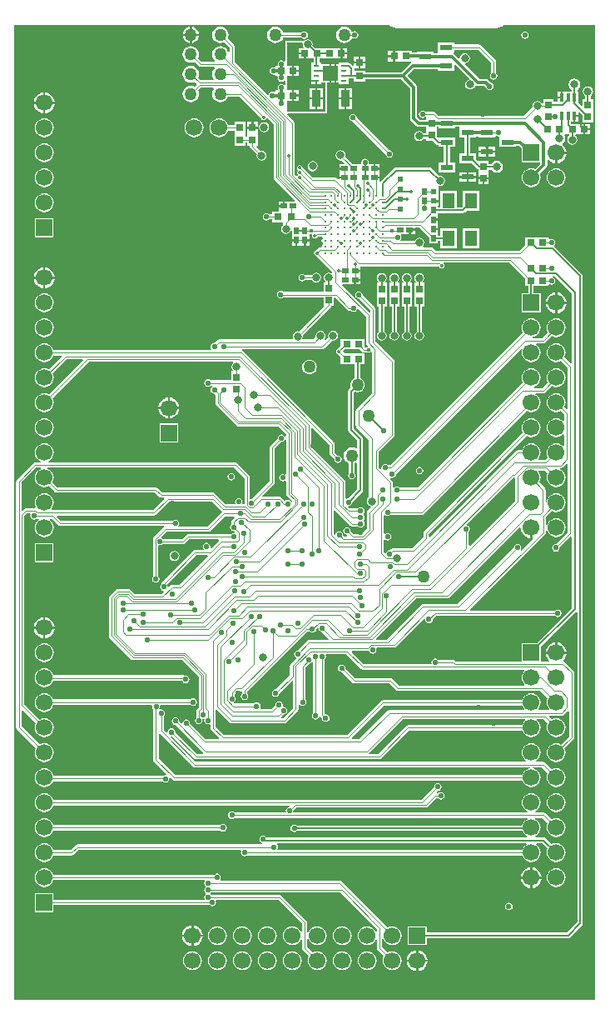
<source format=gbl>
%FSLAX43Y43*%
%MOMM*%
G71*
G01*
G75*
G04 Layer_Physical_Order=4*
G04 Layer_Color=16711680*
%ADD10R,1.000X2.250*%
%ADD11R,0.800X0.650*%
%ADD12R,1.200X1.200*%
%ADD13R,1.200X1.200*%
%ADD14R,0.500X0.650*%
%ADD15R,0.700X0.700*%
%ADD16R,0.550X0.600*%
%ADD17R,0.650X0.800*%
%ADD18R,0.900X0.600*%
%ADD19R,0.600X0.900*%
%ADD20R,0.762X0.762*%
%ADD21R,0.950X1.750*%
%ADD22R,1.000X0.950*%
%ADD23R,1.600X1.300*%
%ADD24R,0.600X0.500*%
%ADD25R,1.100X1.000*%
%ADD26R,1.100X0.600*%
%ADD27R,0.254X1.524*%
%ADD28R,0.254X1.524*%
%ADD29R,1.524X0.254*%
%ADD30R,1.524X0.254*%
%ADD31R,1.524X0.254*%
%ADD32R,0.254X1.524*%
%ADD33R,1.524X0.254*%
%ADD34R,1.524X0.254*%
%ADD35R,0.254X1.524*%
%ADD36R,0.254X1.524*%
%ADD37R,0.254X1.524*%
%ADD38R,1.600X1.000*%
%ADD39R,2.500X3.000*%
%ADD40R,0.400X1.400*%
%ADD41R,2.300X1.900*%
%ADD42R,1.775X1.900*%
%ADD43C,0.125*%
%ADD44C,0.150*%
%ADD45C,0.175*%
%ADD46C,0.200*%
%ADD47C,0.180*%
%ADD48C,0.300*%
%ADD49R,0.900X0.300*%
%ADD50C,3.600*%
%ADD51R,1.700X1.700*%
%ADD52C,1.700*%
%ADD53R,1.700X1.700*%
%ADD54C,0.350*%
%ADD55C,0.380*%
%ADD56C,0.550*%
%ADD57C,0.500*%
G04:AMPARAMS|DCode=58|XSize=4.224mm|YSize=4.224mm|CornerRadius=0mm|HoleSize=0mm|Usage=FLASHONLY|Rotation=0.000|XOffset=0mm|YOffset=0mm|HoleType=Round|Shape=Relief|Width=0.254mm|Gap=0.254mm|Entries=4|*
%AMTHD58*
7,0,0,4.224,3.716,0.254,45*
%
%ADD58THD58*%
%ADD59C,1.400*%
G04:AMPARAMS|DCode=60|XSize=2.524mm|YSize=2.524mm|CornerRadius=0mm|HoleSize=0mm|Usage=FLASHONLY|Rotation=0.000|XOffset=0mm|YOffset=0mm|HoleType=Round|Shape=Relief|Width=0.254mm|Gap=0.254mm|Entries=4|*
%AMTHD60*
7,0,0,2.524,2.016,0.254,45*
%
%ADD60THD60*%
%ADD61C,0.650*%
%ADD62C,3.100*%
%ADD63C,0.800*%
%ADD64R,1.300X0.600*%
%ADD65C,1.270*%
%ADD66R,0.650X0.500*%
%ADD67R,0.762X0.762*%
%ADD68R,0.350X0.850*%
%ADD69C,0.280*%
%ADD70R,0.600X0.250*%
%ADD71R,1.600X1.500*%
%ADD72R,1.300X1.600*%
G36*
X-462Y-99538D02*
X-59538D01*
Y-462D01*
X-21441D01*
X-21197Y-649D01*
X-20909Y-769D01*
X-20607Y-809D01*
X-20599Y-812D01*
X-10600D01*
X-10592Y-809D01*
X-10290Y-769D01*
X-10002Y-649D01*
X-9758Y-462D01*
X-462D01*
Y-99538D01*
D02*
G37*
%LPC*%
G36*
X-56508Y-40472D02*
X-56756Y-40504D01*
X-56987Y-40600D01*
X-57186Y-40752D01*
X-57338Y-40951D01*
X-57434Y-41182D01*
X-57466Y-41430D01*
X-57434Y-41678D01*
X-57338Y-41909D01*
X-57186Y-42108D01*
X-56987Y-42260D01*
X-56756Y-42356D01*
X-56508Y-42388D01*
X-56260Y-42356D01*
X-56029Y-42260D01*
X-55830Y-42108D01*
X-55678Y-41909D01*
X-55582Y-41678D01*
X-55550Y-41430D01*
X-55582Y-41182D01*
X-55678Y-40951D01*
X-55830Y-40752D01*
X-56029Y-40600D01*
X-56260Y-40504D01*
X-56508Y-40472D01*
D02*
G37*
G36*
X-42898Y-41000D02*
X-44798D01*
Y-42900D01*
X-42898D01*
Y-41000D01*
D02*
G37*
G36*
X-43275Y-53940D02*
X-43470Y-53979D01*
X-43635Y-54090D01*
X-43746Y-54255D01*
X-43785Y-54450D01*
X-43746Y-54645D01*
X-43635Y-54810D01*
X-43470Y-54921D01*
X-43275Y-54960D01*
X-43080Y-54921D01*
X-42915Y-54810D01*
X-42804Y-54645D01*
X-42765Y-54450D01*
X-42804Y-54255D01*
X-42915Y-54090D01*
X-43080Y-53979D01*
X-43275Y-53940D01*
D02*
G37*
G36*
X-43948Y-39510D02*
X-44894D01*
X-44871Y-39684D01*
X-44765Y-39940D01*
X-44597Y-40159D01*
X-44378Y-40327D01*
X-44122Y-40433D01*
X-43948Y-40456D01*
Y-39510D01*
D02*
G37*
G36*
X-43748Y-38364D02*
Y-39310D01*
X-42802D01*
X-42825Y-39136D01*
X-42931Y-38880D01*
X-43099Y-38661D01*
X-43318Y-38493D01*
X-43574Y-38387D01*
X-43748Y-38364D01*
D02*
G37*
G36*
X-43948D02*
X-44122Y-38387D01*
X-44378Y-38493D01*
X-44597Y-38661D01*
X-44765Y-38880D01*
X-44871Y-39136D01*
X-44894Y-39310D01*
X-43948D01*
Y-38364D01*
D02*
G37*
G36*
X-42802Y-39510D02*
X-43748D01*
Y-40456D01*
X-43574Y-40433D01*
X-43318Y-40327D01*
X-43099Y-40159D01*
X-42931Y-39940D01*
X-42825Y-39684D01*
X-42802Y-39510D01*
D02*
G37*
G36*
X-55558Y-53180D02*
X-57458D01*
Y-55080D01*
X-55558D01*
Y-53180D01*
D02*
G37*
G36*
X-4330Y-63244D02*
Y-64190D01*
X-3384D01*
X-3407Y-64016D01*
X-3513Y-63760D01*
X-3681Y-63541D01*
X-3900Y-63373D01*
X-4156Y-63267D01*
X-4330Y-63244D01*
D02*
G37*
G36*
X-4530D02*
X-4704Y-63267D01*
X-4960Y-63373D01*
X-5179Y-63541D01*
X-5347Y-63760D01*
X-5453Y-64016D01*
X-5476Y-64190D01*
X-4530D01*
Y-63244D01*
D02*
G37*
G36*
X-56508Y-63332D02*
X-56756Y-63364D01*
X-56987Y-63460D01*
X-57186Y-63612D01*
X-57338Y-63811D01*
X-57434Y-64042D01*
X-57466Y-64290D01*
X-57434Y-64538D01*
X-57338Y-64769D01*
X-57186Y-64968D01*
X-56987Y-65120D01*
X-56756Y-65216D01*
X-56508Y-65248D01*
X-56260Y-65216D01*
X-56029Y-65120D01*
X-55830Y-64968D01*
X-55678Y-64769D01*
X-55582Y-64538D01*
X-55550Y-64290D01*
X-55582Y-64042D01*
X-55678Y-63811D01*
X-55830Y-63612D01*
X-56029Y-63460D01*
X-56260Y-63364D01*
X-56508Y-63332D01*
D02*
G37*
G36*
X-56608Y-61850D02*
X-57554D01*
X-57531Y-62024D01*
X-57425Y-62280D01*
X-57257Y-62499D01*
X-57038Y-62667D01*
X-56782Y-62773D01*
X-56608Y-62796D01*
Y-61850D01*
D02*
G37*
G36*
X-56408Y-60704D02*
Y-61650D01*
X-55462D01*
X-55485Y-61476D01*
X-55591Y-61220D01*
X-55759Y-61001D01*
X-55978Y-60833D01*
X-56234Y-60727D01*
X-56408Y-60704D01*
D02*
G37*
G36*
X-56608D02*
X-56782Y-60727D01*
X-57038Y-60833D01*
X-57257Y-61001D01*
X-57425Y-61220D01*
X-57531Y-61476D01*
X-57554Y-61650D01*
X-56608D01*
Y-60704D01*
D02*
G37*
G36*
X-55462Y-61850D02*
X-56408D01*
Y-62796D01*
X-56234Y-62773D01*
X-55978Y-62667D01*
X-55759Y-62499D01*
X-55591Y-62280D01*
X-55485Y-62024D01*
X-55462Y-61850D01*
D02*
G37*
G36*
X-55558Y-20160D02*
X-57458D01*
Y-22060D01*
X-55558D01*
Y-20160D01*
D02*
G37*
G36*
X-29550Y-22475D02*
X-29900D01*
Y-22900D01*
X-29550D01*
Y-22475D01*
D02*
G37*
G36*
X-30975D02*
X-31325D01*
Y-22900D01*
X-30975D01*
Y-22475D01*
D02*
G37*
G36*
X-18800Y-21400D02*
X-19225D01*
Y-21750D01*
X-18800D01*
Y-21400D01*
D02*
G37*
G36*
X-56508Y-15072D02*
X-56756Y-15104D01*
X-56987Y-15200D01*
X-57186Y-15352D01*
X-57338Y-15551D01*
X-57434Y-15782D01*
X-57466Y-16030D01*
X-57434Y-16278D01*
X-57338Y-16509D01*
X-57186Y-16708D01*
X-56987Y-16860D01*
X-56756Y-16956D01*
X-56508Y-16988D01*
X-56260Y-16956D01*
X-56029Y-16860D01*
X-55830Y-16708D01*
X-55678Y-16509D01*
X-55582Y-16278D01*
X-55550Y-16030D01*
X-55582Y-15782D01*
X-55678Y-15551D01*
X-55830Y-15352D01*
X-56029Y-15200D01*
X-56260Y-15104D01*
X-56508Y-15072D01*
D02*
G37*
G36*
X-32250Y-18450D02*
X-32675D01*
Y-18800D01*
X-32250D01*
Y-18450D01*
D02*
G37*
G36*
X-56508Y-17612D02*
X-56756Y-17644D01*
X-56987Y-17740D01*
X-57186Y-17892D01*
X-57338Y-18091D01*
X-57434Y-18322D01*
X-57466Y-18570D01*
X-57434Y-18818D01*
X-57338Y-19049D01*
X-57186Y-19248D01*
X-56987Y-19400D01*
X-56756Y-19496D01*
X-56508Y-19528D01*
X-56260Y-19496D01*
X-56029Y-19400D01*
X-55830Y-19248D01*
X-55678Y-19049D01*
X-55582Y-18818D01*
X-55550Y-18570D01*
X-55582Y-18322D01*
X-55678Y-18091D01*
X-55830Y-17892D01*
X-56029Y-17740D01*
X-56260Y-17644D01*
X-56508Y-17612D01*
D02*
G37*
G36*
X-12250Y-21150D02*
X-13950D01*
Y-23150D01*
X-12250D01*
Y-21150D01*
D02*
G37*
G36*
X-56608Y-26290D02*
X-57554D01*
X-57531Y-26464D01*
X-57425Y-26720D01*
X-57257Y-26939D01*
X-57038Y-27107D01*
X-56782Y-27213D01*
X-56608Y-27236D01*
Y-26290D01*
D02*
G37*
G36*
X-56508Y-27772D02*
X-56756Y-27804D01*
X-56987Y-27900D01*
X-57186Y-28052D01*
X-57338Y-28251D01*
X-57434Y-28482D01*
X-57466Y-28730D01*
X-57434Y-28978D01*
X-57338Y-29209D01*
X-57186Y-29408D01*
X-56987Y-29560D01*
X-56756Y-29656D01*
X-56508Y-29688D01*
X-56260Y-29656D01*
X-56029Y-29560D01*
X-55830Y-29408D01*
X-55678Y-29209D01*
X-55582Y-28978D01*
X-55550Y-28730D01*
X-55582Y-28482D01*
X-55678Y-28251D01*
X-55830Y-28052D01*
X-56029Y-27900D01*
X-56260Y-27804D01*
X-56508Y-27772D01*
D02*
G37*
G36*
Y-30312D02*
X-56756Y-30344D01*
X-56987Y-30440D01*
X-57186Y-30592D01*
X-57338Y-30791D01*
X-57434Y-31022D01*
X-57466Y-31270D01*
X-57434Y-31518D01*
X-57338Y-31749D01*
X-57186Y-31948D01*
X-56987Y-32100D01*
X-56756Y-32196D01*
X-56508Y-32228D01*
X-56260Y-32196D01*
X-56029Y-32100D01*
X-55830Y-31948D01*
X-55678Y-31749D01*
X-55582Y-31518D01*
X-55550Y-31270D01*
X-55582Y-31022D01*
X-55678Y-30791D01*
X-55830Y-30592D01*
X-56029Y-30440D01*
X-56260Y-30344D01*
X-56508Y-30312D01*
D02*
G37*
G36*
X-55462Y-26290D02*
X-56408D01*
Y-27236D01*
X-56234Y-27213D01*
X-55978Y-27107D01*
X-55759Y-26939D01*
X-55591Y-26720D01*
X-55485Y-26464D01*
X-55462Y-26290D01*
D02*
G37*
G36*
X-28850Y-25665D02*
X-29045Y-25704D01*
X-29210Y-25815D01*
X-29273Y-25907D01*
X-30003D01*
X-30005Y-25905D01*
X-30129Y-25822D01*
X-30275Y-25793D01*
X-30421Y-25822D01*
X-30545Y-25905D01*
X-30628Y-26029D01*
X-30657Y-26175D01*
X-30628Y-26321D01*
X-30545Y-26445D01*
X-30421Y-26528D01*
X-30275Y-26557D01*
X-30129Y-26528D01*
X-30005Y-26445D01*
X-30003Y-26443D01*
X-29273D01*
X-29210Y-26535D01*
X-29045Y-26646D01*
X-28850Y-26685D01*
X-28655Y-26646D01*
X-28490Y-26535D01*
X-28379Y-26370D01*
X-28340Y-26175D01*
X-28379Y-25980D01*
X-28490Y-25815D01*
X-28655Y-25704D01*
X-28850Y-25665D01*
D02*
G37*
G36*
X-56408Y-25144D02*
Y-26090D01*
X-55462D01*
X-55485Y-25916D01*
X-55591Y-25660D01*
X-55759Y-25441D01*
X-55978Y-25273D01*
X-56234Y-25167D01*
X-56408Y-25144D01*
D02*
G37*
G36*
X-56608D02*
X-56782Y-25167D01*
X-57038Y-25273D01*
X-57257Y-25441D01*
X-57425Y-25660D01*
X-57531Y-25916D01*
X-57554Y-26090D01*
X-56608D01*
Y-25144D01*
D02*
G37*
G36*
X-18470Y-94524D02*
Y-95470D01*
X-17524D01*
X-17547Y-95296D01*
X-17653Y-95040D01*
X-17821Y-94821D01*
X-18040Y-94653D01*
X-18296Y-94547D01*
X-18470Y-94524D01*
D02*
G37*
G36*
X-18670D02*
X-18844Y-94547D01*
X-19100Y-94653D01*
X-19319Y-94821D01*
X-19487Y-95040D01*
X-19593Y-95296D01*
X-19616Y-95470D01*
X-18670D01*
Y-94524D01*
D02*
G37*
G36*
X-23650Y-94612D02*
X-23898Y-94644D01*
X-24129Y-94740D01*
X-24328Y-94892D01*
X-24480Y-95091D01*
X-24576Y-95322D01*
X-24608Y-95570D01*
X-24576Y-95818D01*
X-24480Y-96049D01*
X-24328Y-96248D01*
X-24129Y-96400D01*
X-23898Y-96496D01*
X-23650Y-96528D01*
X-23402Y-96496D01*
X-23171Y-96400D01*
X-22972Y-96248D01*
X-22820Y-96049D01*
X-22724Y-95818D01*
X-22692Y-95570D01*
X-22724Y-95322D01*
X-22820Y-95091D01*
X-22972Y-94892D01*
X-23171Y-94740D01*
X-23402Y-94644D01*
X-23650Y-94612D01*
D02*
G37*
G36*
X-41530Y-93130D02*
X-42476D01*
X-42453Y-93304D01*
X-42347Y-93560D01*
X-42179Y-93779D01*
X-41960Y-93947D01*
X-41704Y-94053D01*
X-41530Y-94076D01*
Y-93130D01*
D02*
G37*
G36*
X-36350Y-92072D02*
X-36598Y-92104D01*
X-36829Y-92200D01*
X-37028Y-92352D01*
X-37180Y-92551D01*
X-37276Y-92782D01*
X-37308Y-93030D01*
X-37276Y-93278D01*
X-37180Y-93509D01*
X-37028Y-93708D01*
X-36829Y-93860D01*
X-36598Y-93956D01*
X-36350Y-93988D01*
X-36102Y-93956D01*
X-35871Y-93860D01*
X-35672Y-93708D01*
X-35520Y-93509D01*
X-35424Y-93278D01*
X-35392Y-93030D01*
X-35424Y-92782D01*
X-35520Y-92551D01*
X-35672Y-92352D01*
X-35871Y-92200D01*
X-36102Y-92104D01*
X-36350Y-92072D01*
D02*
G37*
G36*
X-38890D02*
X-39138Y-92104D01*
X-39369Y-92200D01*
X-39568Y-92352D01*
X-39720Y-92551D01*
X-39816Y-92782D01*
X-39848Y-93030D01*
X-39816Y-93278D01*
X-39720Y-93509D01*
X-39568Y-93708D01*
X-39369Y-93860D01*
X-39138Y-93956D01*
X-38890Y-93988D01*
X-38642Y-93956D01*
X-38411Y-93860D01*
X-38212Y-93708D01*
X-38060Y-93509D01*
X-37964Y-93278D01*
X-37932Y-93030D01*
X-37964Y-92782D01*
X-38060Y-92551D01*
X-38212Y-92352D01*
X-38411Y-92200D01*
X-38642Y-92104D01*
X-38890Y-92072D01*
D02*
G37*
G36*
X-40384Y-93130D02*
X-41330D01*
Y-94076D01*
X-41156Y-94053D01*
X-40900Y-93947D01*
X-40681Y-93779D01*
X-40513Y-93560D01*
X-40407Y-93304D01*
X-40384Y-93130D01*
D02*
G37*
G36*
X-26190Y-94612D02*
X-26438Y-94644D01*
X-26669Y-94740D01*
X-26868Y-94892D01*
X-27020Y-95091D01*
X-27116Y-95322D01*
X-27148Y-95570D01*
X-27116Y-95818D01*
X-27020Y-96049D01*
X-26868Y-96248D01*
X-26669Y-96400D01*
X-26438Y-96496D01*
X-26190Y-96528D01*
X-25942Y-96496D01*
X-25711Y-96400D01*
X-25512Y-96248D01*
X-25360Y-96049D01*
X-25264Y-95818D01*
X-25232Y-95570D01*
X-25264Y-95322D01*
X-25360Y-95091D01*
X-25512Y-94892D01*
X-25711Y-94740D01*
X-25942Y-94644D01*
X-26190Y-94612D01*
D02*
G37*
G36*
X-41430D02*
X-41678Y-94644D01*
X-41909Y-94740D01*
X-42108Y-94892D01*
X-42260Y-95091D01*
X-42356Y-95322D01*
X-42388Y-95570D01*
X-42356Y-95818D01*
X-42260Y-96049D01*
X-42108Y-96248D01*
X-41909Y-96400D01*
X-41678Y-96496D01*
X-41430Y-96528D01*
X-41182Y-96496D01*
X-40951Y-96400D01*
X-40752Y-96248D01*
X-40600Y-96049D01*
X-40504Y-95818D01*
X-40472Y-95570D01*
X-40504Y-95322D01*
X-40600Y-95091D01*
X-40752Y-94892D01*
X-40951Y-94740D01*
X-41182Y-94644D01*
X-41430Y-94612D01*
D02*
G37*
G36*
X-17524Y-95670D02*
X-18470D01*
Y-96616D01*
X-18296Y-96593D01*
X-18040Y-96487D01*
X-17821Y-96319D01*
X-17653Y-96100D01*
X-17547Y-95844D01*
X-17524Y-95670D01*
D02*
G37*
G36*
X-18670D02*
X-19616D01*
X-19593Y-95844D01*
X-19487Y-96100D01*
X-19319Y-96319D01*
X-19100Y-96487D01*
X-18844Y-96593D01*
X-18670Y-96616D01*
Y-95670D01*
D02*
G37*
G36*
X-38890Y-94612D02*
X-39138Y-94644D01*
X-39369Y-94740D01*
X-39568Y-94892D01*
X-39720Y-95091D01*
X-39816Y-95322D01*
X-39848Y-95570D01*
X-39816Y-95818D01*
X-39720Y-96049D01*
X-39568Y-96248D01*
X-39369Y-96400D01*
X-39138Y-96496D01*
X-38890Y-96528D01*
X-38642Y-96496D01*
X-38411Y-96400D01*
X-38212Y-96248D01*
X-38060Y-96049D01*
X-37964Y-95818D01*
X-37932Y-95570D01*
X-37964Y-95322D01*
X-38060Y-95091D01*
X-38212Y-94892D01*
X-38411Y-94740D01*
X-38642Y-94644D01*
X-38890Y-94612D01*
D02*
G37*
G36*
X-31270D02*
X-31518Y-94644D01*
X-31749Y-94740D01*
X-31948Y-94892D01*
X-32100Y-95091D01*
X-32196Y-95322D01*
X-32228Y-95570D01*
X-32196Y-95818D01*
X-32100Y-96049D01*
X-31948Y-96248D01*
X-31749Y-96400D01*
X-31518Y-96496D01*
X-31270Y-96528D01*
X-31022Y-96496D01*
X-30791Y-96400D01*
X-30592Y-96248D01*
X-30440Y-96049D01*
X-30344Y-95818D01*
X-30312Y-95570D01*
X-30344Y-95322D01*
X-30440Y-95091D01*
X-30592Y-94892D01*
X-30791Y-94740D01*
X-31022Y-94644D01*
X-31270Y-94612D01*
D02*
G37*
G36*
X-33810D02*
X-34058Y-94644D01*
X-34289Y-94740D01*
X-34488Y-94892D01*
X-34640Y-95091D01*
X-34736Y-95322D01*
X-34768Y-95570D01*
X-34736Y-95818D01*
X-34640Y-96049D01*
X-34488Y-96248D01*
X-34289Y-96400D01*
X-34058Y-96496D01*
X-33810Y-96528D01*
X-33562Y-96496D01*
X-33331Y-96400D01*
X-33132Y-96248D01*
X-32980Y-96049D01*
X-32884Y-95818D01*
X-32852Y-95570D01*
X-32884Y-95322D01*
X-32980Y-95091D01*
X-33132Y-94892D01*
X-33331Y-94740D01*
X-33562Y-94644D01*
X-33810Y-94612D01*
D02*
G37*
G36*
X-36350D02*
X-36598Y-94644D01*
X-36829Y-94740D01*
X-37028Y-94892D01*
X-37180Y-95091D01*
X-37276Y-95322D01*
X-37308Y-95570D01*
X-37276Y-95818D01*
X-37180Y-96049D01*
X-37028Y-96248D01*
X-36829Y-96400D01*
X-36598Y-96496D01*
X-36350Y-96528D01*
X-36102Y-96496D01*
X-35871Y-96400D01*
X-35672Y-96248D01*
X-35520Y-96049D01*
X-35424Y-95818D01*
X-35392Y-95570D01*
X-35424Y-95322D01*
X-35520Y-95091D01*
X-35672Y-94892D01*
X-35871Y-94740D01*
X-36102Y-94644D01*
X-36350Y-94612D01*
D02*
G37*
G36*
X-6870Y-86104D02*
Y-87050D01*
X-5924D01*
X-5947Y-86876D01*
X-6053Y-86620D01*
X-6221Y-86401D01*
X-6440Y-86233D01*
X-6696Y-86127D01*
X-6870Y-86104D01*
D02*
G37*
G36*
X-7070D02*
X-7244Y-86127D01*
X-7500Y-86233D01*
X-7719Y-86401D01*
X-7887Y-86620D01*
X-7993Y-86876D01*
X-8016Y-87050D01*
X-7070D01*
Y-86104D01*
D02*
G37*
G36*
X-4430Y-86192D02*
X-4678Y-86224D01*
X-4909Y-86320D01*
X-5108Y-86472D01*
X-5260Y-86671D01*
X-5356Y-86902D01*
X-5388Y-87150D01*
X-5356Y-87398D01*
X-5260Y-87629D01*
X-5108Y-87828D01*
X-4909Y-87980D01*
X-4678Y-88076D01*
X-4430Y-88108D01*
X-4182Y-88076D01*
X-3951Y-87980D01*
X-3752Y-87828D01*
X-3600Y-87629D01*
X-3504Y-87398D01*
X-3472Y-87150D01*
X-3504Y-86902D01*
X-3600Y-86671D01*
X-3752Y-86472D01*
X-3951Y-86320D01*
X-4182Y-86224D01*
X-4430Y-86192D01*
D02*
G37*
G36*
X-56508Y-81112D02*
X-56756Y-81144D01*
X-56987Y-81240D01*
X-57186Y-81392D01*
X-57338Y-81591D01*
X-57434Y-81822D01*
X-57466Y-82070D01*
X-57434Y-82318D01*
X-57338Y-82549D01*
X-57186Y-82748D01*
X-56987Y-82900D01*
X-56756Y-82996D01*
X-56508Y-83028D01*
X-56260Y-82996D01*
X-56029Y-82900D01*
X-55830Y-82748D01*
X-55678Y-82549D01*
X-55591Y-82338D01*
X-38597D01*
X-38595Y-82340D01*
X-38471Y-82423D01*
X-38325Y-82452D01*
X-38179Y-82423D01*
X-38055Y-82340D01*
X-37972Y-82216D01*
X-37943Y-82070D01*
X-37972Y-81924D01*
X-38055Y-81800D01*
X-38179Y-81717D01*
X-38325Y-81688D01*
X-38471Y-81717D01*
X-38595Y-81800D01*
X-38597Y-81802D01*
X-55591D01*
X-55678Y-81591D01*
X-55830Y-81392D01*
X-56029Y-81240D01*
X-56260Y-81144D01*
X-56508Y-81112D01*
D02*
G37*
G36*
Y-65872D02*
X-56756Y-65904D01*
X-56987Y-66000D01*
X-57186Y-66152D01*
X-57338Y-66351D01*
X-57434Y-66582D01*
X-57466Y-66830D01*
X-57434Y-67078D01*
X-57338Y-67309D01*
X-57186Y-67508D01*
X-56987Y-67660D01*
X-56756Y-67756D01*
X-56508Y-67788D01*
X-56260Y-67756D01*
X-56029Y-67660D01*
X-55830Y-67508D01*
X-55678Y-67309D01*
X-55599Y-67118D01*
X-42484D01*
X-42478Y-67146D01*
X-42395Y-67270D01*
X-42271Y-67353D01*
X-42125Y-67382D01*
X-41979Y-67353D01*
X-41855Y-67270D01*
X-41772Y-67146D01*
X-41743Y-67000D01*
X-41772Y-66854D01*
X-41855Y-66730D01*
X-41979Y-66647D01*
X-42125Y-66618D01*
X-42144Y-66622D01*
X-42173Y-66603D01*
X-42190Y-66599D01*
X-42275Y-66582D01*
X-42275Y-66582D01*
X-55582D01*
X-55582Y-66582D01*
X-55678Y-66351D01*
X-55830Y-66152D01*
X-56029Y-66000D01*
X-56260Y-65904D01*
X-56508Y-65872D01*
D02*
G37*
G36*
X-16475Y-77543D02*
X-16621Y-77572D01*
X-16745Y-77655D01*
X-16828Y-77779D01*
X-16857Y-77925D01*
X-16857Y-77928D01*
X-18191Y-79262D01*
X-55591D01*
X-55678Y-79051D01*
X-55830Y-78852D01*
X-56029Y-78700D01*
X-56260Y-78604D01*
X-56508Y-78572D01*
X-56756Y-78604D01*
X-56987Y-78700D01*
X-57186Y-78852D01*
X-57338Y-79051D01*
X-57434Y-79282D01*
X-57466Y-79530D01*
X-57434Y-79778D01*
X-57338Y-80009D01*
X-57186Y-80208D01*
X-56987Y-80360D01*
X-56756Y-80456D01*
X-56508Y-80488D01*
X-56260Y-80456D01*
X-56029Y-80360D01*
X-55830Y-80208D01*
X-55678Y-80009D01*
X-55591Y-79798D01*
X-31567D01*
X-31545Y-79852D01*
X-31605Y-79964D01*
X-31709Y-79984D01*
X-31833Y-80067D01*
X-31916Y-80191D01*
X-31945Y-80338D01*
X-31926Y-80434D01*
X-32006Y-80532D01*
X-37153D01*
X-37155Y-80530D01*
X-37279Y-80447D01*
X-37425Y-80418D01*
X-37571Y-80447D01*
X-37695Y-80530D01*
X-37778Y-80654D01*
X-37807Y-80800D01*
X-37778Y-80946D01*
X-37695Y-81070D01*
X-37571Y-81153D01*
X-37425Y-81182D01*
X-37279Y-81153D01*
X-37155Y-81070D01*
X-37153Y-81068D01*
X-7358D01*
X-7333Y-81192D01*
X-7449Y-81240D01*
X-7648Y-81392D01*
X-7800Y-81591D01*
X-7896Y-81822D01*
X-7899Y-81845D01*
X-30820D01*
X-30929Y-81772D01*
X-31075Y-81743D01*
X-31221Y-81772D01*
X-31345Y-81855D01*
X-31428Y-81979D01*
X-31457Y-82125D01*
X-31428Y-82271D01*
X-31345Y-82395D01*
X-31221Y-82478D01*
X-31075Y-82507D01*
X-30929Y-82478D01*
X-30820Y-82405D01*
X-7859D01*
X-7800Y-82549D01*
X-7648Y-82748D01*
X-7449Y-82900D01*
X-7401Y-82920D01*
X-7426Y-83044D01*
X-33937D01*
X-33980Y-82980D01*
X-34104Y-82897D01*
X-34250Y-82868D01*
X-34396Y-82897D01*
X-34520Y-82980D01*
X-34603Y-83104D01*
X-34632Y-83250D01*
X-34603Y-83396D01*
X-34520Y-83520D01*
X-34478Y-83549D01*
X-34466Y-83566D01*
X-34367Y-83633D01*
X-34392Y-83757D01*
X-53150D01*
X-53150Y-83757D01*
X-53252Y-83778D01*
X-53339Y-83836D01*
X-53339Y-83836D01*
X-53846Y-84342D01*
X-55591D01*
X-55678Y-84131D01*
X-55830Y-83932D01*
X-56029Y-83780D01*
X-56260Y-83684D01*
X-56508Y-83652D01*
X-56756Y-83684D01*
X-56987Y-83780D01*
X-57186Y-83932D01*
X-57338Y-84131D01*
X-57434Y-84362D01*
X-57466Y-84610D01*
X-57434Y-84858D01*
X-57338Y-85089D01*
X-57186Y-85288D01*
X-56987Y-85440D01*
X-56756Y-85536D01*
X-56508Y-85568D01*
X-56260Y-85536D01*
X-56029Y-85440D01*
X-55830Y-85288D01*
X-55678Y-85089D01*
X-55591Y-84878D01*
X-53735D01*
X-53735Y-84878D01*
X-53650Y-84861D01*
X-53633Y-84857D01*
X-53546Y-84799D01*
X-53039Y-84293D01*
X-36505D01*
X-36445Y-84405D01*
X-36478Y-84454D01*
X-36507Y-84600D01*
X-36478Y-84746D01*
X-36395Y-84870D01*
X-36271Y-84953D01*
X-36125Y-84982D01*
X-35979Y-84953D01*
X-35866Y-84878D01*
X-7887D01*
X-7800Y-85089D01*
X-7648Y-85288D01*
X-7449Y-85440D01*
X-7218Y-85536D01*
X-6970Y-85568D01*
X-6722Y-85536D01*
X-6491Y-85440D01*
X-6292Y-85288D01*
X-6140Y-85089D01*
X-6044Y-84858D01*
X-6012Y-84610D01*
X-6044Y-84362D01*
X-6140Y-84131D01*
X-6292Y-83932D01*
X-6491Y-83780D01*
X-6439Y-83656D01*
X-5817D01*
X-5284Y-84189D01*
X-5356Y-84362D01*
X-5388Y-84610D01*
X-5356Y-84858D01*
X-5260Y-85089D01*
X-5108Y-85288D01*
X-4909Y-85440D01*
X-4678Y-85536D01*
X-4430Y-85568D01*
X-4182Y-85536D01*
X-3951Y-85440D01*
X-3752Y-85288D01*
X-3600Y-85089D01*
X-3504Y-84858D01*
X-3472Y-84610D01*
X-3504Y-84362D01*
X-3600Y-84131D01*
X-3752Y-83932D01*
X-3951Y-83780D01*
X-4182Y-83684D01*
X-4430Y-83652D01*
X-4678Y-83684D01*
X-4851Y-83756D01*
X-5474Y-83134D01*
X-5573Y-83067D01*
X-5690Y-83044D01*
X-5690Y-83044D01*
X-6514D01*
X-6539Y-82920D01*
X-6491Y-82900D01*
X-6292Y-82748D01*
X-6140Y-82549D01*
X-6044Y-82318D01*
X-6012Y-82070D01*
X-6044Y-81822D01*
X-6140Y-81591D01*
X-6292Y-81392D01*
X-6491Y-81240D01*
X-6607Y-81192D01*
X-6582Y-81068D01*
X-5811D01*
X-5268Y-81611D01*
X-5356Y-81822D01*
X-5388Y-82070D01*
X-5356Y-82318D01*
X-5260Y-82549D01*
X-5108Y-82748D01*
X-4909Y-82900D01*
X-4678Y-82996D01*
X-4430Y-83028D01*
X-4182Y-82996D01*
X-3951Y-82900D01*
X-3752Y-82748D01*
X-3600Y-82549D01*
X-3504Y-82318D01*
X-3472Y-82070D01*
X-3504Y-81822D01*
X-3600Y-81591D01*
X-3752Y-81392D01*
X-3951Y-81240D01*
X-4182Y-81144D01*
X-4430Y-81112D01*
X-4678Y-81144D01*
X-4889Y-81232D01*
X-5511Y-80611D01*
X-5598Y-80553D01*
X-5615Y-80549D01*
X-5700Y-80532D01*
X-5700Y-80532D01*
X-6582D01*
X-6607Y-80408D01*
X-6491Y-80360D01*
X-6292Y-80208D01*
X-6140Y-80009D01*
X-6044Y-79778D01*
X-6012Y-79530D01*
X-6044Y-79282D01*
X-6140Y-79051D01*
X-6292Y-78852D01*
X-6491Y-78700D01*
X-6722Y-78604D01*
X-6970Y-78572D01*
X-7218Y-78604D01*
X-7449Y-78700D01*
X-7648Y-78852D01*
X-7800Y-79051D01*
X-7896Y-79282D01*
X-7928Y-79530D01*
X-7896Y-79778D01*
X-7800Y-80009D01*
X-7648Y-80208D01*
X-7449Y-80360D01*
X-7333Y-80408D01*
X-7358Y-80532D01*
X-31119D01*
X-31199Y-80434D01*
X-31180Y-80338D01*
X-31181Y-80334D01*
X-30869Y-80023D01*
X-17686D01*
X-17686Y-80023D01*
X-17601Y-80006D01*
X-17584Y-80002D01*
X-17497Y-79944D01*
X-16645Y-79093D01*
X-16447D01*
X-16445Y-79095D01*
X-16321Y-79178D01*
X-16175Y-79207D01*
X-16029Y-79178D01*
X-15905Y-79095D01*
X-15822Y-78971D01*
X-15793Y-78825D01*
X-15822Y-78679D01*
X-15905Y-78555D01*
X-16029Y-78472D01*
X-16175Y-78443D01*
X-16321Y-78472D01*
X-16445Y-78555D01*
X-16609Y-78445D01*
X-16612Y-78440D01*
X-16478Y-78307D01*
X-16475Y-78307D01*
X-16329Y-78278D01*
X-16205Y-78195D01*
X-16122Y-78071D01*
X-16093Y-77925D01*
X-16122Y-77779D01*
X-16205Y-77655D01*
X-16329Y-77572D01*
X-16475Y-77543D01*
D02*
G37*
G36*
X-4430Y-78572D02*
X-4678Y-78604D01*
X-4909Y-78700D01*
X-5108Y-78852D01*
X-5260Y-79051D01*
X-5356Y-79282D01*
X-5388Y-79530D01*
X-5356Y-79778D01*
X-5260Y-80009D01*
X-5108Y-80208D01*
X-4909Y-80360D01*
X-4678Y-80456D01*
X-4430Y-80488D01*
X-4182Y-80456D01*
X-3951Y-80360D01*
X-3752Y-80208D01*
X-3600Y-80009D01*
X-3504Y-79778D01*
X-3472Y-79530D01*
X-3504Y-79282D01*
X-3600Y-79051D01*
X-3752Y-78852D01*
X-3951Y-78700D01*
X-4182Y-78604D01*
X-4430Y-78572D01*
D02*
G37*
G36*
X-5924Y-87250D02*
X-6870D01*
Y-88196D01*
X-6696Y-88173D01*
X-6440Y-88067D01*
X-6221Y-87899D01*
X-6053Y-87680D01*
X-5947Y-87424D01*
X-5924Y-87250D01*
D02*
G37*
G36*
X-41530Y-91984D02*
X-41704Y-92007D01*
X-41960Y-92113D01*
X-42179Y-92281D01*
X-42347Y-92500D01*
X-42453Y-92756D01*
X-42476Y-92930D01*
X-41530D01*
Y-91984D01*
D02*
G37*
G36*
X-26190Y-92072D02*
X-26438Y-92104D01*
X-26669Y-92200D01*
X-26868Y-92352D01*
X-27020Y-92551D01*
X-27116Y-92782D01*
X-27148Y-93030D01*
X-27116Y-93278D01*
X-27020Y-93509D01*
X-26868Y-93708D01*
X-26669Y-93860D01*
X-26438Y-93956D01*
X-26190Y-93988D01*
X-25942Y-93956D01*
X-25711Y-93860D01*
X-25512Y-93708D01*
X-25360Y-93509D01*
X-25264Y-93278D01*
X-25232Y-93030D01*
X-25264Y-92782D01*
X-25360Y-92551D01*
X-25512Y-92352D01*
X-25711Y-92200D01*
X-25942Y-92104D01*
X-26190Y-92072D01*
D02*
G37*
G36*
X-33810D02*
X-34058Y-92104D01*
X-34289Y-92200D01*
X-34488Y-92352D01*
X-34640Y-92551D01*
X-34736Y-92782D01*
X-34768Y-93030D01*
X-34736Y-93278D01*
X-34640Y-93509D01*
X-34488Y-93708D01*
X-34289Y-93860D01*
X-34058Y-93956D01*
X-33810Y-93988D01*
X-33562Y-93956D01*
X-33331Y-93860D01*
X-33132Y-93708D01*
X-32980Y-93509D01*
X-32884Y-93278D01*
X-32852Y-93030D01*
X-32884Y-92782D01*
X-32980Y-92551D01*
X-33132Y-92352D01*
X-33331Y-92200D01*
X-33562Y-92104D01*
X-33810Y-92072D01*
D02*
G37*
G36*
X-41330Y-91984D02*
Y-92930D01*
X-40384D01*
X-40407Y-92756D01*
X-40513Y-92500D01*
X-40681Y-92281D01*
X-40900Y-92113D01*
X-41156Y-92007D01*
X-41330Y-91984D01*
D02*
G37*
G36*
X-7070Y-87250D02*
X-8016D01*
X-7993Y-87424D01*
X-7887Y-87680D01*
X-7719Y-87899D01*
X-7500Y-88067D01*
X-7244Y-88173D01*
X-7070Y-88196D01*
Y-87250D01*
D02*
G37*
G36*
X-9250Y-89693D02*
X-9396Y-89722D01*
X-9520Y-89805D01*
X-9603Y-89929D01*
X-9632Y-90075D01*
X-9603Y-90221D01*
X-9520Y-90345D01*
X-9396Y-90428D01*
X-9250Y-90457D01*
X-9104Y-90428D01*
X-8980Y-90345D01*
X-8897Y-90221D01*
X-8868Y-90075D01*
X-8897Y-89929D01*
X-8980Y-89805D01*
X-9104Y-89722D01*
X-9250Y-89693D01*
D02*
G37*
G36*
X-56508Y-86192D02*
X-56756Y-86224D01*
X-56987Y-86320D01*
X-57186Y-86472D01*
X-57338Y-86671D01*
X-57434Y-86902D01*
X-57466Y-87150D01*
X-57434Y-87398D01*
X-57338Y-87629D01*
X-57186Y-87828D01*
X-56987Y-87980D01*
X-56756Y-88076D01*
X-56508Y-88108D01*
X-56260Y-88076D01*
X-56029Y-87980D01*
X-55830Y-87828D01*
X-55678Y-87629D01*
X-55582Y-87398D01*
X-55578Y-87368D01*
X-40214D01*
X-40154Y-87480D01*
X-40203Y-87554D01*
X-40232Y-87700D01*
X-40203Y-87846D01*
X-40120Y-87970D01*
X-40087Y-87993D01*
Y-88120D01*
X-40120Y-88142D01*
X-40203Y-88266D01*
X-40232Y-88412D01*
X-40203Y-88559D01*
X-40120Y-88683D01*
X-40087Y-88705D01*
Y-88832D01*
X-40120Y-88855D01*
X-40203Y-88979D01*
X-40232Y-89125D01*
X-40203Y-89271D01*
X-40187Y-89295D01*
X-40247Y-89407D01*
X-55558D01*
Y-88740D01*
X-57458D01*
Y-90640D01*
X-55558D01*
Y-89943D01*
X-39672D01*
X-39670Y-89945D01*
X-39546Y-90028D01*
X-39400Y-90057D01*
X-39254Y-90028D01*
X-39130Y-89945D01*
X-39047Y-89821D01*
X-39018Y-89675D01*
X-39047Y-89529D01*
X-39063Y-89505D01*
X-39003Y-89393D01*
X-32686D01*
X-30293Y-91786D01*
Y-92582D01*
X-30417Y-92606D01*
X-30440Y-92551D01*
X-30592Y-92352D01*
X-30791Y-92200D01*
X-31022Y-92104D01*
X-31270Y-92072D01*
X-31518Y-92104D01*
X-31749Y-92200D01*
X-31948Y-92352D01*
X-32100Y-92551D01*
X-32196Y-92782D01*
X-32228Y-93030D01*
X-32196Y-93278D01*
X-32100Y-93509D01*
X-31948Y-93708D01*
X-31749Y-93860D01*
X-31518Y-93956D01*
X-31270Y-93988D01*
X-31022Y-93956D01*
X-30791Y-93860D01*
X-30592Y-93708D01*
X-30440Y-93509D01*
X-30417Y-93454D01*
X-30293Y-93478D01*
Y-94275D01*
X-30293Y-94275D01*
X-30276Y-94360D01*
X-30272Y-94377D01*
X-30214Y-94464D01*
X-30214Y-94464D01*
X-30214Y-94464D01*
X-30214Y-94464D01*
Y-94464D01*
X-29568Y-95111D01*
X-29656Y-95322D01*
X-29688Y-95570D01*
X-29656Y-95818D01*
X-29560Y-96049D01*
X-29408Y-96248D01*
X-29209Y-96400D01*
X-28978Y-96496D01*
X-28730Y-96528D01*
X-28482Y-96496D01*
X-28251Y-96400D01*
X-28052Y-96248D01*
X-27900Y-96049D01*
X-27804Y-95818D01*
X-27772Y-95570D01*
X-27804Y-95322D01*
X-27900Y-95091D01*
X-28052Y-94892D01*
X-28251Y-94740D01*
X-28482Y-94644D01*
X-28730Y-94612D01*
X-28978Y-94644D01*
X-29189Y-94732D01*
X-29757Y-94164D01*
Y-93358D01*
X-29633Y-93333D01*
X-29560Y-93509D01*
X-29408Y-93708D01*
X-29209Y-93860D01*
X-28978Y-93956D01*
X-28730Y-93988D01*
X-28482Y-93956D01*
X-28251Y-93860D01*
X-28052Y-93708D01*
X-27900Y-93509D01*
X-27804Y-93278D01*
X-27772Y-93030D01*
X-27804Y-92782D01*
X-27900Y-92551D01*
X-28052Y-92352D01*
X-28251Y-92200D01*
X-28482Y-92104D01*
X-28730Y-92072D01*
X-28978Y-92104D01*
X-29209Y-92200D01*
X-29408Y-92352D01*
X-29560Y-92551D01*
X-29633Y-92727D01*
X-29757Y-92702D01*
Y-91675D01*
X-29757Y-91675D01*
X-29774Y-91590D01*
X-29778Y-91573D01*
X-29836Y-91486D01*
X-29836Y-91486D01*
X-32386Y-88936D01*
X-32473Y-88878D01*
X-32490Y-88874D01*
X-32575Y-88857D01*
X-32575Y-88857D01*
X-39578D01*
X-39580Y-88855D01*
X-39613Y-88832D01*
Y-88705D01*
X-39580Y-88683D01*
X-39578Y-88680D01*
X-26348D01*
X-22668Y-92361D01*
Y-92594D01*
X-22792Y-92618D01*
X-22820Y-92551D01*
X-22972Y-92352D01*
X-23171Y-92200D01*
X-23402Y-92104D01*
X-23650Y-92072D01*
X-23898Y-92104D01*
X-24129Y-92200D01*
X-24328Y-92352D01*
X-24480Y-92551D01*
X-24576Y-92782D01*
X-24608Y-93030D01*
X-24576Y-93278D01*
X-24480Y-93509D01*
X-24328Y-93708D01*
X-24129Y-93860D01*
X-23898Y-93956D01*
X-23650Y-93988D01*
X-23402Y-93956D01*
X-23171Y-93860D01*
X-22972Y-93708D01*
X-22820Y-93509D01*
X-22792Y-93442D01*
X-22668Y-93466D01*
Y-94280D01*
X-22668Y-94280D01*
X-22651Y-94365D01*
X-22647Y-94382D01*
X-22589Y-94469D01*
X-21948Y-95111D01*
X-22036Y-95322D01*
X-22068Y-95570D01*
X-22036Y-95818D01*
X-21940Y-96049D01*
X-21788Y-96248D01*
X-21589Y-96400D01*
X-21358Y-96496D01*
X-21110Y-96528D01*
X-20862Y-96496D01*
X-20631Y-96400D01*
X-20432Y-96248D01*
X-20280Y-96049D01*
X-20184Y-95818D01*
X-20152Y-95570D01*
X-20184Y-95322D01*
X-20280Y-95091D01*
X-20432Y-94892D01*
X-20631Y-94740D01*
X-20862Y-94644D01*
X-21110Y-94612D01*
X-21358Y-94644D01*
X-21569Y-94732D01*
X-22132Y-94169D01*
Y-93370D01*
X-22008Y-93345D01*
X-21940Y-93509D01*
X-21788Y-93708D01*
X-21589Y-93860D01*
X-21358Y-93956D01*
X-21110Y-93988D01*
X-20862Y-93956D01*
X-20631Y-93860D01*
X-20432Y-93708D01*
X-20280Y-93509D01*
X-20184Y-93278D01*
X-20152Y-93030D01*
X-20184Y-92782D01*
X-20280Y-92551D01*
X-20432Y-92352D01*
X-20631Y-92200D01*
X-20862Y-92104D01*
X-21110Y-92072D01*
X-21358Y-92104D01*
X-21569Y-92192D01*
X-26251Y-87511D01*
X-26338Y-87453D01*
X-26355Y-87449D01*
X-26440Y-87432D01*
X-26440Y-87432D01*
X-38561D01*
X-38621Y-87320D01*
X-38572Y-87246D01*
X-38543Y-87100D01*
X-38572Y-86954D01*
X-38655Y-86830D01*
X-38779Y-86747D01*
X-38925Y-86718D01*
X-39071Y-86747D01*
X-39195Y-86830D01*
X-39197Y-86832D01*
X-55611D01*
X-55678Y-86671D01*
X-55830Y-86472D01*
X-56029Y-86320D01*
X-56260Y-86224D01*
X-56508Y-86192D01*
D02*
G37*
G36*
X-56608Y-7364D02*
X-56782Y-7387D01*
X-57038Y-7493D01*
X-57257Y-7661D01*
X-57425Y-7880D01*
X-57531Y-8136D01*
X-57554Y-8310D01*
X-56608D01*
Y-7364D01*
D02*
G37*
G36*
X-25200Y-8075D02*
X-25775D01*
Y-9050D01*
X-25200D01*
Y-8075D01*
D02*
G37*
G36*
X-25975D02*
X-26550D01*
Y-9050D01*
X-25975D01*
Y-8075D01*
D02*
G37*
G36*
X-56408Y-7364D02*
Y-8310D01*
X-55462D01*
X-55485Y-8136D01*
X-55591Y-7880D01*
X-55759Y-7661D01*
X-55978Y-7493D01*
X-56234Y-7387D01*
X-56408Y-7364D01*
D02*
G37*
G36*
X-3975Y-7250D02*
X-4250D01*
Y-7775D01*
X-3975D01*
Y-7250D01*
D02*
G37*
G36*
X-25200Y-6900D02*
X-25775D01*
Y-7875D01*
X-25200D01*
Y-6900D01*
D02*
G37*
G36*
X-25975D02*
X-26550D01*
Y-7875D01*
X-25975D01*
Y-6900D01*
D02*
G37*
G36*
X-55462Y-8510D02*
X-56408D01*
Y-9456D01*
X-56234Y-9433D01*
X-55978Y-9327D01*
X-55759Y-9159D01*
X-55591Y-8940D01*
X-55485Y-8684D01*
X-55462Y-8510D01*
D02*
G37*
G36*
X-1000Y-10575D02*
X-1500D01*
Y-11000D01*
X-1000D01*
Y-10575D01*
D02*
G37*
G36*
X-34150Y-10365D02*
X-34345Y-10404D01*
X-34510Y-10515D01*
X-34621Y-10680D01*
X-34660Y-10875D01*
X-34621Y-11070D01*
X-34510Y-11235D01*
X-34345Y-11346D01*
X-34150Y-11385D01*
X-33955Y-11346D01*
X-33790Y-11235D01*
X-33679Y-11070D01*
X-33640Y-10875D01*
X-33679Y-10680D01*
X-33790Y-10515D01*
X-33955Y-10404D01*
X-34150Y-10365D01*
D02*
G37*
G36*
X-1000Y-11200D02*
X-1500D01*
Y-11625D01*
X-1000D01*
Y-11200D01*
D02*
G37*
G36*
X-35425Y-10350D02*
X-35850D01*
Y-10850D01*
X-35425D01*
Y-10350D01*
D02*
G37*
G36*
X-56608Y-8510D02*
X-57554D01*
X-57531Y-8684D01*
X-57425Y-8940D01*
X-57257Y-9159D01*
X-57038Y-9327D01*
X-56782Y-9433D01*
X-56608Y-9456D01*
Y-8510D01*
D02*
G37*
G36*
X-2200Y-9825D02*
X-2475D01*
Y-10350D01*
X-2200D01*
Y-9825D01*
D02*
G37*
G36*
X-34800Y-10350D02*
X-35225D01*
Y-10850D01*
X-34800D01*
Y-10350D01*
D02*
G37*
G36*
X-33000Y-658D02*
X-33218Y-686D01*
X-33421Y-771D01*
X-33596Y-904D01*
X-33729Y-1079D01*
X-33814Y-1282D01*
X-33842Y-1500D01*
X-33814Y-1718D01*
X-33729Y-1921D01*
X-33596Y-2096D01*
X-33421Y-2229D01*
X-33218Y-2314D01*
X-33000Y-2342D01*
X-32782Y-2314D01*
X-32579Y-2229D01*
X-32404Y-2096D01*
X-32271Y-1921D01*
X-32217Y-1793D01*
X-30347D01*
X-30345Y-1795D01*
X-30221Y-1878D01*
X-30075Y-1907D01*
X-29944Y-1881D01*
X-29920Y-2004D01*
X-29920D01*
X-30085Y-2115D01*
X-30105Y-2144D01*
X-30105D01*
X-30120Y-2140D01*
X-30151Y-2131D01*
D01*
D01*
D01*
X-30176Y-2114D01*
X-30199Y-2095D01*
X-30209Y-2092D01*
X-30217Y-2087D01*
X-30246Y-2081D01*
X-30275Y-2072D01*
X-30285Y-2073D01*
X-30295Y-2071D01*
X-31790D01*
X-31868Y-2087D01*
X-31934Y-2131D01*
X-31978Y-2197D01*
X-31994Y-2275D01*
Y-4164D01*
X-32115Y-4201D01*
X-32120Y-4195D01*
X-32244Y-4112D01*
X-32390Y-4083D01*
X-32536Y-4112D01*
X-32660Y-4195D01*
X-32743Y-4319D01*
X-32772Y-4465D01*
X-32757Y-4542D01*
X-32838Y-4640D01*
X-32990D01*
Y-4722D01*
X-33088Y-4803D01*
X-33190Y-4783D01*
X-33336Y-4812D01*
X-33460Y-4895D01*
X-33543Y-5019D01*
X-33572Y-5165D01*
X-33543Y-5311D01*
X-33460Y-5435D01*
X-33336Y-5518D01*
X-33190Y-5547D01*
X-33088Y-5527D01*
X-32990Y-5608D01*
Y-5690D01*
X-32838D01*
X-32757Y-5788D01*
X-32772Y-5865D01*
X-32743Y-6011D01*
X-32660Y-6135D01*
X-32536Y-6218D01*
X-32390Y-6247D01*
X-32244Y-6218D01*
X-32120Y-6135D01*
X-32115Y-6129D01*
X-31994Y-6166D01*
Y-6564D01*
X-32115Y-6601D01*
X-32120Y-6595D01*
X-32244Y-6512D01*
X-32390Y-6483D01*
X-32536Y-6512D01*
X-32660Y-6595D01*
X-32743Y-6719D01*
X-32772Y-6865D01*
X-32747Y-6993D01*
Y-7140D01*
X-32990D01*
Y-7308D01*
X-33162D01*
X-33290Y-7283D01*
X-33436Y-7312D01*
X-33560Y-7395D01*
X-33643Y-7519D01*
X-33656Y-7582D01*
X-33777Y-7619D01*
X-37132Y-4264D01*
Y-2700D01*
X-37153Y-2598D01*
X-37211Y-2511D01*
X-37211Y-2511D01*
X-37850Y-1871D01*
X-37786Y-1718D01*
X-37758Y-1500D01*
X-37786Y-1282D01*
X-37871Y-1079D01*
X-38004Y-904D01*
X-38179Y-771D01*
X-38382Y-686D01*
X-38600Y-658D01*
X-38818Y-686D01*
X-39021Y-771D01*
X-39196Y-904D01*
X-39329Y-1079D01*
X-39414Y-1282D01*
X-39442Y-1500D01*
X-39414Y-1718D01*
X-39329Y-1921D01*
X-39196Y-2096D01*
X-39021Y-2229D01*
X-38818Y-2314D01*
X-38600Y-2342D01*
X-38382Y-2314D01*
X-38229Y-2250D01*
X-37668Y-2811D01*
Y-3243D01*
X-37792Y-3268D01*
X-37871Y-3079D01*
X-38004Y-2904D01*
X-38179Y-2771D01*
X-38382Y-2686D01*
X-38600Y-2658D01*
X-38818Y-2686D01*
X-39021Y-2771D01*
X-39196Y-2904D01*
X-39329Y-3079D01*
X-39414Y-3282D01*
X-39442Y-3500D01*
X-39414Y-3718D01*
X-39329Y-3921D01*
X-39196Y-4096D01*
X-39174Y-4112D01*
X-39215Y-4232D01*
X-40489D01*
X-40850Y-3871D01*
X-40786Y-3718D01*
X-40758Y-3500D01*
X-40786Y-3282D01*
X-40871Y-3079D01*
X-41004Y-2904D01*
X-41179Y-2771D01*
X-41382Y-2686D01*
X-41600Y-2658D01*
X-41818Y-2686D01*
X-42021Y-2771D01*
X-42196Y-2904D01*
X-42329Y-3079D01*
X-42414Y-3282D01*
X-42442Y-3500D01*
X-42414Y-3718D01*
X-42329Y-3921D01*
X-42196Y-4096D01*
X-42021Y-4229D01*
X-41818Y-4314D01*
X-41600Y-4342D01*
X-41382Y-4314D01*
X-41229Y-4250D01*
X-40789Y-4689D01*
X-40789Y-4689D01*
X-40702Y-4747D01*
X-40600Y-4768D01*
X-39215D01*
X-39174Y-4888D01*
X-39196Y-4904D01*
X-39329Y-5079D01*
X-39414Y-5282D01*
X-39442Y-5500D01*
X-39414Y-5718D01*
X-39329Y-5921D01*
X-39274Y-5993D01*
X-39330Y-6107D01*
X-40614D01*
X-40850Y-5871D01*
X-40786Y-5718D01*
X-40758Y-5500D01*
X-40786Y-5282D01*
X-40871Y-5079D01*
X-41004Y-4904D01*
X-41179Y-4771D01*
X-41382Y-4686D01*
X-41600Y-4658D01*
X-41818Y-4686D01*
X-42021Y-4771D01*
X-42196Y-4904D01*
X-42329Y-5079D01*
X-42414Y-5282D01*
X-42442Y-5500D01*
X-42414Y-5718D01*
X-42329Y-5921D01*
X-42196Y-6096D01*
X-42021Y-6229D01*
X-41818Y-6314D01*
X-41600Y-6342D01*
X-41382Y-6314D01*
X-41229Y-6250D01*
X-41042Y-6437D01*
Y-6563D01*
X-41229Y-6750D01*
X-41382Y-6686D01*
X-41600Y-6658D01*
X-41818Y-6686D01*
X-42021Y-6771D01*
X-42196Y-6904D01*
X-42329Y-7079D01*
X-42414Y-7282D01*
X-42442Y-7500D01*
X-42414Y-7718D01*
X-42329Y-7921D01*
X-42196Y-8096D01*
X-42021Y-8229D01*
X-41818Y-8314D01*
X-41600Y-8342D01*
X-41382Y-8314D01*
X-41179Y-8229D01*
X-41004Y-8096D01*
X-40871Y-7921D01*
X-40786Y-7718D01*
X-40758Y-7500D01*
X-40786Y-7282D01*
X-40850Y-7129D01*
X-40589Y-6868D01*
X-39311D01*
X-39255Y-6982D01*
X-39329Y-7079D01*
X-39414Y-7282D01*
X-39442Y-7500D01*
X-39414Y-7718D01*
X-39329Y-7921D01*
X-39196Y-8096D01*
X-39021Y-8229D01*
X-38818Y-8314D01*
X-38600Y-8342D01*
X-38382Y-8314D01*
X-38179Y-8229D01*
X-38004Y-8096D01*
X-37871Y-7921D01*
X-37807Y-7768D01*
X-36686D01*
X-34435Y-10019D01*
X-34398Y-10073D01*
X-34307Y-10134D01*
X-34200Y-10155D01*
X-34093Y-10134D01*
X-34002Y-10073D01*
X-33941Y-9982D01*
X-33760Y-10018D01*
X-33193Y-10586D01*
Y-16034D01*
X-33193Y-16034D01*
X-33176Y-16120D01*
X-33172Y-16137D01*
X-33114Y-16223D01*
X-33114Y-16223D01*
X-33114Y-16223D01*
X-33114Y-16223D01*
Y-16223D01*
X-31005Y-18333D01*
X-31054Y-18450D01*
X-32050D01*
Y-18900D01*
X-32150D01*
Y-19000D01*
X-32675D01*
Y-19350D01*
X-32675D01*
Y-19360D01*
X-32765Y-19450D01*
X-33325D01*
Y-19732D01*
X-33628D01*
X-33630Y-19730D01*
X-33754Y-19647D01*
X-33900Y-19618D01*
X-34046Y-19647D01*
X-34170Y-19730D01*
X-34253Y-19854D01*
X-34282Y-20000D01*
X-34253Y-20146D01*
X-34170Y-20270D01*
X-34046Y-20353D01*
X-33900Y-20382D01*
X-33754Y-20353D01*
X-33630Y-20270D01*
X-33628Y-20268D01*
X-33325D01*
Y-20550D01*
X-32225D01*
X-32225Y-20550D01*
Y-20550D01*
X-32193Y-20550D01*
X-32193Y-20550D01*
Y-20802D01*
X-32285Y-20865D01*
X-32396Y-21030D01*
X-32435Y-21225D01*
X-32396Y-21420D01*
X-32285Y-21585D01*
X-32120Y-21696D01*
X-31925Y-21735D01*
X-31730Y-21696D01*
X-31565Y-21585D01*
X-31454Y-21420D01*
X-31451Y-21407D01*
X-31325Y-21419D01*
Y-21950D01*
Y-22275D01*
X-30875D01*
Y-22375D01*
X-30775D01*
Y-22900D01*
X-30100D01*
Y-22375D01*
X-30000D01*
Y-22275D01*
X-29550D01*
Y-21950D01*
Y-21828D01*
X-29480Y-21724D01*
X-29452Y-21700D01*
X-29350Y-21721D01*
X-29304Y-21712D01*
X-29234Y-21817D01*
X-29234Y-21818D01*
X-29255Y-21925D01*
X-29234Y-22032D01*
X-29173Y-22123D01*
X-29082Y-22184D01*
X-28975Y-22205D01*
X-28868Y-22184D01*
X-28777Y-22123D01*
X-28740Y-22069D01*
X-28689Y-22018D01*
X-28208D01*
X-28172Y-22139D01*
X-28195Y-22155D01*
X-28270Y-22267D01*
X-28297Y-22400D01*
X-28270Y-22533D01*
X-28195Y-22645D01*
X-28171Y-22662D01*
Y-22788D01*
X-28195Y-22805D01*
X-28270Y-22917D01*
X-28297Y-23050D01*
X-28344Y-23107D01*
X-28475D01*
X-28475Y-23107D01*
X-28560Y-23124D01*
X-28577Y-23128D01*
X-28664Y-23186D01*
X-28664Y-23186D01*
X-28919Y-23440D01*
X-28973Y-23477D01*
X-29034Y-23568D01*
X-29055Y-23675D01*
X-29034Y-23782D01*
X-28973Y-23873D01*
X-28919Y-23910D01*
X-27210Y-25618D01*
X-27229Y-25744D01*
X-27226Y-25743D01*
X-27280Y-25771D01*
X-27380Y-25704D01*
X-27575Y-25665D01*
X-27770Y-25704D01*
X-27935Y-25815D01*
X-28046Y-25980D01*
X-28085Y-26175D01*
X-28046Y-26370D01*
X-27935Y-26535D01*
X-27909Y-26553D01*
X-27945Y-26675D01*
X-28100D01*
Y-27632D01*
X-32178D01*
X-32180Y-27630D01*
X-32304Y-27547D01*
X-32450Y-27518D01*
X-32596Y-27547D01*
X-32720Y-27630D01*
X-32803Y-27754D01*
X-32832Y-27900D01*
X-32803Y-28046D01*
X-32720Y-28170D01*
X-32596Y-28253D01*
X-32450Y-28282D01*
X-32304Y-28253D01*
X-32180Y-28170D01*
X-32178Y-28168D01*
X-28100D01*
Y-29075D01*
X-28100Y-29075D01*
X-28100D01*
X-28086Y-29108D01*
X-30615Y-31637D01*
X-30725Y-31615D01*
X-30920Y-31654D01*
X-31085Y-31765D01*
X-31196Y-31930D01*
X-31235Y-32125D01*
X-31196Y-32320D01*
X-31179Y-32345D01*
X-31239Y-32457D01*
X-38750D01*
X-38750Y-32457D01*
X-38852Y-32478D01*
X-38939Y-32536D01*
X-38939Y-32536D01*
X-39197Y-32793D01*
X-39200Y-32793D01*
X-39346Y-32822D01*
X-39470Y-32905D01*
X-39553Y-33029D01*
X-39582Y-33175D01*
X-39553Y-33321D01*
X-39480Y-33430D01*
X-39540Y-33542D01*
X-55591D01*
X-55678Y-33331D01*
X-55830Y-33132D01*
X-56029Y-32980D01*
X-56260Y-32884D01*
X-56508Y-32852D01*
X-56756Y-32884D01*
X-56987Y-32980D01*
X-57186Y-33132D01*
X-57338Y-33331D01*
X-57434Y-33562D01*
X-57466Y-33810D01*
X-57434Y-34058D01*
X-57338Y-34289D01*
X-57186Y-34488D01*
X-56987Y-34640D01*
X-56756Y-34736D01*
X-56508Y-34768D01*
X-56260Y-34736D01*
X-56029Y-34640D01*
X-55830Y-34488D01*
X-55678Y-34289D01*
X-55591Y-34078D01*
X-54780D01*
X-54731Y-34195D01*
X-56049Y-35512D01*
X-56260Y-35424D01*
X-56508Y-35392D01*
X-56756Y-35424D01*
X-56987Y-35520D01*
X-57186Y-35672D01*
X-57338Y-35871D01*
X-57434Y-36102D01*
X-57466Y-36350D01*
X-57434Y-36598D01*
X-57338Y-36829D01*
X-57186Y-37028D01*
X-56987Y-37180D01*
X-56756Y-37276D01*
X-56508Y-37308D01*
X-56260Y-37276D01*
X-56029Y-37180D01*
X-55830Y-37028D01*
X-55678Y-36829D01*
X-55582Y-36598D01*
X-55550Y-36350D01*
X-55582Y-36102D01*
X-55670Y-35891D01*
X-54222Y-34443D01*
X-52605D01*
X-52556Y-34560D01*
X-56049Y-38052D01*
X-56260Y-37964D01*
X-56508Y-37932D01*
X-56756Y-37964D01*
X-56987Y-38060D01*
X-57186Y-38212D01*
X-57338Y-38411D01*
X-57434Y-38642D01*
X-57466Y-38890D01*
X-57434Y-39138D01*
X-57338Y-39369D01*
X-57186Y-39568D01*
X-56987Y-39720D01*
X-56756Y-39816D01*
X-56508Y-39848D01*
X-56260Y-39816D01*
X-56029Y-39720D01*
X-55830Y-39568D01*
X-55678Y-39369D01*
X-55582Y-39138D01*
X-55550Y-38890D01*
X-55582Y-38642D01*
X-55670Y-38431D01*
X-51982Y-34743D01*
X-37309D01*
X-37273Y-34864D01*
X-37310Y-34890D01*
X-37421Y-35055D01*
X-37460Y-35250D01*
X-37421Y-35445D01*
X-37342Y-35563D01*
X-37402Y-35675D01*
X-37475D01*
Y-36607D01*
X-39578D01*
X-39580Y-36605D01*
X-39704Y-36522D01*
X-39850Y-36493D01*
X-39996Y-36522D01*
X-40120Y-36605D01*
X-40203Y-36729D01*
X-40232Y-36875D01*
X-40203Y-37021D01*
X-40120Y-37145D01*
X-39996Y-37228D01*
X-39850Y-37257D01*
X-39704Y-37228D01*
X-39580Y-37145D01*
X-39578Y-37143D01*
X-39409D01*
X-39372Y-37264D01*
X-39470Y-37330D01*
X-39553Y-37454D01*
X-39582Y-37600D01*
X-39553Y-37746D01*
X-39470Y-37870D01*
X-39346Y-37953D01*
X-39200Y-37982D01*
X-39197Y-37982D01*
X-39118Y-38061D01*
Y-38918D01*
X-39118Y-38918D01*
X-39101Y-39004D01*
X-39097Y-39021D01*
X-39039Y-39107D01*
X-36957Y-41189D01*
X-36957Y-41189D01*
X-36871Y-41247D01*
X-36871Y-41247D01*
X-36871Y-41247D01*
D01*
X-36871Y-41247D01*
X-36871Y-41247D01*
X-36768Y-41268D01*
X-32736D01*
X-31918Y-42086D01*
Y-42266D01*
X-32039Y-42303D01*
X-32105Y-42205D01*
X-32229Y-42122D01*
X-32375Y-42093D01*
X-32521Y-42122D01*
X-32645Y-42205D01*
X-32728Y-42329D01*
X-32757Y-42475D01*
X-32757Y-42478D01*
X-33514Y-43236D01*
X-33572Y-43323D01*
X-33576Y-43340D01*
X-33593Y-43425D01*
X-33593Y-43425D01*
Y-46839D01*
X-35447Y-48693D01*
X-35450Y-48693D01*
X-35522Y-48707D01*
X-35620Y-48626D01*
Y-46413D01*
X-35620Y-46412D01*
X-35637Y-46327D01*
X-35640Y-46310D01*
X-35698Y-46223D01*
X-35698Y-46223D01*
X-36886Y-45036D01*
X-36973Y-44978D01*
X-36990Y-44974D01*
X-37075Y-44957D01*
X-37075Y-44957D01*
X-56084D01*
X-56109Y-44833D01*
X-56029Y-44800D01*
X-55830Y-44648D01*
X-55678Y-44449D01*
X-55582Y-44218D01*
X-55550Y-43970D01*
X-55582Y-43722D01*
X-55678Y-43491D01*
X-55830Y-43292D01*
X-56029Y-43140D01*
X-56260Y-43044D01*
X-56508Y-43012D01*
X-56756Y-43044D01*
X-56987Y-43140D01*
X-57186Y-43292D01*
X-57338Y-43491D01*
X-57434Y-43722D01*
X-57466Y-43970D01*
X-57434Y-44218D01*
X-57338Y-44449D01*
X-57186Y-44648D01*
X-56987Y-44800D01*
X-56907Y-44833D01*
X-56932Y-44957D01*
X-57450D01*
X-57450Y-44957D01*
X-57535Y-44974D01*
X-57552Y-44978D01*
X-57639Y-45036D01*
X-59289Y-46686D01*
X-59347Y-46773D01*
X-59351Y-46790D01*
X-59368Y-46875D01*
X-59368Y-46875D01*
Y-71858D01*
X-59368Y-71858D01*
X-59351Y-71943D01*
X-59347Y-71960D01*
X-59289Y-72047D01*
X-59289Y-72047D01*
X-59289Y-72047D01*
D01*
X-59289D01*
Y-72047D01*
D01*
X-57346Y-73991D01*
X-57434Y-74202D01*
X-57466Y-74450D01*
X-57434Y-74698D01*
X-57338Y-74929D01*
X-57186Y-75128D01*
X-56987Y-75280D01*
X-56756Y-75376D01*
X-56508Y-75408D01*
X-56260Y-75376D01*
X-56029Y-75280D01*
X-55830Y-75128D01*
X-55678Y-74929D01*
X-55582Y-74698D01*
X-55550Y-74450D01*
X-55582Y-74202D01*
X-55678Y-73971D01*
X-55830Y-73772D01*
X-56029Y-73620D01*
X-56260Y-73524D01*
X-56508Y-73492D01*
X-56756Y-73524D01*
X-56967Y-73612D01*
X-58832Y-71747D01*
Y-70130D01*
X-58715Y-70081D01*
X-57346Y-71451D01*
X-57434Y-71662D01*
X-57466Y-71910D01*
X-57434Y-72158D01*
X-57338Y-72389D01*
X-57186Y-72588D01*
X-56987Y-72740D01*
X-56756Y-72836D01*
X-56508Y-72868D01*
X-56260Y-72836D01*
X-56029Y-72740D01*
X-55830Y-72588D01*
X-55678Y-72389D01*
X-55582Y-72158D01*
X-55550Y-71910D01*
X-55582Y-71662D01*
X-55678Y-71431D01*
X-55830Y-71232D01*
X-56029Y-71080D01*
X-56260Y-70984D01*
X-56508Y-70952D01*
X-56756Y-70984D01*
X-56967Y-71072D01*
X-58532Y-69507D01*
Y-50411D01*
X-58264Y-50143D01*
X-57986D01*
X-57906Y-50241D01*
X-57932Y-50375D01*
X-57903Y-50521D01*
X-57820Y-50645D01*
X-57696Y-50728D01*
X-57550Y-50757D01*
X-57404Y-50728D01*
X-57313Y-50668D01*
X-57064D01*
X-57023Y-50788D01*
X-57186Y-50912D01*
X-57338Y-51111D01*
X-57434Y-51342D01*
X-57466Y-51590D01*
X-57434Y-51838D01*
X-57338Y-52069D01*
X-57186Y-52268D01*
X-56987Y-52420D01*
X-56756Y-52516D01*
X-56508Y-52548D01*
X-56260Y-52516D01*
X-56029Y-52420D01*
X-55830Y-52268D01*
X-55678Y-52069D01*
X-55582Y-51838D01*
X-55550Y-51590D01*
X-55582Y-51342D01*
X-55678Y-51111D01*
X-55830Y-50912D01*
X-55993Y-50788D01*
X-55952Y-50668D01*
X-55761D01*
X-55114Y-51314D01*
X-55114Y-51314D01*
X-55027Y-51372D01*
X-55027Y-51372D01*
X-55027Y-51372D01*
D01*
X-55027Y-51372D01*
X-55027Y-51372D01*
X-54925Y-51393D01*
X-44356D01*
X-44320Y-51514D01*
X-44389Y-51561D01*
X-44389Y-51561D01*
X-45352Y-52523D01*
X-45410Y-52610D01*
X-45413Y-52627D01*
X-45430Y-52713D01*
X-45430Y-52713D01*
Y-56528D01*
X-45433Y-56530D01*
X-45516Y-56654D01*
X-45545Y-56800D01*
X-45516Y-56946D01*
X-45433Y-57070D01*
X-45309Y-57153D01*
X-45162Y-57182D01*
X-45016Y-57153D01*
X-44892Y-57070D01*
X-44809Y-56946D01*
X-44780Y-56800D01*
X-44809Y-56654D01*
X-44892Y-56530D01*
X-44895Y-56528D01*
Y-53424D01*
X-44797Y-53343D01*
X-44725Y-53357D01*
X-44579Y-53328D01*
X-44455Y-53245D01*
X-44453Y-53243D01*
X-42375D01*
X-42375Y-53243D01*
X-42290Y-53226D01*
X-42273Y-53222D01*
X-42186Y-53164D01*
X-42186Y-53164D01*
X-42186Y-53164D01*
X-41789Y-52768D01*
X-38812D01*
X-38763Y-52885D01*
X-39522Y-53644D01*
X-39634Y-53584D01*
X-39618Y-53500D01*
X-39647Y-53354D01*
X-39730Y-53230D01*
X-39854Y-53147D01*
X-40000Y-53118D01*
X-40146Y-53147D01*
X-40270Y-53230D01*
X-40353Y-53354D01*
X-40382Y-53500D01*
X-40353Y-53646D01*
X-40304Y-53720D01*
X-40364Y-53832D01*
X-41175D01*
X-41175Y-53832D01*
X-41277Y-53853D01*
X-41306Y-53872D01*
X-41364Y-53911D01*
X-41364Y-53911D01*
X-44539Y-57086D01*
X-44597Y-57173D01*
X-44601Y-57190D01*
X-44618Y-57275D01*
X-44618Y-57275D01*
Y-57328D01*
X-44620Y-57330D01*
X-44703Y-57454D01*
X-44732Y-57600D01*
X-44703Y-57746D01*
X-44620Y-57870D01*
X-44496Y-57953D01*
X-44387Y-57975D01*
X-44350Y-58097D01*
X-44586Y-58332D01*
X-47289D01*
X-47736Y-57886D01*
X-47823Y-57828D01*
X-47840Y-57824D01*
X-47925Y-57807D01*
X-47925Y-57807D01*
X-49061D01*
X-49061Y-57807D01*
X-49164Y-57828D01*
X-49251Y-57886D01*
X-49864Y-58499D01*
X-49922Y-58586D01*
X-49926Y-58603D01*
X-49943Y-58689D01*
X-49943Y-58689D01*
Y-62586D01*
X-49943Y-62586D01*
X-49926Y-62672D01*
X-49922Y-62689D01*
X-49864Y-62776D01*
X-49864Y-62776D01*
X-49864Y-62776D01*
Y-62776D01*
X-49864Y-62776D01*
Y-62776D01*
D01*
X-47701Y-64939D01*
X-47701Y-64939D01*
X-47614Y-64997D01*
X-47614Y-64997D01*
X-47614Y-64997D01*
D01*
X-47614Y-64997D01*
X-47614Y-64997D01*
X-47511Y-65018D01*
X-47511Y-65018D01*
X-42511D01*
X-40818Y-66711D01*
Y-69839D01*
X-40989Y-70011D01*
X-41047Y-70098D01*
X-41051Y-70115D01*
X-41068Y-70200D01*
X-41068Y-70200D01*
Y-70903D01*
X-41070Y-70905D01*
X-41153Y-71029D01*
X-41182Y-71175D01*
X-41153Y-71321D01*
X-41070Y-71445D01*
X-40946Y-71528D01*
X-40800Y-71557D01*
X-40654Y-71528D01*
X-40530Y-71445D01*
X-40447Y-71321D01*
X-40418Y-71175D01*
X-40439Y-71067D01*
X-40389Y-71017D01*
X-40262D01*
X-40211Y-71067D01*
X-40232Y-71175D01*
X-40203Y-71321D01*
X-40120Y-71445D01*
X-39996Y-71528D01*
X-39850Y-71557D01*
X-39704Y-71528D01*
X-39593Y-71588D01*
Y-71925D01*
X-39593Y-71925D01*
X-39576Y-72010D01*
X-39572Y-72027D01*
X-39514Y-72114D01*
X-38713Y-72915D01*
X-38762Y-73032D01*
X-40089D01*
X-41693Y-71428D01*
X-41693Y-71425D01*
X-41722Y-71279D01*
X-41805Y-71155D01*
X-41929Y-71072D01*
X-42075Y-71043D01*
X-42221Y-71072D01*
X-42345Y-71155D01*
X-42428Y-71279D01*
X-42454Y-71409D01*
X-42576Y-71446D01*
X-42793Y-71228D01*
X-42793Y-71225D01*
X-42822Y-71079D01*
X-42905Y-70955D01*
X-43029Y-70872D01*
X-43175Y-70843D01*
X-43321Y-70872D01*
X-43445Y-70955D01*
X-43528Y-71079D01*
X-43557Y-71225D01*
X-43528Y-71371D01*
X-43445Y-71495D01*
X-43321Y-71578D01*
X-43175Y-71607D01*
X-43172Y-71607D01*
X-40360Y-74418D01*
X-40373Y-74545D01*
X-40429Y-74582D01*
X-40964D01*
X-43193Y-72353D01*
X-43193Y-72350D01*
X-43222Y-72204D01*
X-43305Y-72080D01*
X-43429Y-71997D01*
X-43575Y-71968D01*
X-43721Y-71997D01*
X-43845Y-72080D01*
X-43928Y-72204D01*
X-43957Y-72350D01*
X-43953Y-72372D01*
X-44065Y-72431D01*
X-44357Y-72139D01*
Y-70697D01*
X-44355Y-70695D01*
X-44272Y-70571D01*
X-44243Y-70425D01*
X-44272Y-70279D01*
X-44355Y-70155D01*
X-44479Y-70072D01*
X-44625Y-70043D01*
X-44744Y-70066D01*
X-44815Y-69961D01*
X-44774Y-69900D01*
X-44745Y-69753D01*
X-44762Y-69666D01*
X-44682Y-69568D01*
X-41622D01*
X-41620Y-69570D01*
X-41496Y-69653D01*
X-41350Y-69682D01*
X-41204Y-69653D01*
X-41080Y-69570D01*
X-40997Y-69446D01*
X-40968Y-69300D01*
X-40997Y-69154D01*
X-41080Y-69030D01*
X-41204Y-68947D01*
X-41350Y-68918D01*
X-41496Y-68947D01*
X-41620Y-69030D01*
X-41622Y-69032D01*
X-55620D01*
X-55678Y-68891D01*
X-55830Y-68692D01*
X-56029Y-68540D01*
X-56260Y-68444D01*
X-56508Y-68412D01*
X-56756Y-68444D01*
X-56987Y-68540D01*
X-57186Y-68692D01*
X-57338Y-68891D01*
X-57434Y-69122D01*
X-57466Y-69370D01*
X-57434Y-69618D01*
X-57338Y-69849D01*
X-57186Y-70048D01*
X-56987Y-70200D01*
X-56756Y-70296D01*
X-56508Y-70328D01*
X-56260Y-70296D01*
X-56029Y-70200D01*
X-55830Y-70048D01*
X-55678Y-69849D01*
X-55582Y-69618D01*
X-55576Y-69568D01*
X-45573D01*
X-45492Y-69666D01*
X-45510Y-69753D01*
X-45480Y-69900D01*
X-45418Y-69994D01*
Y-75150D01*
X-45418Y-75150D01*
X-45401Y-75235D01*
X-45397Y-75252D01*
X-45339Y-75339D01*
X-44062Y-76616D01*
X-44122Y-76728D01*
X-44175Y-76718D01*
X-44321Y-76747D01*
X-44412Y-76807D01*
X-55574D01*
X-55582Y-76742D01*
X-55678Y-76511D01*
X-55830Y-76312D01*
X-56029Y-76160D01*
X-56260Y-76064D01*
X-56508Y-76032D01*
X-56756Y-76064D01*
X-56987Y-76160D01*
X-57186Y-76312D01*
X-57338Y-76511D01*
X-57434Y-76742D01*
X-57466Y-76990D01*
X-57434Y-77238D01*
X-57338Y-77469D01*
X-57186Y-77668D01*
X-56987Y-77820D01*
X-56756Y-77916D01*
X-56508Y-77948D01*
X-56260Y-77916D01*
X-56029Y-77820D01*
X-55830Y-77668D01*
X-55678Y-77469D01*
X-55626Y-77343D01*
X-44464D01*
X-44445Y-77370D01*
X-44321Y-77453D01*
X-44175Y-77482D01*
X-44029Y-77453D01*
X-43905Y-77370D01*
X-43822Y-77246D01*
X-43793Y-77100D01*
X-43803Y-77047D01*
X-43691Y-76987D01*
X-43499Y-77179D01*
X-43412Y-77237D01*
X-43395Y-77241D01*
X-43310Y-77258D01*
X-43310Y-77258D01*
X-7887D01*
X-7800Y-77469D01*
X-7648Y-77668D01*
X-7449Y-77820D01*
X-7218Y-77916D01*
X-6970Y-77948D01*
X-6722Y-77916D01*
X-6491Y-77820D01*
X-6292Y-77668D01*
X-6140Y-77469D01*
X-6044Y-77238D01*
X-6012Y-76990D01*
X-6044Y-76742D01*
X-6140Y-76511D01*
X-6292Y-76312D01*
X-6491Y-76160D01*
X-6722Y-76064D01*
X-6875Y-76044D01*
X-6866Y-75918D01*
X-5881D01*
X-5268Y-76531D01*
X-5356Y-76742D01*
X-5388Y-76990D01*
X-5356Y-77238D01*
X-5260Y-77469D01*
X-5108Y-77668D01*
X-4909Y-77820D01*
X-4678Y-77916D01*
X-4430Y-77948D01*
X-4182Y-77916D01*
X-3951Y-77820D01*
X-3752Y-77668D01*
X-3600Y-77469D01*
X-3504Y-77238D01*
X-3472Y-76990D01*
X-3504Y-76742D01*
X-3600Y-76511D01*
X-3752Y-76312D01*
X-3951Y-76160D01*
X-4182Y-76064D01*
X-4430Y-76032D01*
X-4678Y-76064D01*
X-4889Y-76152D01*
X-5581Y-75461D01*
X-5668Y-75403D01*
X-5685Y-75399D01*
X-5770Y-75382D01*
X-5770Y-75382D01*
X-6427D01*
X-6468Y-75262D01*
X-6292Y-75128D01*
X-6140Y-74929D01*
X-6044Y-74698D01*
X-6012Y-74450D01*
X-6044Y-74202D01*
X-6140Y-73971D01*
X-6292Y-73772D01*
X-6491Y-73620D01*
X-6722Y-73524D01*
X-6970Y-73492D01*
X-7218Y-73524D01*
X-7449Y-73620D01*
X-7648Y-73772D01*
X-7800Y-73971D01*
X-7896Y-74202D01*
X-7928Y-74450D01*
X-7896Y-74698D01*
X-7800Y-74929D01*
X-7648Y-75128D01*
X-7472Y-75262D01*
X-7513Y-75382D01*
X-41114D01*
X-43656Y-72840D01*
X-43639Y-72808D01*
X-43514Y-72790D01*
X-41264Y-75039D01*
X-41264Y-75039D01*
X-41206Y-75078D01*
X-41177Y-75097D01*
X-41075Y-75118D01*
X-41075Y-75118D01*
X-22450D01*
X-22450Y-75118D01*
X-22365Y-75101D01*
X-22348Y-75097D01*
X-22261Y-75039D01*
X-22261Y-75039D01*
X-22261Y-75039D01*
X-19399Y-72178D01*
X-7887D01*
X-7800Y-72389D01*
X-7648Y-72588D01*
X-7449Y-72740D01*
X-7218Y-72836D01*
X-6970Y-72868D01*
X-6722Y-72836D01*
X-6491Y-72740D01*
X-6292Y-72588D01*
X-6140Y-72389D01*
X-6044Y-72158D01*
X-6012Y-71910D01*
X-6044Y-71662D01*
X-6140Y-71431D01*
X-6292Y-71232D01*
X-6416Y-71138D01*
X-6375Y-71018D01*
X-5701D01*
X-5268Y-71451D01*
X-5356Y-71662D01*
X-5388Y-71910D01*
X-5356Y-72158D01*
X-5260Y-72389D01*
X-5108Y-72588D01*
X-4909Y-72740D01*
X-4678Y-72836D01*
X-4430Y-72868D01*
X-4182Y-72836D01*
X-3951Y-72740D01*
X-3752Y-72588D01*
X-3600Y-72389D01*
X-3504Y-72158D01*
X-3472Y-71910D01*
X-3504Y-71662D01*
X-3600Y-71431D01*
X-3752Y-71232D01*
X-3951Y-71080D01*
X-4182Y-70984D01*
X-4430Y-70952D01*
X-4678Y-70984D01*
X-4889Y-71072D01*
X-5177Y-70785D01*
X-5128Y-70668D01*
X-3850D01*
X-3850Y-70668D01*
X-3765Y-70651D01*
X-3748Y-70647D01*
X-3661Y-70589D01*
X-3260Y-70188D01*
X-3143Y-70237D01*
Y-72784D01*
X-3971Y-73612D01*
X-4182Y-73524D01*
X-4430Y-73492D01*
X-4678Y-73524D01*
X-4909Y-73620D01*
X-5108Y-73772D01*
X-5260Y-73971D01*
X-5356Y-74202D01*
X-5388Y-74450D01*
X-5356Y-74698D01*
X-5260Y-74929D01*
X-5108Y-75128D01*
X-4909Y-75280D01*
X-4678Y-75376D01*
X-4430Y-75408D01*
X-4182Y-75376D01*
X-3951Y-75280D01*
X-3752Y-75128D01*
X-3600Y-74929D01*
X-3504Y-74698D01*
X-3472Y-74450D01*
X-3504Y-74202D01*
X-3592Y-73991D01*
X-2686Y-73084D01*
X-2686Y-73084D01*
X-2628Y-72997D01*
X-2607Y-72895D01*
Y-66325D01*
X-2607Y-66325D01*
X-2628Y-66223D01*
X-2647Y-66194D01*
X-2686Y-66136D01*
X-2686Y-66136D01*
X-3561Y-65261D01*
X-3648Y-65203D01*
X-3665Y-65199D01*
X-3693Y-65194D01*
X-3722Y-65070D01*
X-3681Y-65039D01*
X-3513Y-64820D01*
X-3407Y-64564D01*
X-3384Y-64390D01*
X-5476D01*
X-5453Y-64564D01*
X-5347Y-64820D01*
X-5179Y-65039D01*
X-5149Y-65062D01*
X-5189Y-65182D01*
X-6020D01*
Y-63755D01*
X-2410Y-60145D01*
X-2293Y-60194D01*
Y-91679D01*
X-3351Y-92737D01*
X-17620D01*
Y-92080D01*
X-19520D01*
Y-93980D01*
X-17620D01*
Y-93323D01*
X-3230D01*
X-3118Y-93301D01*
X-3023Y-93237D01*
X-1793Y-92007D01*
X-1729Y-91912D01*
X-1707Y-91800D01*
X-1707Y-91800D01*
X-1707Y-91800D01*
Y-91800D01*
Y-26000D01*
X-1729Y-25888D01*
X-1793Y-25793D01*
X-4593Y-22993D01*
X-4600Y-22988D01*
X-4625Y-22863D01*
X-4547Y-22746D01*
X-4518Y-22600D01*
X-4547Y-22454D01*
X-4630Y-22330D01*
X-4754Y-22247D01*
X-4900Y-22218D01*
X-5046Y-22247D01*
X-5088Y-22275D01*
X-5200Y-22215D01*
Y-22075D01*
X-6400D01*
Y-22075D01*
Y-22075D01*
X-6400D01*
Y-22075D01*
X-7600D01*
Y-22822D01*
X-8186Y-23407D01*
X-16689D01*
X-16936Y-23161D01*
X-17023Y-23103D01*
X-17040Y-23099D01*
X-17125Y-23082D01*
X-17125Y-23082D01*
X-17920D01*
X-17980Y-22970D01*
X-17880Y-22821D01*
X-17841Y-22626D01*
X-17880Y-22431D01*
X-17990Y-22266D01*
X-18156Y-22155D01*
X-18351Y-22116D01*
X-18546Y-22155D01*
X-18711Y-22266D01*
X-18822Y-22431D01*
X-18827Y-22457D01*
X-20205D01*
X-20280Y-22345D01*
X-20280Y-22345D01*
X-20280Y-22345D01*
X-20197Y-22221D01*
X-20168Y-22075D01*
X-20197Y-21929D01*
X-20241Y-21862D01*
X-20181Y-21750D01*
X-19425D01*
Y-21300D01*
X-19325D01*
Y-21200D01*
X-18800D01*
Y-21068D01*
X-18386D01*
X-17350Y-22104D01*
Y-22700D01*
X-16450D01*
Y-22455D01*
X-16250D01*
Y-23150D01*
X-14550D01*
Y-21150D01*
X-16250D01*
Y-21895D01*
X-16450D01*
Y-21750D01*
Y-21325D01*
X-16900D01*
Y-21125D01*
X-16450D01*
Y-20800D01*
Y-20375D01*
X-16900D01*
Y-20175D01*
X-16450D01*
Y-19850D01*
Y-19605D01*
X-13925D01*
X-13818Y-19584D01*
X-13727Y-19523D01*
X-13727Y-19523D01*
X-13727Y-19523D01*
X-13553Y-19350D01*
X-12250D01*
Y-17350D01*
X-13950D01*
Y-18953D01*
X-14041Y-19045D01*
X-14550D01*
Y-17350D01*
X-16250D01*
Y-19045D01*
X-16450D01*
Y-18900D01*
X-16425D01*
Y-18500D01*
X-16900D01*
Y-18300D01*
X-16425D01*
Y-17900D01*
D01*
Y-17900D01*
X-16425Y-17900D01*
Y-17900D01*
X-16425D01*
X-16425D01*
Y-16927D01*
X-16425D01*
Y-16910D01*
X-16379Y-16872D01*
X-16379Y-16872D01*
X-16327Y-16830D01*
X-16237Y-16847D01*
X-16042Y-16808D01*
X-15877Y-16698D01*
X-15767Y-16533D01*
X-15728Y-16337D01*
X-15767Y-16142D01*
X-15877Y-15977D01*
X-16042Y-15867D01*
X-16237Y-15828D01*
X-16332Y-15847D01*
X-17102Y-15077D01*
X-17193Y-15016D01*
X-17300Y-14995D01*
X-20750D01*
X-20857Y-15016D01*
X-20948Y-15077D01*
X-21172Y-15300D01*
X-21175D01*
Y-15303D01*
X-22283Y-16411D01*
X-22336Y-16389D01*
D01*
X-22385Y-16369D01*
X-22385Y-16369D01*
X-22400Y-16359D01*
Y-16100D01*
X-22925D01*
Y-15900D01*
X-22400D01*
Y-15550D01*
D01*
Y-15550D01*
X-22400Y-15550D01*
Y-15550D01*
X-22400D01*
X-22400D01*
Y-15200D01*
X-22925D01*
Y-15100D01*
X-23025D01*
Y-14650D01*
X-23432D01*
X-23513Y-14552D01*
X-23493Y-14450D01*
X-23522Y-14304D01*
X-23605Y-14180D01*
X-23729Y-14097D01*
X-23875Y-14068D01*
X-24021Y-14097D01*
X-24145Y-14180D01*
X-24228Y-14304D01*
X-24257Y-14450D01*
X-24237Y-14552D01*
X-24318Y-14650D01*
X-24400D01*
D01*
D01*
X-24400Y-14650D01*
X-24500D01*
Y-14650D01*
X-25097D01*
X-25866Y-13880D01*
X-25840Y-13750D01*
X-25879Y-13555D01*
X-25990Y-13390D01*
X-26155Y-13279D01*
X-26350Y-13240D01*
X-26545Y-13279D01*
X-26710Y-13390D01*
X-26821Y-13555D01*
X-26860Y-13750D01*
X-26821Y-13945D01*
X-26710Y-14110D01*
X-26545Y-14221D01*
X-26350Y-14260D01*
X-26261Y-14242D01*
X-25971Y-14533D01*
X-26019Y-14650D01*
X-26500D01*
Y-15000D01*
X-25975D01*
Y-15200D01*
X-26500D01*
Y-15550D01*
D01*
X-26500Y-15550D01*
X-26500Y-15550D01*
D01*
D01*
Y-15550D01*
X-26500D01*
D01*
Y-15900D01*
X-25975D01*
Y-16100D01*
X-26500D01*
Y-16181D01*
X-26617Y-16229D01*
X-26811Y-16036D01*
X-26898Y-15978D01*
X-26915Y-15974D01*
X-27000Y-15957D01*
X-27000Y-15957D01*
X-29189D01*
X-30290Y-14856D01*
X-30327Y-14802D01*
X-30418Y-14741D01*
X-30525Y-14720D01*
X-30632Y-14741D01*
X-30723Y-14802D01*
X-30784Y-14893D01*
X-30805Y-15000D01*
X-30784Y-15107D01*
X-30723Y-15198D01*
X-30669Y-15235D01*
X-30669Y-15235D01*
X-30723Y-15302D01*
X-30723Y-15302D01*
X-30723D01*
X-30784Y-15393D01*
X-30805Y-15500D01*
X-30784Y-15607D01*
X-30724Y-15697D01*
X-30729Y-15708D01*
X-30800Y-15814D01*
X-30853Y-15819D01*
X-31020Y-15652D01*
Y-10488D01*
X-31020Y-10488D01*
X-31037Y-10402D01*
X-31040Y-10385D01*
X-31098Y-10298D01*
X-31098Y-10298D01*
X-31817Y-9580D01*
X-31757Y-9468D01*
X-31700Y-9479D01*
X-27925D01*
X-27847Y-9463D01*
X-27781Y-9419D01*
X-27737Y-9353D01*
X-27721Y-9275D01*
Y-6350D01*
X-27525D01*
Y-5400D01*
Y-4450D01*
X-28325D01*
Y-4325D01*
X-28519D01*
Y-3925D01*
X-28200D01*
Y-3925D01*
X-28200D01*
X-28200Y-3925D01*
D01*
D01*
X-28075D01*
Y-3925D01*
X-26965D01*
Y-3925D01*
Y-3925D01*
X-26965D01*
D01*
X-26875Y-3925D01*
D01*
X-26875D01*
D01*
D01*
X-26785Y-3925D01*
X-26785D01*
D01*
X-26785D01*
Y-3925D01*
Y-3925D01*
X-26375D01*
Y-3400D01*
Y-2875D01*
X-26785D01*
Y-2875D01*
Y-2875D01*
X-26785D01*
D01*
X-26875Y-2875D01*
D01*
X-26875D01*
D01*
D01*
X-26965Y-2875D01*
X-26965D01*
D01*
X-26965D01*
Y-2875D01*
Y-2875D01*
X-28075D01*
D01*
D01*
X-28075Y-2875D01*
X-28200D01*
Y-2875D01*
X-28892D01*
X-29228Y-2539D01*
X-29215Y-2475D01*
X-29254Y-2280D01*
X-29365Y-2115D01*
X-29530Y-2004D01*
X-29725Y-1965D01*
X-29904Y-2001D01*
X-29929Y-1878D01*
X-29929D01*
X-29805Y-1795D01*
X-29722Y-1671D01*
X-29693Y-1525D01*
X-29722Y-1379D01*
X-29805Y-1255D01*
X-29929Y-1172D01*
X-30075Y-1143D01*
X-30221Y-1172D01*
X-30345Y-1255D01*
X-30347Y-1257D01*
X-32197D01*
X-32271Y-1079D01*
X-32404Y-904D01*
X-32579Y-771D01*
X-32782Y-686D01*
X-33000Y-658D01*
D02*
G37*
G36*
X-40771Y-1600D02*
X-41500D01*
Y-2329D01*
X-41382Y-2314D01*
X-41179Y-2229D01*
X-41004Y-2096D01*
X-40871Y-1921D01*
X-40786Y-1718D01*
X-40771Y-1600D01*
D02*
G37*
G36*
X-41700D02*
X-42429D01*
X-42414Y-1718D01*
X-42329Y-1921D01*
X-42196Y-2096D01*
X-42021Y-2229D01*
X-41818Y-2314D01*
X-41700Y-2329D01*
Y-1600D01*
D02*
G37*
G36*
X-7600Y-1136D02*
X-7746Y-1165D01*
X-7870Y-1248D01*
X-7953Y-1372D01*
X-7982Y-1518D01*
X-7953Y-1664D01*
X-7870Y-1788D01*
X-7746Y-1871D01*
X-7600Y-1900D01*
X-7454Y-1871D01*
X-7330Y-1788D01*
X-7247Y-1664D01*
X-7218Y-1518D01*
X-7247Y-1372D01*
X-7330Y-1248D01*
X-7454Y-1165D01*
X-7600Y-1136D01*
D02*
G37*
G36*
X-41500Y-671D02*
Y-1400D01*
X-40771D01*
X-40786Y-1282D01*
X-40871Y-1079D01*
X-41004Y-904D01*
X-41179Y-771D01*
X-41382Y-686D01*
X-41500Y-671D01*
D02*
G37*
G36*
X-41700D02*
X-41818Y-686D01*
X-42021Y-771D01*
X-42196Y-904D01*
X-42329Y-1079D01*
X-42414Y-1282D01*
X-42429Y-1400D01*
X-41700D01*
Y-671D01*
D02*
G37*
G36*
X-26000Y-658D02*
X-26218Y-686D01*
X-26421Y-771D01*
X-26596Y-904D01*
X-26729Y-1079D01*
X-26814Y-1282D01*
X-26842Y-1500D01*
X-26814Y-1718D01*
X-26729Y-1921D01*
X-26596Y-2096D01*
X-26421Y-2229D01*
X-26311Y-2275D01*
X-26218Y-2314D01*
X-26000Y-2342D01*
X-25782Y-2314D01*
X-25579Y-2229D01*
X-25404Y-2096D01*
X-25271Y-1921D01*
X-25244Y-1856D01*
X-25122Y-1819D01*
X-25071Y-1853D01*
X-24925Y-1882D01*
X-24779Y-1853D01*
X-24655Y-1770D01*
X-24572Y-1646D01*
X-24543Y-1500D01*
X-24572Y-1354D01*
X-24655Y-1230D01*
X-24779Y-1147D01*
X-24925Y-1118D01*
X-25071Y-1147D01*
X-25122Y-1181D01*
X-25244Y-1144D01*
X-25271Y-1079D01*
X-25404Y-904D01*
X-25579Y-771D01*
X-25782Y-686D01*
X-26000Y-658D01*
D02*
G37*
G36*
X-25675Y-2875D02*
X-26175D01*
Y-3300D01*
X-25675D01*
Y-2875D01*
D02*
G37*
G36*
X-24525Y-3720D02*
X-25006D01*
Y-4201D01*
X-24525D01*
Y-3720D01*
D02*
G37*
G36*
X-23844Y-4402D02*
X-24325D01*
Y-4883D01*
X-23844D01*
Y-4402D01*
D02*
G37*
G36*
X-14794Y-2250D02*
X-16494D01*
Y-3250D01*
X-16494D01*
Y-3253D01*
X-16583Y-3343D01*
X-16894D01*
Y-3200D01*
X-18594D01*
Y-3318D01*
X-19125D01*
Y-3150D01*
X-20235D01*
X-20235Y-3150D01*
Y-3150D01*
X-20325Y-3150D01*
X-20325D01*
D01*
X-20415Y-3150D01*
X-20415Y-3150D01*
Y-3150D01*
X-20825D01*
Y-3675D01*
Y-4200D01*
X-20415D01*
X-20415Y-4200D01*
Y-4200D01*
X-20325Y-4200D01*
X-20325D01*
D01*
X-20235Y-4200D01*
X-20235Y-4200D01*
Y-4200D01*
X-19225D01*
X-19217Y-4228D01*
D01*
D01*
D01*
X-19188Y-4322D01*
X-19302Y-4397D01*
X-20223Y-5318D01*
X-23844D01*
Y-5117D01*
X-24969D01*
Y-4925D01*
X-24934Y-4883D01*
X-24525D01*
Y-4402D01*
X-25006D01*
Y-4595D01*
X-25123Y-4644D01*
X-25334Y-4434D01*
X-25433Y-4367D01*
X-25525Y-4349D01*
Y-4325D01*
X-26525D01*
Y-4450D01*
X-27325D01*
Y-5400D01*
Y-6350D01*
X-26525D01*
Y-6475D01*
X-25525D01*
Y-5975D01*
Y-5956D01*
X-25006D01*
Y-6280D01*
X-23844D01*
Y-6032D01*
X-20223D01*
X-19282Y-6973D01*
Y-9975D01*
X-19255Y-10112D01*
X-19177Y-10227D01*
X-18652Y-10752D01*
X-18537Y-10830D01*
X-18400Y-10857D01*
X-17625D01*
Y-11010D01*
X-17625Y-11010D01*
X-17625D01*
X-17625Y-11100D01*
Y-11100D01*
D01*
X-17625Y-11190D01*
X-17625Y-11190D01*
X-17625D01*
Y-11494D01*
X-17978D01*
X-18015Y-11440D01*
X-18180Y-11329D01*
X-18375Y-11290D01*
X-18570Y-11329D01*
X-18735Y-11440D01*
X-18846Y-11605D01*
X-18885Y-11800D01*
X-18846Y-11995D01*
X-18735Y-12160D01*
X-18570Y-12271D01*
X-18375Y-12310D01*
X-18180Y-12271D01*
X-18015Y-12160D01*
X-17978Y-12106D01*
X-17625D01*
Y-12300D01*
X-16958D01*
X-16641Y-12616D01*
X-16641Y-12616D01*
X-16542Y-12683D01*
X-16542Y-12683D01*
X-16542Y-12683D01*
D01*
X-16542Y-12683D01*
X-16542Y-12683D01*
X-16425Y-12706D01*
X-16400Y-12831D01*
Y-12900D01*
X-15856D01*
Y-14500D01*
X-16400D01*
Y-15500D01*
X-14700D01*
Y-14500D01*
X-15244D01*
Y-12900D01*
X-14700D01*
Y-11900D01*
X-16400D01*
X-16400Y-11900D01*
Y-11900D01*
X-16465Y-11927D01*
X-16575Y-11817D01*
Y-11190D01*
X-16575Y-11190D01*
X-16575D01*
X-16575Y-11100D01*
Y-11100D01*
D01*
X-16575Y-11010D01*
X-16575Y-11010D01*
X-16575D01*
Y-10857D01*
X-16400D01*
Y-11000D01*
X-14700D01*
Y-10857D01*
X-14300D01*
Y-10950D01*
X-14300D01*
Y-11950D01*
X-13756D01*
Y-13550D01*
X-14300D01*
Y-14550D01*
X-13033D01*
X-12466Y-15116D01*
X-12466Y-15116D01*
X-12407Y-15156D01*
X-12367Y-15183D01*
X-12325Y-15191D01*
Y-15410D01*
X-12325Y-15410D01*
X-12325D01*
X-12325Y-15500D01*
Y-15500D01*
D01*
X-12325Y-15590D01*
X-12325Y-15590D01*
X-12325D01*
Y-16000D01*
X-11275D01*
Y-15590D01*
X-11275Y-15590D01*
X-11275D01*
X-11275Y-15500D01*
Y-15500D01*
D01*
X-11275Y-15410D01*
X-11275Y-15410D01*
X-11275D01*
Y-15193D01*
X-11001D01*
X-10908Y-15333D01*
X-10709Y-15465D01*
X-10475Y-15512D01*
X-10241Y-15465D01*
X-10042Y-15333D01*
X-9910Y-15134D01*
X-9863Y-14900D01*
X-9910Y-14666D01*
X-10042Y-14467D01*
X-10241Y-14335D01*
X-10475Y-14288D01*
X-10709Y-14335D01*
X-10908Y-14467D01*
X-11001Y-14607D01*
X-11275D01*
Y-14300D01*
X-12325D01*
X-12325Y-14300D01*
Y-14300D01*
X-12390Y-14327D01*
X-12600Y-14117D01*
Y-13550D01*
X-13144D01*
Y-11950D01*
X-12600D01*
Y-11807D01*
X-12300D01*
Y-11950D01*
X-10600D01*
Y-11852D01*
X-10488Y-11792D01*
X-10471Y-11803D01*
X-10325Y-11832D01*
X-10298Y-11827D01*
X-10239Y-11875D01*
D01*
X-10200Y-11908D01*
Y-11929D01*
X-10200D01*
Y-12900D01*
X-8500D01*
Y-12757D01*
X-8216D01*
X-7920Y-13053D01*
Y-14440D01*
X-6057D01*
Y-14604D01*
X-6605Y-15153D01*
X-6722Y-15104D01*
X-6970Y-15072D01*
X-7218Y-15104D01*
X-7449Y-15200D01*
X-7648Y-15352D01*
X-7800Y-15551D01*
X-7896Y-15782D01*
X-7928Y-16030D01*
X-7896Y-16278D01*
X-7800Y-16509D01*
X-7648Y-16708D01*
X-7449Y-16860D01*
X-7218Y-16956D01*
X-6970Y-16988D01*
X-6722Y-16956D01*
X-6491Y-16860D01*
X-6292Y-16708D01*
X-6140Y-16509D01*
X-6044Y-16278D01*
X-6012Y-16030D01*
X-6044Y-15782D01*
X-6097Y-15654D01*
X-5448Y-15004D01*
X-5370Y-14889D01*
X-5343Y-14752D01*
X-5343Y-14752D01*
X-5343Y-14752D01*
Y-14752D01*
Y-14222D01*
X-5223Y-14182D01*
X-5179Y-14239D01*
X-4960Y-14407D01*
X-4704Y-14513D01*
X-4530Y-14536D01*
Y-13490D01*
X-4430D01*
Y-13390D01*
X-3384D01*
X-3407Y-13216D01*
X-3513Y-12960D01*
X-3681Y-12741D01*
X-3786Y-12661D01*
X-3782Y-12534D01*
X-3667Y-12458D01*
X-3535Y-12259D01*
X-3488Y-12025D01*
X-3535Y-11791D01*
X-3571Y-11737D01*
X-3511Y-11625D01*
X-3500D01*
Y-11625D01*
X-3500D01*
X-3500Y-11625D01*
X-3400D01*
Y-11625D01*
X-3133D01*
X-3096Y-11747D01*
X-3160Y-11790D01*
X-3271Y-11955D01*
X-3310Y-12150D01*
X-3271Y-12345D01*
X-3160Y-12510D01*
X-2995Y-12621D01*
X-2800Y-12660D01*
X-2605Y-12621D01*
X-2440Y-12510D01*
X-2329Y-12345D01*
X-2290Y-12150D01*
X-2329Y-11955D01*
X-2440Y-11790D01*
X-2504Y-11747D01*
X-2467Y-11625D01*
X-2290D01*
X-2290Y-11625D01*
Y-11625D01*
X-2200Y-11625D01*
X-2200D01*
D01*
X-2110Y-11625D01*
X-2110Y-11625D01*
Y-11625D01*
X-1700D01*
Y-11100D01*
Y-10575D01*
X-2110D01*
X-2110Y-10575D01*
Y-10575D01*
X-2200Y-10575D01*
X-2200D01*
D01*
X-2290Y-10575D01*
X-2290Y-10575D01*
Y-10575D01*
X-2928D01*
X-2945Y-10559D01*
Y-10350D01*
X-2675D01*
Y-9725D01*
X-2575D01*
Y-9625D01*
X-2200D01*
Y-9362D01*
X-2083Y-9314D01*
X-1725Y-9672D01*
Y-10400D01*
X-675D01*
Y-9200D01*
D01*
Y-9200D01*
X-675Y-9200D01*
Y-9200D01*
X-675D01*
X-675D01*
Y-8000D01*
X-907D01*
Y-7655D01*
X-840Y-7610D01*
X-729Y-7445D01*
X-690Y-7250D01*
X-729Y-7055D01*
X-840Y-6890D01*
X-1005Y-6779D01*
X-1200Y-6740D01*
X-1395Y-6779D01*
X-1560Y-6890D01*
X-1671Y-7055D01*
X-1710Y-7250D01*
X-1671Y-7445D01*
X-1560Y-7610D01*
X-1493Y-7655D01*
Y-8000D01*
X-1725D01*
Y-8713D01*
X-1842Y-8761D01*
X-2200Y-8403D01*
Y-7250D01*
X-2282D01*
Y-7076D01*
X-2142Y-6983D01*
X-2010Y-6784D01*
X-1963Y-6550D01*
X-2010Y-6316D01*
X-2142Y-6117D01*
X-2341Y-5985D01*
X-2575Y-5938D01*
X-2809Y-5985D01*
X-3008Y-6117D01*
X-3140Y-6316D01*
X-3187Y-6550D01*
X-3140Y-6784D01*
X-3008Y-6983D01*
X-2868Y-7076D01*
Y-7250D01*
X-3775D01*
Y-7875D01*
X-3875D01*
Y-7975D01*
X-4250D01*
Y-8320D01*
X-4675D01*
Y-8000D01*
X-5725D01*
Y-8482D01*
X-5927D01*
X-5990Y-8390D01*
X-6155Y-8279D01*
X-6350Y-8240D01*
X-6545Y-8279D01*
X-6710Y-8390D01*
X-6821Y-8555D01*
X-6860Y-8750D01*
X-6838Y-8860D01*
X-7723Y-9745D01*
X-16377D01*
X-16736Y-9386D01*
X-16823Y-9328D01*
X-16840Y-9324D01*
X-16925Y-9307D01*
X-16925Y-9307D01*
X-17753D01*
X-17755Y-9305D01*
X-17879Y-9222D01*
X-18025Y-9193D01*
X-18171Y-9222D01*
X-18295Y-9305D01*
X-18378Y-9429D01*
X-18407Y-9575D01*
X-18378Y-9721D01*
X-18295Y-9845D01*
X-18171Y-9928D01*
X-18025Y-9957D01*
X-17879Y-9928D01*
X-17755Y-9845D01*
X-17753Y-9843D01*
X-17625D01*
Y-9900D01*
X-17625D01*
Y-10143D01*
X-18252D01*
X-18568Y-9827D01*
Y-6825D01*
X-18595Y-6688D01*
X-18673Y-6573D01*
X-19570Y-5675D01*
X-18902Y-5007D01*
X-16494D01*
Y-5150D01*
X-14794D01*
Y-4577D01*
X-14676Y-4528D01*
X-13261Y-5943D01*
X-13298Y-6065D01*
X-13370Y-6079D01*
X-13535Y-6190D01*
X-13646Y-6355D01*
X-13685Y-6550D01*
X-13646Y-6745D01*
X-13535Y-6910D01*
X-13370Y-7021D01*
X-13175Y-7060D01*
X-12980Y-7021D01*
X-12815Y-6910D01*
X-12704Y-6745D01*
X-12688Y-6664D01*
X-12571Y-6615D01*
X-12512Y-6655D01*
X-12375Y-6682D01*
X-11748D01*
X-11543Y-6887D01*
X-11470Y-6995D01*
X-11346Y-7078D01*
X-11200Y-7107D01*
X-11054Y-7078D01*
X-10930Y-6995D01*
X-10847Y-6871D01*
X-10818Y-6725D01*
X-10847Y-6579D01*
X-10930Y-6455D01*
X-11038Y-6382D01*
X-11348Y-6073D01*
X-11463Y-5995D01*
X-11600Y-5968D01*
X-12227D01*
X-13701Y-4494D01*
X-13664Y-4373D01*
X-13530Y-4346D01*
X-13365Y-4235D01*
X-13254Y-4070D01*
X-13215Y-3875D01*
X-13254Y-3680D01*
X-13365Y-3515D01*
X-13530Y-3404D01*
X-13725Y-3365D01*
X-13920Y-3404D01*
X-14085Y-3515D01*
X-14196Y-3680D01*
X-14223Y-3814D01*
X-14344Y-3851D01*
X-14748Y-3447D01*
X-14862Y-3371D01*
X-14825Y-3250D01*
X-14794D01*
Y-3017D01*
X-12361D01*
X-11068Y-4311D01*
Y-5403D01*
X-11070Y-5405D01*
X-11153Y-5529D01*
X-11182Y-5675D01*
X-11153Y-5821D01*
X-11070Y-5945D01*
X-10946Y-6028D01*
X-10800Y-6057D01*
X-10654Y-6028D01*
X-10530Y-5945D01*
X-10447Y-5821D01*
X-10418Y-5675D01*
X-10447Y-5529D01*
X-10530Y-5405D01*
X-10532Y-5403D01*
Y-4200D01*
X-10532Y-4200D01*
X-10553Y-4098D01*
X-10611Y-4011D01*
X-10611Y-4011D01*
X-12061Y-2561D01*
X-12148Y-2503D01*
X-12165Y-2499D01*
X-12250Y-2482D01*
X-12250Y-2482D01*
X-14794D01*
Y-2250D01*
D02*
G37*
G36*
X-23844Y-3720D02*
X-24325D01*
Y-4201D01*
X-23844D01*
Y-3720D01*
D02*
G37*
G36*
X-21025Y-3150D02*
X-21525D01*
Y-3575D01*
X-21025D01*
Y-3150D01*
D02*
G37*
G36*
X-25675Y-3500D02*
X-26175D01*
Y-3925D01*
X-25675D01*
Y-3500D01*
D02*
G37*
G36*
X-21025Y-3775D02*
X-21525D01*
Y-4200D01*
X-21025D01*
Y-3775D01*
D02*
G37*
G36*
X-41270Y-9992D02*
X-41518Y-10024D01*
X-41749Y-10120D01*
X-41948Y-10272D01*
X-42100Y-10471D01*
X-42196Y-10702D01*
X-42228Y-10950D01*
X-42196Y-11198D01*
X-42100Y-11429D01*
X-41948Y-11628D01*
X-41749Y-11780D01*
X-41518Y-11876D01*
X-41270Y-11908D01*
X-41022Y-11876D01*
X-40791Y-11780D01*
X-40592Y-11628D01*
X-40440Y-11429D01*
X-40344Y-11198D01*
X-40312Y-10950D01*
X-40344Y-10702D01*
X-40440Y-10471D01*
X-40592Y-10272D01*
X-40791Y-10120D01*
X-41022Y-10024D01*
X-41270Y-9992D01*
D02*
G37*
G36*
X-13550Y-15450D02*
X-14300D01*
Y-15850D01*
X-13550D01*
Y-15450D01*
D02*
G37*
G36*
X-12600D02*
X-13350D01*
Y-15850D01*
X-12600D01*
Y-15450D01*
D02*
G37*
G36*
X-29200Y-14340D02*
X-29395Y-14379D01*
X-29560Y-14490D01*
X-29671Y-14655D01*
X-29710Y-14850D01*
X-29671Y-15045D01*
X-29560Y-15210D01*
X-29395Y-15321D01*
X-29200Y-15360D01*
X-29005Y-15321D01*
X-28840Y-15210D01*
X-28729Y-15045D01*
X-28690Y-14850D01*
X-28729Y-14655D01*
X-28840Y-14490D01*
X-29005Y-14379D01*
X-29200Y-14340D01*
D02*
G37*
G36*
X-11275Y-16200D02*
X-11700D01*
Y-16700D01*
X-11275D01*
Y-16200D01*
D02*
G37*
G36*
X-13550Y-16050D02*
X-14300D01*
Y-16450D01*
X-13550D01*
Y-16050D01*
D02*
G37*
G36*
X-12600D02*
X-13350D01*
Y-16450D01*
X-12600D01*
Y-16050D01*
D02*
G37*
G36*
X-10600Y-13450D02*
X-11350D01*
Y-13850D01*
X-10600D01*
Y-13450D01*
D02*
G37*
G36*
X-11550D02*
X-12300D01*
Y-13850D01*
X-11550D01*
Y-13450D01*
D02*
G37*
G36*
X-38730Y-9992D02*
X-38978Y-10024D01*
X-39209Y-10120D01*
X-39408Y-10272D01*
X-39560Y-10471D01*
X-39656Y-10702D01*
X-39688Y-10950D01*
X-39656Y-11198D01*
X-39560Y-11429D01*
X-39408Y-11628D01*
X-39209Y-11780D01*
X-38978Y-11876D01*
X-38730Y-11908D01*
X-38482Y-11876D01*
X-38251Y-11780D01*
X-38052Y-11628D01*
X-37900Y-11429D01*
X-37813Y-11218D01*
X-37125D01*
Y-11460D01*
X-37125Y-11460D01*
X-37125D01*
X-37125Y-11550D01*
Y-11550D01*
D01*
X-37125Y-11640D01*
X-37125Y-11640D01*
X-37125D01*
Y-12750D01*
X-36075D01*
Y-12418D01*
X-35850D01*
Y-12750D01*
X-35593D01*
Y-12850D01*
X-35593Y-12850D01*
X-35576Y-12935D01*
X-35572Y-12952D01*
X-35514Y-13039D01*
X-34888Y-13665D01*
X-34910Y-13775D01*
X-34871Y-13970D01*
X-34760Y-14135D01*
X-34595Y-14246D01*
X-34400Y-14285D01*
X-34205Y-14246D01*
X-34040Y-14135D01*
X-33929Y-13970D01*
X-33890Y-13775D01*
X-33929Y-13580D01*
X-34040Y-13415D01*
X-34205Y-13304D01*
X-34400Y-13265D01*
X-34510Y-13287D01*
X-34929Y-12867D01*
X-34881Y-12750D01*
X-34800D01*
Y-11640D01*
X-34800Y-11640D01*
X-34800D01*
X-34800Y-11550D01*
Y-11550D01*
D01*
X-34800Y-11460D01*
X-34800Y-11460D01*
X-34800D01*
Y-11050D01*
X-35850D01*
Y-11460D01*
X-35850Y-11460D01*
X-35850D01*
X-35850Y-11550D01*
Y-11550D01*
D01*
X-35850Y-11640D01*
X-35850Y-11640D01*
X-35850D01*
Y-11882D01*
X-36075D01*
Y-11640D01*
X-36075Y-11640D01*
X-36075D01*
X-36075Y-11550D01*
Y-11550D01*
D01*
X-36075Y-11460D01*
X-36075Y-11460D01*
X-36075D01*
Y-10350D01*
X-37125D01*
Y-10682D01*
X-37813D01*
X-37900Y-10471D01*
X-38052Y-10272D01*
X-38251Y-10120D01*
X-38482Y-10024D01*
X-38730Y-9992D01*
D02*
G37*
G36*
X-25100Y-9518D02*
X-25246Y-9547D01*
X-25370Y-9630D01*
X-25453Y-9754D01*
X-25482Y-9900D01*
X-25453Y-10046D01*
X-25370Y-10170D01*
X-25246Y-10253D01*
X-25100Y-10282D01*
X-25097Y-10282D01*
X-21782Y-13597D01*
X-21782Y-13600D01*
X-21753Y-13746D01*
X-21670Y-13870D01*
X-21546Y-13953D01*
X-21400Y-13982D01*
X-21254Y-13953D01*
X-21130Y-13870D01*
X-21047Y-13746D01*
X-21018Y-13600D01*
X-21047Y-13454D01*
X-21130Y-13330D01*
X-21254Y-13247D01*
X-21400Y-13218D01*
X-21403Y-13218D01*
X-24718Y-9903D01*
X-24718Y-9900D01*
X-24747Y-9754D01*
X-24830Y-9630D01*
X-24954Y-9547D01*
X-25100Y-9518D01*
D02*
G37*
G36*
X-22400Y-14650D02*
X-22825D01*
Y-15000D01*
X-22400D01*
Y-14650D01*
D02*
G37*
G36*
X-3384Y-13590D02*
X-4330D01*
Y-14536D01*
X-4156Y-14513D01*
X-3900Y-14407D01*
X-3681Y-14239D01*
X-3513Y-14020D01*
X-3407Y-13764D01*
X-3384Y-13590D01*
D02*
G37*
G36*
X-56508Y-12532D02*
X-56756Y-12564D01*
X-56987Y-12660D01*
X-57186Y-12812D01*
X-57338Y-13011D01*
X-57434Y-13242D01*
X-57466Y-13490D01*
X-57434Y-13738D01*
X-57338Y-13969D01*
X-57186Y-14168D01*
X-56987Y-14320D01*
X-56756Y-14416D01*
X-56508Y-14448D01*
X-56260Y-14416D01*
X-56029Y-14320D01*
X-55830Y-14168D01*
X-55678Y-13969D01*
X-55582Y-13738D01*
X-55550Y-13490D01*
X-55582Y-13242D01*
X-55678Y-13011D01*
X-55830Y-12812D01*
X-56029Y-12660D01*
X-56260Y-12564D01*
X-56508Y-12532D01*
D02*
G37*
G36*
X-10600Y-12850D02*
X-11350D01*
Y-13250D01*
X-10600D01*
Y-12850D01*
D02*
G37*
G36*
X-4430Y-15072D02*
X-4678Y-15104D01*
X-4909Y-15200D01*
X-5108Y-15352D01*
X-5260Y-15551D01*
X-5356Y-15782D01*
X-5388Y-16030D01*
X-5356Y-16278D01*
X-5260Y-16509D01*
X-5108Y-16708D01*
X-4909Y-16860D01*
X-4678Y-16956D01*
X-4430Y-16988D01*
X-4182Y-16956D01*
X-3951Y-16860D01*
X-3752Y-16708D01*
X-3600Y-16509D01*
X-3504Y-16278D01*
X-3472Y-16030D01*
X-3504Y-15782D01*
X-3600Y-15551D01*
X-3752Y-15352D01*
X-3951Y-15200D01*
X-4182Y-15104D01*
X-4430Y-15072D01*
D02*
G37*
G36*
X-11900Y-16200D02*
X-12325D01*
Y-16700D01*
X-11900D01*
Y-16200D01*
D02*
G37*
G36*
X-56508Y-9992D02*
X-56756Y-10024D01*
X-56987Y-10120D01*
X-57186Y-10272D01*
X-57338Y-10471D01*
X-57434Y-10702D01*
X-57466Y-10950D01*
X-57434Y-11198D01*
X-57338Y-11429D01*
X-57186Y-11628D01*
X-56987Y-11780D01*
X-56756Y-11876D01*
X-56508Y-11908D01*
X-56260Y-11876D01*
X-56029Y-11780D01*
X-55830Y-11628D01*
X-55678Y-11429D01*
X-55582Y-11198D01*
X-55550Y-10950D01*
X-55582Y-10702D01*
X-55678Y-10471D01*
X-55830Y-10272D01*
X-56029Y-10120D01*
X-56260Y-10024D01*
X-56508Y-9992D01*
D02*
G37*
G36*
X-11550Y-12850D02*
X-12300D01*
Y-13250D01*
X-11550D01*
Y-12850D01*
D02*
G37*
%LPD*%
G36*
X-7524Y-71138D02*
X-7648Y-71232D01*
X-7800Y-71431D01*
X-7887Y-71642D01*
X-19510D01*
X-19612Y-71663D01*
X-19699Y-71721D01*
X-19699Y-71721D01*
X-22561Y-74582D01*
X-23438D01*
X-23487Y-74465D01*
X-20039Y-71018D01*
X-7565D01*
X-7524Y-71138D01*
D02*
G37*
G36*
X-7600Y-26279D02*
Y-27025D01*
X-7293D01*
Y-27780D01*
X-7920D01*
Y-29680D01*
X-6020D01*
Y-27780D01*
X-6707D01*
Y-27025D01*
X-6400D01*
D01*
X-6400Y-27025D01*
X-6400Y-27025D01*
X-6400D01*
Y-27025D01*
Y-27025D01*
X-5200D01*
Y-26885D01*
X-5088Y-26825D01*
X-5046Y-26853D01*
X-4900Y-26882D01*
X-4754Y-26853D01*
X-4630Y-26770D01*
X-4547Y-26646D01*
X-4518Y-26500D01*
X-4547Y-26354D01*
X-4630Y-26230D01*
X-4754Y-26147D01*
X-4765Y-26145D01*
X-4752Y-26018D01*
X-4621D01*
X-2843Y-27796D01*
Y-34852D01*
X-2960Y-34901D01*
X-3592Y-34269D01*
X-3504Y-34058D01*
X-3472Y-33810D01*
X-3504Y-33562D01*
X-3600Y-33331D01*
X-3752Y-33132D01*
X-3951Y-32980D01*
X-4182Y-32884D01*
X-4430Y-32852D01*
X-4678Y-32884D01*
X-4909Y-32980D01*
X-5108Y-33132D01*
X-5260Y-33331D01*
X-5356Y-33562D01*
X-5388Y-33810D01*
X-5356Y-34058D01*
X-5260Y-34289D01*
X-5108Y-34488D01*
X-4909Y-34640D01*
X-4678Y-34736D01*
X-4430Y-34768D01*
X-4182Y-34736D01*
X-3971Y-34648D01*
X-3268Y-35351D01*
Y-39508D01*
X-3385Y-39557D01*
X-3592Y-39349D01*
X-3504Y-39138D01*
X-3472Y-38890D01*
X-3504Y-38642D01*
X-3600Y-38411D01*
X-3752Y-38212D01*
X-3951Y-38060D01*
X-4182Y-37964D01*
X-4430Y-37932D01*
X-4678Y-37964D01*
X-4909Y-38060D01*
X-5108Y-38212D01*
X-5260Y-38411D01*
X-5356Y-38642D01*
X-5388Y-38890D01*
X-5356Y-39138D01*
X-5260Y-39369D01*
X-5108Y-39568D01*
X-4909Y-39720D01*
X-4678Y-39816D01*
X-4430Y-39848D01*
X-4182Y-39816D01*
X-3971Y-39728D01*
X-3643Y-40056D01*
Y-40693D01*
X-3757Y-40749D01*
X-3951Y-40600D01*
X-4182Y-40504D01*
X-4430Y-40472D01*
X-4678Y-40504D01*
X-4909Y-40600D01*
X-5108Y-40752D01*
X-5260Y-40951D01*
X-5356Y-41182D01*
X-5388Y-41430D01*
X-5356Y-41678D01*
X-5260Y-41909D01*
X-5108Y-42108D01*
X-4909Y-42260D01*
X-4678Y-42356D01*
X-4430Y-42388D01*
X-4182Y-42356D01*
X-3951Y-42260D01*
X-3757Y-42111D01*
X-3643Y-42167D01*
Y-43233D01*
X-3757Y-43289D01*
X-3951Y-43140D01*
X-4182Y-43044D01*
X-4430Y-43012D01*
X-4678Y-43044D01*
X-4909Y-43140D01*
X-5108Y-43292D01*
X-5260Y-43491D01*
X-5356Y-43722D01*
X-5388Y-43970D01*
X-5356Y-44218D01*
X-5268Y-44429D01*
X-5553Y-44715D01*
X-6201D01*
X-6257Y-44601D01*
X-6140Y-44449D01*
X-6044Y-44218D01*
X-6012Y-43970D01*
X-6044Y-43722D01*
X-6140Y-43491D01*
X-6292Y-43292D01*
X-6491Y-43140D01*
X-6722Y-43044D01*
X-6970Y-43012D01*
X-7218Y-43044D01*
X-7449Y-43140D01*
X-7648Y-43292D01*
X-7800Y-43491D01*
X-7887Y-43702D01*
X-8320D01*
X-8422Y-43723D01*
X-8509Y-43781D01*
X-8509Y-43781D01*
X-17265Y-52537D01*
X-17382Y-52488D01*
Y-52221D01*
X-7429Y-42268D01*
X-7218Y-42356D01*
X-6970Y-42388D01*
X-6722Y-42356D01*
X-6491Y-42260D01*
X-6292Y-42108D01*
X-6140Y-41909D01*
X-6044Y-41678D01*
X-6012Y-41430D01*
X-6044Y-41182D01*
X-6140Y-40951D01*
X-6292Y-40752D01*
X-6491Y-40600D01*
X-6722Y-40504D01*
X-6970Y-40472D01*
X-7218Y-40504D01*
X-7449Y-40600D01*
X-7648Y-40752D01*
X-7800Y-40951D01*
X-7896Y-41182D01*
X-7928Y-41430D01*
X-7896Y-41678D01*
X-7808Y-41889D01*
X-17839Y-51921D01*
X-17897Y-52008D01*
X-17901Y-52025D01*
X-17918Y-52110D01*
X-17918Y-52110D01*
Y-52514D01*
X-19061Y-53657D01*
X-21050D01*
X-21050Y-53657D01*
X-21135Y-53674D01*
X-21152Y-53678D01*
X-21239Y-53736D01*
X-21239Y-53736D01*
X-21372Y-53868D01*
X-21375Y-53868D01*
X-21521Y-53897D01*
X-21645Y-53980D01*
X-21728Y-54104D01*
X-21733Y-54130D01*
X-21855Y-54167D01*
X-21957Y-54064D01*
Y-52847D01*
X-21845Y-52787D01*
X-21746Y-52853D01*
X-21600Y-52882D01*
X-21454Y-52853D01*
X-21330Y-52770D01*
X-21247Y-52646D01*
X-21218Y-52500D01*
X-21247Y-52354D01*
X-21330Y-52230D01*
X-21454Y-52147D01*
X-21600Y-52118D01*
X-21746Y-52147D01*
X-21845Y-52213D01*
X-21957Y-52153D01*
Y-50347D01*
X-21845Y-50287D01*
X-21746Y-50353D01*
X-21600Y-50382D01*
X-21454Y-50353D01*
X-21330Y-50270D01*
X-21328Y-50268D01*
X-18080D01*
X-18080Y-50268D01*
X-17995Y-50251D01*
X-17978Y-50247D01*
X-17891Y-50189D01*
X-17891Y-50189D01*
X-17891Y-50189D01*
X-7429Y-39728D01*
X-7218Y-39816D01*
X-6970Y-39848D01*
X-6722Y-39816D01*
X-6491Y-39720D01*
X-6292Y-39568D01*
X-6140Y-39369D01*
X-6044Y-39138D01*
X-6012Y-38890D01*
X-6044Y-38642D01*
X-6140Y-38411D01*
X-6292Y-38212D01*
X-6491Y-38060D01*
X-6534Y-38042D01*
X-6510Y-37918D01*
X-5730D01*
X-5730Y-37918D01*
X-5645Y-37901D01*
X-5628Y-37897D01*
X-5541Y-37839D01*
X-4889Y-37188D01*
X-4678Y-37276D01*
X-4430Y-37308D01*
X-4182Y-37276D01*
X-3951Y-37180D01*
X-3752Y-37028D01*
X-3600Y-36829D01*
X-3504Y-36598D01*
X-3472Y-36350D01*
X-3504Y-36102D01*
X-3600Y-35871D01*
X-3752Y-35672D01*
X-3951Y-35520D01*
X-4182Y-35424D01*
X-4430Y-35392D01*
X-4678Y-35424D01*
X-4909Y-35520D01*
X-5108Y-35672D01*
X-5260Y-35871D01*
X-5356Y-36102D01*
X-5388Y-36350D01*
X-5356Y-36598D01*
X-5268Y-36809D01*
X-5841Y-37382D01*
X-6654D01*
X-6679Y-37258D01*
X-6491Y-37180D01*
X-6292Y-37028D01*
X-6140Y-36829D01*
X-6044Y-36598D01*
X-6012Y-36350D01*
X-6044Y-36102D01*
X-6140Y-35871D01*
X-6292Y-35672D01*
X-6491Y-35520D01*
X-6722Y-35424D01*
X-6970Y-35392D01*
X-7218Y-35424D01*
X-7449Y-35520D01*
X-7648Y-35672D01*
X-7800Y-35871D01*
X-7896Y-36102D01*
X-7928Y-36350D01*
X-7896Y-36598D01*
X-7808Y-36809D01*
X-18481Y-47482D01*
X-20353D01*
X-20355Y-47480D01*
X-20479Y-47397D01*
X-20625Y-47368D01*
X-20771Y-47397D01*
X-20895Y-47480D01*
X-20911Y-47503D01*
X-21032Y-47466D01*
Y-47000D01*
X-21053Y-46898D01*
X-21111Y-46811D01*
X-21111Y-46811D01*
X-21306Y-46615D01*
X-21246Y-46503D01*
D01*
X-21246Y-46503D01*
X-21100Y-46532D01*
X-20954Y-46503D01*
X-20830Y-46420D01*
X-20747Y-46296D01*
X-20718Y-46150D01*
X-20718Y-46147D01*
X-7957Y-33386D01*
X-7852Y-33457D01*
X-7896Y-33562D01*
X-7928Y-33810D01*
X-7896Y-34058D01*
X-7800Y-34289D01*
X-7648Y-34488D01*
X-7449Y-34640D01*
X-7218Y-34736D01*
X-6970Y-34768D01*
X-6722Y-34736D01*
X-6491Y-34640D01*
X-6292Y-34488D01*
X-6140Y-34289D01*
X-6044Y-34058D01*
X-6012Y-33810D01*
X-6044Y-33562D01*
X-6140Y-33331D01*
X-6292Y-33132D01*
X-6481Y-32988D01*
X-6440Y-32868D01*
X-5760D01*
X-5760Y-32868D01*
X-5675Y-32851D01*
X-5658Y-32847D01*
X-5571Y-32789D01*
X-5571Y-32789D01*
X-5571Y-32789D01*
X-4889Y-32108D01*
X-4678Y-32196D01*
X-4430Y-32228D01*
X-4182Y-32196D01*
X-3951Y-32100D01*
X-3752Y-31948D01*
X-3600Y-31749D01*
X-3504Y-31518D01*
X-3472Y-31270D01*
X-3504Y-31022D01*
X-3600Y-30791D01*
X-3752Y-30592D01*
X-3951Y-30440D01*
X-4182Y-30344D01*
X-4430Y-30312D01*
X-4678Y-30344D01*
X-4909Y-30440D01*
X-5108Y-30592D01*
X-5260Y-30791D01*
X-5356Y-31022D01*
X-5388Y-31270D01*
X-5356Y-31518D01*
X-5268Y-31729D01*
X-5871Y-32332D01*
X-6790D01*
X-6799Y-32206D01*
X-6722Y-32196D01*
X-6491Y-32100D01*
X-6292Y-31948D01*
X-6140Y-31749D01*
X-6044Y-31518D01*
X-6012Y-31270D01*
X-6044Y-31022D01*
X-6140Y-30791D01*
X-6292Y-30592D01*
X-6491Y-30440D01*
X-6722Y-30344D01*
X-6970Y-30312D01*
X-7218Y-30344D01*
X-7449Y-30440D01*
X-7648Y-30592D01*
X-7800Y-30791D01*
X-7896Y-31022D01*
X-7928Y-31270D01*
X-7896Y-31518D01*
X-7808Y-31729D01*
X-21311Y-45232D01*
X-21553D01*
X-21555Y-45230D01*
X-21679Y-45147D01*
X-21825Y-45118D01*
X-21971Y-45147D01*
X-22095Y-45230D01*
X-22178Y-45354D01*
X-22207Y-45500D01*
X-22197Y-45553D01*
X-22309Y-45613D01*
X-22482Y-45439D01*
Y-43886D01*
X-20961Y-42364D01*
X-20961Y-42364D01*
X-20903Y-42277D01*
X-20899Y-42260D01*
X-20882Y-42175D01*
X-20882Y-42175D01*
Y-34675D01*
X-20882Y-34675D01*
X-20899Y-34590D01*
X-20903Y-34573D01*
X-20961Y-34486D01*
X-20961Y-34486D01*
X-22807Y-32639D01*
Y-32107D01*
X-22681Y-32094D01*
X-22681Y-32094D01*
Y-32094D01*
X-22646Y-32270D01*
X-22535Y-32435D01*
X-22370Y-32546D01*
X-22175Y-32585D01*
X-21980Y-32546D01*
X-21815Y-32435D01*
X-21704Y-32270D01*
X-21665Y-32075D01*
X-21704Y-31880D01*
X-21815Y-31715D01*
X-21895Y-31661D01*
Y-29100D01*
X-21650D01*
Y-27990D01*
X-21650Y-27990D01*
X-21650D01*
X-21650Y-27900D01*
Y-27900D01*
D01*
X-21650Y-27810D01*
X-21650Y-27810D01*
X-21650D01*
Y-26700D01*
X-21805D01*
X-21841Y-26578D01*
X-21815Y-26560D01*
X-21704Y-26395D01*
X-21665Y-26200D01*
X-21704Y-26005D01*
X-21815Y-25840D01*
X-21980Y-25729D01*
X-22175Y-25690D01*
X-22370Y-25729D01*
X-22535Y-25840D01*
X-22646Y-26005D01*
X-22685Y-26200D01*
X-22646Y-26395D01*
X-22535Y-26560D01*
X-22509Y-26578D01*
X-22545Y-26700D01*
X-22700D01*
Y-27810D01*
X-22700Y-27810D01*
X-22700D01*
X-22700Y-27900D01*
Y-27900D01*
D01*
X-22700Y-27990D01*
X-22700Y-27990D01*
X-22700D01*
Y-29100D01*
X-22455D01*
Y-31661D01*
X-22535Y-31715D01*
X-22646Y-31880D01*
X-22681Y-32056D01*
X-22807Y-32043D01*
Y-29350D01*
X-22828Y-29248D01*
X-22886Y-29161D01*
X-22886Y-29161D01*
X-24118Y-27928D01*
X-24118Y-27925D01*
X-24147Y-27779D01*
X-24230Y-27655D01*
X-24354Y-27572D01*
X-24500Y-27543D01*
X-24646Y-27572D01*
X-24770Y-27655D01*
X-24853Y-27779D01*
X-24882Y-27925D01*
X-24853Y-28071D01*
X-24770Y-28195D01*
X-24646Y-28278D01*
X-24500Y-28307D01*
X-24497Y-28307D01*
X-23343Y-29461D01*
Y-29638D01*
X-23460Y-29687D01*
X-26179Y-26967D01*
X-26131Y-26850D01*
X-25000D01*
Y-26400D01*
X-24900D01*
Y-26300D01*
X-24375D01*
Y-25950D01*
D01*
Y-25950D01*
X-24375Y-25950D01*
Y-25950D01*
X-24375D01*
X-24375D01*
Y-25600D01*
X-24900D01*
Y-25400D01*
X-24375D01*
Y-25050D01*
D01*
Y-25050D01*
X-24343Y-25018D01*
X-16411D01*
X-16335Y-25094D01*
X-16298Y-25148D01*
X-16207Y-25209D01*
X-16100Y-25230D01*
X-15993Y-25209D01*
X-15902Y-25148D01*
X-15841Y-25057D01*
X-15820Y-24950D01*
X-15841Y-24843D01*
X-15902Y-24752D01*
X-15921Y-24739D01*
X-15884Y-24618D01*
X-9261D01*
X-7600Y-26279D01*
D02*
G37*
G36*
X-41414Y-75839D02*
X-41414Y-75839D01*
X-41327Y-75897D01*
X-41327Y-75897D01*
X-41327Y-75897D01*
D01*
X-41327Y-75897D01*
X-41327Y-75897D01*
X-41225Y-75918D01*
X-7074D01*
X-7065Y-76044D01*
X-7218Y-76064D01*
X-7449Y-76160D01*
X-7648Y-76312D01*
X-7800Y-76511D01*
X-7887Y-76722D01*
X-43199D01*
X-44882Y-75039D01*
Y-72537D01*
X-44765Y-72488D01*
X-41414Y-75839D01*
D02*
G37*
G36*
X-3268Y-45087D02*
Y-52039D01*
X-4472Y-53243D01*
X-4475Y-53243D01*
X-4621Y-53272D01*
X-4745Y-53355D01*
X-4828Y-53479D01*
X-4857Y-53625D01*
X-4828Y-53771D01*
X-4745Y-53895D01*
X-4621Y-53978D01*
X-4475Y-54007D01*
X-4329Y-53978D01*
X-4205Y-53895D01*
X-4122Y-53771D01*
X-4093Y-53625D01*
X-4093Y-53622D01*
X-2960Y-52489D01*
X-2843Y-52538D01*
Y-59749D01*
X-6435Y-63340D01*
X-7920D01*
Y-65182D01*
X-14614D01*
X-14736Y-65061D01*
X-14823Y-65003D01*
X-14840Y-64999D01*
X-14925Y-64982D01*
X-14925Y-64982D01*
X-16478D01*
X-16480Y-64980D01*
X-16604Y-64897D01*
X-16750Y-64868D01*
X-16896Y-64897D01*
X-17020Y-64980D01*
X-17103Y-65104D01*
X-17132Y-65250D01*
X-17111Y-65359D01*
X-17191Y-65457D01*
X-24014D01*
X-25237Y-64235D01*
X-25188Y-64118D01*
X-23625D01*
X-23625Y-64118D01*
X-23540Y-64101D01*
X-23523Y-64097D01*
D01*
Y-64097D01*
X-23453Y-64146D01*
Y-64146D01*
X-23453Y-64146D01*
X-23370Y-64270D01*
X-23246Y-64353D01*
X-23100Y-64382D01*
X-22954Y-64353D01*
X-22830Y-64270D01*
X-22747Y-64146D01*
X-22718Y-64000D01*
X-22747Y-63854D01*
X-22687Y-63743D01*
X-20875D01*
X-20875Y-63743D01*
X-20790Y-63726D01*
X-20773Y-63722D01*
X-20686Y-63664D01*
X-20686Y-63664D01*
X-20686Y-63664D01*
X-17894Y-60873D01*
X-17757Y-60900D01*
X-17728Y-61046D01*
X-17645Y-61170D01*
X-17521Y-61253D01*
X-17375Y-61282D01*
X-17229Y-61253D01*
X-17105Y-61170D01*
X-17022Y-61046D01*
X-16993Y-60900D01*
X-16993Y-60897D01*
X-16652Y-60555D01*
X-4535D01*
X-4533Y-60558D01*
X-4409Y-60641D01*
X-4262Y-60670D01*
X-4116Y-60641D01*
X-3992Y-60558D01*
X-3909Y-60434D01*
X-3880Y-60287D01*
X-3909Y-60141D01*
X-3992Y-60017D01*
X-4116Y-59934D01*
X-4262Y-59905D01*
X-4409Y-59934D01*
X-4533Y-60017D01*
X-4535Y-60020D01*
X-13150D01*
X-13199Y-59903D01*
X-5536Y-52239D01*
X-5536Y-52239D01*
X-5536Y-52239D01*
X-5478Y-52152D01*
X-5474Y-52135D01*
X-5457Y-52050D01*
X-5457Y-52050D01*
Y-51918D01*
X-5333Y-51893D01*
X-5260Y-52069D01*
X-5108Y-52268D01*
X-4909Y-52420D01*
X-4678Y-52516D01*
X-4430Y-52548D01*
X-4182Y-52516D01*
X-3951Y-52420D01*
X-3752Y-52268D01*
X-3600Y-52069D01*
X-3504Y-51838D01*
X-3472Y-51590D01*
X-3504Y-51342D01*
X-3600Y-51111D01*
X-3752Y-50912D01*
X-3951Y-50760D01*
X-4182Y-50664D01*
X-4430Y-50632D01*
X-4678Y-50664D01*
X-4909Y-50760D01*
X-5108Y-50912D01*
X-5260Y-51111D01*
X-5333Y-51287D01*
X-5457Y-51262D01*
Y-50456D01*
X-4889Y-49888D01*
X-4678Y-49976D01*
X-4430Y-50008D01*
X-4182Y-49976D01*
X-3951Y-49880D01*
X-3752Y-49728D01*
X-3600Y-49529D01*
X-3504Y-49298D01*
X-3472Y-49050D01*
X-3504Y-48802D01*
X-3600Y-48571D01*
X-3752Y-48372D01*
X-3951Y-48220D01*
X-4182Y-48124D01*
X-4430Y-48092D01*
X-4678Y-48124D01*
X-4909Y-48220D01*
X-5108Y-48372D01*
X-5260Y-48571D01*
X-5356Y-48802D01*
X-5381Y-48993D01*
X-5507Y-48984D01*
Y-47705D01*
X-5507Y-47705D01*
X-5524Y-47620D01*
X-5528Y-47603D01*
X-5586Y-47516D01*
X-5586Y-47516D01*
X-6132Y-46969D01*
X-6044Y-46758D01*
X-6012Y-46510D01*
X-6044Y-46262D01*
X-6140Y-46031D01*
X-6257Y-45879D01*
X-6201Y-45765D01*
X-5553D01*
X-5268Y-46051D01*
X-5356Y-46262D01*
X-5388Y-46510D01*
X-5356Y-46758D01*
X-5260Y-46989D01*
X-5108Y-47188D01*
X-4909Y-47340D01*
X-4678Y-47436D01*
X-4430Y-47468D01*
X-4182Y-47436D01*
X-3951Y-47340D01*
X-3752Y-47188D01*
X-3600Y-46989D01*
X-3504Y-46758D01*
X-3472Y-46510D01*
X-3504Y-46262D01*
X-3600Y-46031D01*
X-3752Y-45832D01*
X-3951Y-45680D01*
X-4043Y-45642D01*
X-4018Y-45518D01*
D01*
X-3975D01*
X-3975D01*
X-3890Y-45501D01*
X-3873Y-45497D01*
X-3786Y-45439D01*
X-3385Y-45038D01*
X-3268Y-45087D01*
D02*
G37*
G36*
X-31918Y-42684D02*
Y-46136D01*
X-32030Y-46196D01*
X-32104Y-46147D01*
X-32250Y-46118D01*
X-32396Y-46147D01*
X-32520Y-46230D01*
X-32603Y-46354D01*
X-32632Y-46500D01*
X-32603Y-46646D01*
X-32520Y-46770D01*
X-32396Y-46853D01*
X-32250Y-46882D01*
X-32104Y-46853D01*
X-32030Y-46804D01*
X-31918Y-46864D01*
Y-48129D01*
X-31918Y-48129D01*
X-31901Y-48214D01*
X-31897Y-48231D01*
X-31839Y-48318D01*
X-31268Y-48889D01*
D01*
X-31310Y-49009D01*
X-31387Y-49017D01*
X-31395Y-49014D01*
X-31397Y-49004D01*
X-31480Y-48880D01*
X-31604Y-48797D01*
X-31750Y-48768D01*
X-31896Y-48797D01*
X-32020Y-48880D01*
X-32405Y-48523D01*
D01*
X-32405Y-48523D01*
Y-48523D01*
X-32491Y-48465D01*
X-32508Y-48462D01*
X-32594Y-48445D01*
X-32594Y-48445D01*
X-34275D01*
X-34324Y-48328D01*
X-33136Y-47139D01*
X-33136Y-47139D01*
X-33078Y-47052D01*
X-33074Y-47035D01*
X-33057Y-46950D01*
X-33057Y-46950D01*
Y-43536D01*
X-32378Y-42857D01*
X-32375Y-42857D01*
X-32229Y-42828D01*
X-32105Y-42745D01*
X-32039Y-42647D01*
X-31918Y-42684D01*
D02*
G37*
G36*
X-30215Y-2373D02*
X-30235Y-2475D01*
X-30196Y-2670D01*
X-30134Y-2763D01*
X-30194Y-2875D01*
X-30600D01*
Y-3300D01*
X-30000D01*
Y-3400D01*
X-29900D01*
Y-3925D01*
X-29400D01*
Y-3925D01*
D01*
X-29400Y-3925D01*
X-29400D01*
Y-3925D01*
X-29131D01*
Y-4325D01*
X-29325D01*
Y-4975D01*
Y-5475D01*
Y-5975D01*
Y-6050D01*
X-28825D01*
Y-6150D01*
X-28725D01*
Y-6475D01*
X-28325D01*
Y-6350D01*
X-27925D01*
Y-9275D01*
X-31700D01*
X-31790Y-9185D01*
X-31790Y-8190D01*
D01*
D01*
X-31700Y-8190D01*
X-31700Y-8190D01*
Y-8190D01*
X-31290D01*
Y-7665D01*
Y-7140D01*
X-31700D01*
X-31700Y-7140D01*
Y-7140D01*
X-31790Y-7140D01*
X-31790Y-7140D01*
Y-5690D01*
X-31290D01*
Y-5165D01*
Y-4640D01*
X-31790D01*
Y-2275D01*
X-30295D01*
X-30215Y-2373D01*
D02*
G37*
G36*
X-7449Y-83780D02*
X-7648Y-83932D01*
X-7800Y-84131D01*
X-7887Y-84342D01*
X-32751D01*
X-32811Y-84230D01*
X-32772Y-84171D01*
X-32743Y-84025D01*
X-32772Y-83879D01*
X-32846Y-83768D01*
X-32786Y-83656D01*
X-7501D01*
X-7449Y-83780D01*
D02*
G37*
G36*
X-7800Y-69849D02*
X-7670Y-70018D01*
X-7726Y-70132D01*
X-21425D01*
X-21527Y-70153D01*
X-21614Y-70211D01*
X-21614Y-70211D01*
X-24436Y-73032D01*
X-25163D01*
X-25212Y-72915D01*
X-21934Y-69638D01*
X-7887D01*
X-7800Y-69849D01*
D02*
G37*
G36*
X-28603Y-61803D02*
X-28607Y-61825D01*
X-28578Y-61971D01*
X-28495Y-62095D01*
X-28371Y-62178D01*
X-28225Y-62207D01*
X-28222Y-62207D01*
X-27538Y-62890D01*
X-27587Y-63007D01*
X-29575D01*
X-29575Y-63007D01*
X-29660Y-63024D01*
X-29677Y-63028D01*
X-29764Y-63086D01*
X-29764Y-63086D01*
X-30722Y-64043D01*
X-30725Y-64043D01*
X-30871Y-64072D01*
X-30995Y-64155D01*
X-31078Y-64279D01*
X-31107Y-64425D01*
X-31078Y-64571D01*
X-30995Y-64695D01*
X-30916Y-64748D01*
X-30903Y-64875D01*
X-31439Y-65411D01*
X-31497Y-65498D01*
X-31501Y-65515D01*
X-31518Y-65600D01*
X-31518Y-65600D01*
Y-66564D01*
X-32972Y-68018D01*
X-32975Y-68018D01*
X-33121Y-68047D01*
X-33245Y-68130D01*
X-33328Y-68254D01*
X-33357Y-68400D01*
X-33328Y-68546D01*
X-33245Y-68670D01*
X-33121Y-68753D01*
X-32975Y-68782D01*
X-32829Y-68753D01*
X-32705Y-68670D01*
X-32622Y-68546D01*
X-32593Y-68400D01*
X-32593Y-68397D01*
X-31310Y-67113D01*
X-31193Y-67162D01*
Y-69939D01*
X-32161Y-70907D01*
X-32363D01*
X-32412Y-70790D01*
X-32178Y-70557D01*
X-32175Y-70557D01*
X-32029Y-70528D01*
X-31905Y-70445D01*
X-31822Y-70321D01*
X-31793Y-70175D01*
X-31822Y-70029D01*
X-31905Y-69905D01*
X-32029Y-69822D01*
X-32175Y-69793D01*
X-32178Y-69793D01*
X-32268Y-69704D01*
X-32243Y-69575D01*
X-32272Y-69429D01*
X-32355Y-69305D01*
X-32479Y-69222D01*
X-32625Y-69193D01*
X-32771Y-69222D01*
X-32895Y-69305D01*
X-32978Y-69429D01*
X-33007Y-69575D01*
X-33007Y-69578D01*
X-33411Y-69982D01*
X-34487D01*
X-34547Y-69871D01*
X-34518Y-69725D01*
X-34547Y-69579D01*
X-34630Y-69455D01*
X-34754Y-69372D01*
X-34900Y-69343D01*
X-35046Y-69372D01*
X-35170Y-69455D01*
X-35172Y-69457D01*
X-37138D01*
X-37223Y-69363D01*
X-37215Y-69286D01*
X-37155Y-69245D01*
X-37072Y-69121D01*
X-37043Y-68975D01*
X-37072Y-68829D01*
X-37155Y-68705D01*
X-37157Y-68703D01*
Y-68461D01*
X-36889Y-68193D01*
X-36425D01*
X-36425Y-68193D01*
X-36393Y-68219D01*
Y-68428D01*
X-36395Y-68430D01*
X-36478Y-68554D01*
X-36507Y-68700D01*
X-36478Y-68846D01*
X-36395Y-68970D01*
X-36271Y-69053D01*
X-36125Y-69082D01*
X-35979Y-69053D01*
X-35855Y-68970D01*
X-35772Y-68846D01*
X-35743Y-68700D01*
X-35772Y-68554D01*
X-35855Y-68430D01*
X-35857Y-68428D01*
Y-68236D01*
X-29764Y-62143D01*
X-29497D01*
X-29495Y-62145D01*
X-29371Y-62228D01*
X-29225Y-62257D01*
X-29079Y-62228D01*
X-28955Y-62145D01*
X-28872Y-62021D01*
X-28843Y-61875D01*
X-28843Y-61872D01*
X-28715Y-61744D01*
X-28603Y-61803D01*
D02*
G37*
G36*
X-8026Y-51615D02*
X-7993Y-51864D01*
X-7887Y-52120D01*
X-7719Y-52339D01*
X-7500Y-52507D01*
X-7244Y-52613D01*
X-7070Y-52636D01*
Y-51590D01*
X-6870D01*
Y-52636D01*
X-6858Y-52634D01*
X-6802Y-52748D01*
X-7960Y-53907D01*
X-8058Y-53826D01*
X-8022Y-53771D01*
X-7993Y-53625D01*
X-8022Y-53479D01*
X-8105Y-53355D01*
X-8229Y-53272D01*
X-8375Y-53243D01*
X-8521Y-53272D01*
X-8645Y-53355D01*
X-8728Y-53479D01*
X-8757Y-53625D01*
X-8757Y-53628D01*
X-14486Y-59357D01*
X-17975D01*
X-17975Y-59357D01*
X-18077Y-59378D01*
X-18164Y-59436D01*
X-18164Y-59436D01*
X-21711Y-62982D01*
X-22738D01*
X-22787Y-62865D01*
X-18689Y-58768D01*
X-15450D01*
X-15450Y-58768D01*
X-15365Y-58751D01*
X-15348Y-58747D01*
X-15261Y-58689D01*
X-15261Y-58689D01*
X-15261Y-58689D01*
X-8146Y-51574D01*
X-8026Y-51615D01*
D02*
G37*
G36*
X-25689Y-29439D02*
X-25689Y-29439D01*
X-25602Y-29497D01*
X-25585Y-29501D01*
X-25500Y-29518D01*
X-25500Y-29518D01*
X-25322D01*
X-25320Y-29520D01*
X-25196Y-29603D01*
X-25050Y-29632D01*
X-24904Y-29603D01*
X-24780Y-29520D01*
X-24697Y-29396D01*
X-24692Y-29370D01*
X-24570Y-29333D01*
X-23804Y-30099D01*
Y-32763D01*
X-23804Y-32763D01*
X-23787Y-32849D01*
X-23784Y-32866D01*
X-23726Y-32953D01*
X-23726Y-32953D01*
X-23726Y-32953D01*
X-23726Y-32953D01*
Y-32953D01*
X-23574Y-33105D01*
X-23611Y-33226D01*
X-23613Y-33227D01*
X-23621Y-33232D01*
X-23889D01*
X-23950Y-33172D01*
Y-32425D01*
X-25060D01*
X-25060Y-32425D01*
Y-32425D01*
X-25150Y-32425D01*
X-25150D01*
D01*
X-25240Y-32425D01*
X-25240Y-32425D01*
Y-32425D01*
X-26350D01*
Y-33071D01*
X-26694Y-33415D01*
X-26748Y-33452D01*
X-26809Y-33543D01*
X-26830Y-33650D01*
X-26809Y-33757D01*
X-26748Y-33848D01*
X-26694Y-33885D01*
X-26350Y-34229D01*
Y-34950D01*
X-25240D01*
X-25240Y-34950D01*
Y-34950D01*
X-25150Y-34950D01*
X-25150D01*
D01*
X-25060Y-34950D01*
X-25060Y-34950D01*
Y-34950D01*
X-24943D01*
Y-36401D01*
X-25021Y-36433D01*
X-25174Y-36551D01*
X-25292Y-36704D01*
X-25366Y-36883D01*
X-25391Y-37075D01*
X-25366Y-37267D01*
X-25334Y-37344D01*
X-25516Y-37526D01*
X-25579Y-37621D01*
X-25601Y-37733D01*
Y-41619D01*
X-25601Y-41619D01*
X-25601D01*
X-25579Y-41731D01*
X-25516Y-41826D01*
X-24671Y-42671D01*
Y-43467D01*
X-24779Y-43521D01*
X-24982Y-43436D01*
X-25200Y-43408D01*
X-25418Y-43436D01*
X-25621Y-43521D01*
X-25796Y-43654D01*
X-25929Y-43829D01*
X-26014Y-44032D01*
X-26042Y-44250D01*
X-26014Y-44468D01*
X-25929Y-44671D01*
X-25796Y-44846D01*
X-25621Y-44979D01*
X-25531Y-45017D01*
Y-46058D01*
X-25578Y-46129D01*
X-25607Y-46275D01*
X-25578Y-46421D01*
X-25495Y-46545D01*
X-25371Y-46628D01*
X-25225Y-46657D01*
X-25079Y-46628D01*
X-24955Y-46545D01*
X-24872Y-46421D01*
X-24843Y-46275D01*
X-24872Y-46129D01*
X-24919Y-46058D01*
Y-45037D01*
X-24779Y-44979D01*
X-24671Y-45033D01*
Y-47656D01*
X-25615Y-48601D01*
X-25721Y-48622D01*
X-25745Y-48638D01*
X-25857Y-48578D01*
Y-46925D01*
X-25857Y-46925D01*
X-25878Y-46823D01*
X-25936Y-46736D01*
X-25936Y-46736D01*
X-29370Y-43302D01*
Y-41475D01*
X-29253Y-41426D01*
X-27493Y-43186D01*
Y-44025D01*
X-27493Y-44025D01*
X-27476Y-44110D01*
X-27472Y-44127D01*
X-27414Y-44214D01*
X-27007Y-44622D01*
X-27007Y-44625D01*
X-26978Y-44771D01*
X-26895Y-44895D01*
X-26771Y-44978D01*
X-26625Y-45007D01*
X-26479Y-44978D01*
X-26355Y-44895D01*
X-26272Y-44771D01*
X-26243Y-44625D01*
X-26272Y-44479D01*
X-26355Y-44355D01*
X-26479Y-44272D01*
X-26625Y-44243D01*
X-26628Y-44243D01*
X-26957Y-43914D01*
Y-43075D01*
X-26957Y-43075D01*
X-26978Y-42973D01*
X-26997Y-42944D01*
X-27036Y-42886D01*
X-27036Y-42886D01*
X-36301Y-33621D01*
X-36385Y-33564D01*
X-36349Y-33443D01*
X-28225D01*
X-28225Y-33443D01*
X-28140Y-33426D01*
X-28123Y-33422D01*
X-28036Y-33364D01*
X-28036Y-33364D01*
X-28036Y-33364D01*
X-27235Y-32563D01*
X-27125Y-32585D01*
X-26930Y-32546D01*
X-26765Y-32435D01*
X-26654Y-32270D01*
X-26615Y-32075D01*
X-26654Y-31880D01*
X-26765Y-31715D01*
X-26930Y-31604D01*
X-27125Y-31565D01*
X-27320Y-31604D01*
X-27485Y-31715D01*
X-27596Y-31880D01*
X-27635Y-32075D01*
X-27613Y-32185D01*
X-27935Y-32506D01*
X-28033Y-32426D01*
X-27929Y-32270D01*
X-27890Y-32075D01*
X-27929Y-31880D01*
X-28040Y-31715D01*
X-28205Y-31604D01*
X-28400Y-31565D01*
X-28595Y-31604D01*
X-28760Y-31715D01*
X-28871Y-31880D01*
X-28910Y-32075D01*
X-28888Y-32185D01*
X-29161Y-32457D01*
X-30211D01*
X-30271Y-32345D01*
X-30254Y-32320D01*
X-30215Y-32125D01*
X-30237Y-32015D01*
X-27386Y-29164D01*
X-27386Y-29164D01*
X-27328Y-29077D01*
X-27327Y-29075D01*
X-27050D01*
Y-28244D01*
X-26933Y-28196D01*
X-25689Y-29439D01*
D02*
G37*
G36*
X-39888Y-54485D02*
X-42786Y-57382D01*
X-43525D01*
X-43525Y-57382D01*
X-43627Y-57403D01*
X-43714Y-57461D01*
X-43714Y-57461D01*
X-43853Y-57600D01*
X-43975Y-57563D01*
X-43997Y-57454D01*
X-44058Y-57362D01*
X-41064Y-54368D01*
X-39937D01*
X-39888Y-54485D01*
D02*
G37*
G36*
X-24189Y-33689D02*
X-24189Y-33689D01*
X-24102Y-33747D01*
X-24085Y-33751D01*
X-24000Y-33768D01*
X-24000Y-33768D01*
X-23621D01*
X-23613Y-33773D01*
X-23500Y-33796D01*
X-23387Y-33773D01*
X-23291Y-33709D01*
X-23289Y-33706D01*
X-23168Y-33743D01*
Y-37914D01*
X-24746Y-39493D01*
X-24804Y-39580D01*
X-24808Y-39597D01*
X-24825Y-39682D01*
X-24825Y-39682D01*
Y-41168D01*
X-24825Y-41168D01*
X-24808Y-41253D01*
X-24804Y-41270D01*
X-24746Y-41357D01*
X-23468Y-42636D01*
Y-48477D01*
X-23560Y-48540D01*
X-23671Y-48705D01*
X-23710Y-48900D01*
X-23671Y-49095D01*
X-23560Y-49260D01*
X-23395Y-49371D01*
X-23322Y-49385D01*
X-23285Y-49507D01*
X-23589Y-49811D01*
X-23647Y-49898D01*
X-23651Y-49915D01*
X-23668Y-50000D01*
X-23668Y-50000D01*
Y-51664D01*
X-24211Y-52207D01*
X-25039D01*
X-25343Y-51903D01*
X-25343Y-51900D01*
X-25372Y-51754D01*
X-25455Y-51630D01*
X-25579Y-51547D01*
X-25725Y-51518D01*
X-25871Y-51547D01*
X-25995Y-51630D01*
X-26078Y-51754D01*
X-26107Y-51900D01*
X-26078Y-52046D01*
X-25995Y-52170D01*
X-25871Y-52253D01*
X-25725Y-52282D01*
X-25686Y-52479D01*
X-25687Y-52482D01*
X-25989D01*
X-26118Y-52353D01*
X-26118Y-52350D01*
X-26147Y-52204D01*
X-26230Y-52080D01*
X-26354Y-51997D01*
X-26500Y-51968D01*
X-26646Y-51997D01*
X-26770Y-52080D01*
X-26853Y-52204D01*
X-26863Y-52251D01*
X-26984Y-52287D01*
X-27082Y-52189D01*
Y-49862D01*
X-26965Y-49813D01*
X-25414Y-51364D01*
X-25414Y-51364D01*
X-25356Y-51403D01*
X-25327Y-51422D01*
X-25225Y-51443D01*
X-25225Y-51443D01*
X-24597D01*
X-24595Y-51445D01*
X-24471Y-51528D01*
X-24325Y-51557D01*
X-24179Y-51528D01*
X-24055Y-51445D01*
X-23972Y-51321D01*
X-23943Y-51175D01*
X-23972Y-51029D01*
X-24055Y-50905D01*
Y-50795D01*
X-23972Y-50671D01*
X-23943Y-50525D01*
X-23972Y-50379D01*
X-24055Y-50255D01*
Y-50145D01*
X-23972Y-50021D01*
X-23943Y-49875D01*
X-23972Y-49729D01*
X-24055Y-49605D01*
X-24179Y-49522D01*
X-24325Y-49493D01*
X-24471Y-49522D01*
X-24595Y-49605D01*
X-24597Y-49607D01*
X-25464D01*
X-25596Y-49476D01*
X-25559Y-49354D01*
X-25429Y-49328D01*
X-25305Y-49245D01*
X-25222Y-49121D01*
X-25201Y-49015D01*
X-24170Y-47985D01*
X-24107Y-47890D01*
X-24084Y-47778D01*
Y-42550D01*
X-24107Y-42438D01*
X-24170Y-42343D01*
X-25015Y-41498D01*
Y-37855D01*
X-24919Y-37759D01*
X-24842Y-37791D01*
X-24650Y-37816D01*
X-24458Y-37791D01*
X-24279Y-37717D01*
X-24126Y-37599D01*
X-24008Y-37446D01*
X-23934Y-37267D01*
X-23909Y-37075D01*
X-23934Y-36883D01*
X-24008Y-36704D01*
X-24126Y-36551D01*
X-24279Y-36433D01*
X-24357Y-36401D01*
Y-34950D01*
X-23950D01*
Y-33900D01*
X-25060D01*
X-25060Y-33900D01*
Y-33900D01*
X-25150Y-33900D01*
X-25150D01*
D01*
X-25240Y-33900D01*
X-25240Y-33900D01*
Y-33900D01*
X-25921D01*
X-26171Y-33650D01*
X-25997Y-33475D01*
X-25240D01*
X-25240Y-33475D01*
Y-33475D01*
X-25150Y-33475D01*
X-25150D01*
D01*
X-25060Y-33475D01*
X-25060Y-33475D01*
Y-33475D01*
X-24403D01*
X-24189Y-33689D01*
D02*
G37*
G36*
X-8700Y-46468D02*
X-8618Y-46535D01*
Y-48839D01*
X-13190Y-53412D01*
X-13307Y-53363D01*
Y-51997D01*
X-13305Y-51995D01*
X-13222Y-51871D01*
X-13193Y-51725D01*
X-13222Y-51579D01*
X-13305Y-51455D01*
X-13429Y-51372D01*
X-13476Y-51362D01*
X-13512Y-51241D01*
X-8739Y-46468D01*
X-8700D01*
X-8700Y-46468D01*
D02*
G37*
G36*
X-56835Y-45617D02*
X-56987Y-45680D01*
X-57186Y-45832D01*
X-57338Y-46031D01*
X-57434Y-46262D01*
X-57466Y-46510D01*
X-57434Y-46758D01*
X-57338Y-46989D01*
X-57186Y-47188D01*
X-56987Y-47340D01*
X-56756Y-47436D01*
X-56508Y-47468D01*
X-56260Y-47436D01*
X-56049Y-47348D01*
X-55482Y-47914D01*
X-55482Y-47914D01*
X-55395Y-47972D01*
X-55378Y-47976D01*
X-55293Y-47993D01*
X-55293Y-47993D01*
X-45286D01*
X-44814Y-48464D01*
X-44814Y-48464D01*
X-44727Y-48522D01*
X-44727Y-48522D01*
X-44727Y-48522D01*
D01*
X-44727Y-48522D01*
X-44727Y-48522D01*
X-44625Y-48543D01*
X-44625Y-48543D01*
X-44360D01*
X-44311Y-48660D01*
X-45446Y-49795D01*
X-55739D01*
X-55795Y-49681D01*
X-55678Y-49529D01*
X-55582Y-49298D01*
X-55550Y-49050D01*
X-55582Y-48802D01*
X-55678Y-48571D01*
X-55830Y-48372D01*
X-56029Y-48220D01*
X-56260Y-48124D01*
X-56508Y-48092D01*
X-56756Y-48124D01*
X-56987Y-48220D01*
X-57186Y-48372D01*
X-57338Y-48571D01*
X-57434Y-48802D01*
X-57466Y-49050D01*
X-57434Y-49298D01*
X-57386Y-49412D01*
X-57425Y-49607D01*
X-57425Y-49607D01*
X-58375D01*
X-58375Y-49607D01*
X-58477Y-49628D01*
X-58564Y-49686D01*
X-58715Y-49837D01*
X-58832Y-49788D01*
Y-46986D01*
X-57339Y-45493D01*
X-56860D01*
X-56835Y-45617D01*
D02*
G37*
G36*
X-36155Y-46523D02*
Y-49182D01*
X-36289D01*
X-36369Y-49084D01*
X-36343Y-48950D01*
X-36372Y-48804D01*
X-36455Y-48680D01*
X-36579Y-48597D01*
X-36725Y-48568D01*
X-36871Y-48597D01*
X-36995Y-48680D01*
X-37078Y-48804D01*
X-37107Y-48950D01*
X-37081Y-49084D01*
X-37161Y-49182D01*
X-38039D01*
X-39136Y-48086D01*
X-39223Y-48028D01*
X-39240Y-48024D01*
X-39325Y-48007D01*
X-39325Y-48007D01*
X-44514D01*
X-44986Y-47536D01*
X-45073Y-47478D01*
X-45090Y-47474D01*
X-45175Y-47457D01*
X-45175Y-47457D01*
X-55182D01*
X-55670Y-46969D01*
X-55582Y-46758D01*
X-55550Y-46510D01*
X-55582Y-46262D01*
X-55678Y-46031D01*
X-55830Y-45832D01*
X-56029Y-45680D01*
X-56181Y-45617D01*
X-56156Y-45493D01*
X-37186D01*
X-36155Y-46523D01*
D02*
G37*
G36*
X-38477Y-49864D02*
X-38477Y-49864D01*
X-38465Y-49872D01*
X-38452Y-49999D01*
X-39936Y-51482D01*
X-42828D01*
X-42888Y-51370D01*
X-42822Y-51271D01*
X-42793Y-51125D01*
X-42822Y-50979D01*
X-42905Y-50855D01*
X-43029Y-50772D01*
X-43175Y-50743D01*
X-43321Y-50772D01*
X-43445Y-50855D01*
X-43447Y-50857D01*
X-54814D01*
X-55224Y-50447D01*
X-55175Y-50330D01*
X-45336D01*
X-45335Y-50330D01*
X-45250Y-50313D01*
X-45233Y-50310D01*
X-45146Y-50252D01*
X-45146Y-50252D01*
X-45146Y-50252D01*
X-43800Y-48905D01*
X-39436D01*
X-38477Y-49864D01*
D02*
G37*
G36*
X-24314Y-65914D02*
X-24314D01*
X-24314Y-65914D01*
X-24314Y-65914D01*
Y-65914D01*
X-24227Y-65972D01*
X-24210Y-65976D01*
X-24125Y-65993D01*
X-24125Y-65993D01*
X-7637D01*
X-7596Y-66113D01*
X-7648Y-66152D01*
X-7800Y-66351D01*
X-7896Y-66582D01*
X-7928Y-66830D01*
X-7896Y-67078D01*
X-7800Y-67309D01*
X-7658Y-67493D01*
X-7715Y-67607D01*
X-20420D01*
X-21092Y-66936D01*
X-21179Y-66878D01*
X-21196Y-66874D01*
X-21281Y-66857D01*
X-21281Y-66857D01*
X-24864D01*
X-25873Y-65849D01*
X-25897Y-65729D01*
X-25980Y-65605D01*
X-26104Y-65522D01*
X-26250Y-65493D01*
X-26396Y-65522D01*
X-26520Y-65605D01*
X-26603Y-65729D01*
X-26632Y-65875D01*
X-26603Y-66021D01*
X-26520Y-66145D01*
X-26396Y-66228D01*
X-26250Y-66257D01*
X-26226Y-66253D01*
X-25164Y-67314D01*
X-25164Y-67314D01*
X-25077Y-67372D01*
X-25077Y-67372D01*
X-25077Y-67372D01*
D01*
X-25077Y-67372D01*
X-25077Y-67372D01*
X-24975Y-67393D01*
X-21392D01*
X-20721Y-68064D01*
X-20721Y-68064D01*
X-20634Y-68122D01*
X-20531Y-68143D01*
X-6036D01*
X-5268Y-68911D01*
X-5356Y-69122D01*
X-5388Y-69370D01*
X-5356Y-69618D01*
X-5260Y-69849D01*
X-5130Y-70018D01*
X-5186Y-70132D01*
X-6214D01*
X-6270Y-70018D01*
X-6140Y-69849D01*
X-6044Y-69618D01*
X-6012Y-69370D01*
X-6044Y-69122D01*
X-6140Y-68891D01*
X-6292Y-68692D01*
X-6491Y-68540D01*
X-6722Y-68444D01*
X-6970Y-68412D01*
X-7218Y-68444D01*
X-7449Y-68540D01*
X-7648Y-68692D01*
X-7800Y-68891D01*
X-7887Y-69102D01*
X-22045D01*
X-22147Y-69123D01*
X-22234Y-69181D01*
X-22234Y-69181D01*
X-25711Y-72657D01*
X-38214D01*
X-39057Y-71814D01*
Y-70112D01*
X-38940Y-70063D01*
X-37639Y-71364D01*
X-37639Y-71364D01*
X-37552Y-71422D01*
X-37535Y-71426D01*
X-37450Y-71443D01*
X-37450Y-71443D01*
X-32050D01*
X-32050Y-71443D01*
X-31965Y-71426D01*
X-31948Y-71422D01*
X-31861Y-71364D01*
X-31861Y-71364D01*
X-31861Y-71364D01*
X-30736Y-70239D01*
X-30736Y-70239D01*
X-30736Y-70239D01*
X-30678Y-70152D01*
X-30674Y-70135D01*
X-30657Y-70050D01*
X-30657Y-70050D01*
Y-69547D01*
X-30536Y-69510D01*
X-30495Y-69570D01*
X-30371Y-69653D01*
X-30225Y-69682D01*
X-30079Y-69653D01*
X-29955Y-69570D01*
X-29872Y-69446D01*
X-29843Y-69300D01*
X-29872Y-69154D01*
X-29955Y-69030D01*
X-29957Y-69028D01*
Y-65786D01*
X-29578Y-65407D01*
X-29575Y-65407D01*
X-29429Y-65378D01*
X-29305Y-65295D01*
X-29289Y-65272D01*
X-29168Y-65309D01*
Y-70428D01*
X-29170Y-70430D01*
X-29253Y-70554D01*
X-29282Y-70700D01*
X-29253Y-70846D01*
X-29170Y-70970D01*
X-29046Y-71053D01*
X-28900Y-71082D01*
X-28754Y-71053D01*
X-28630Y-70970D01*
X-28547Y-70846D01*
X-28539Y-70809D01*
X-28423Y-70759D01*
X-28414Y-70764D01*
X-28257Y-70922D01*
X-28257Y-70925D01*
X-28228Y-71071D01*
X-28145Y-71195D01*
X-28021Y-71278D01*
X-27875Y-71307D01*
X-27729Y-71278D01*
X-27605Y-71195D01*
X-27522Y-71071D01*
X-27493Y-70925D01*
X-27522Y-70779D01*
X-27605Y-70655D01*
X-27729Y-70572D01*
X-27875Y-70543D01*
X-27878Y-70543D01*
X-27957Y-70464D01*
Y-64947D01*
X-27955Y-64945D01*
X-27872Y-64821D01*
X-27843Y-64675D01*
X-27869Y-64541D01*
X-27789Y-64443D01*
X-25786D01*
X-24314Y-65914D01*
D02*
G37*
G36*
X-37163Y-50535D02*
X-37414Y-50786D01*
X-37472Y-50873D01*
X-37476Y-50890D01*
X-37493Y-50975D01*
X-37493Y-50975D01*
Y-51253D01*
X-37495Y-51255D01*
X-37578Y-51379D01*
X-37607Y-51525D01*
X-37578Y-51671D01*
X-37495Y-51795D01*
X-37371Y-51878D01*
X-37225Y-51907D01*
X-37222Y-51907D01*
X-37119Y-52010D01*
X-37178Y-52122D01*
X-37200Y-52118D01*
X-37346Y-52147D01*
X-37470Y-52230D01*
X-37472Y-52232D01*
X-41900D01*
X-42002Y-52253D01*
X-42089Y-52311D01*
X-42089Y-52311D01*
X-42486Y-52707D01*
X-44453D01*
X-44455Y-52705D01*
X-44564Y-52631D01*
X-44577Y-52505D01*
X-44089Y-52018D01*
X-39825D01*
X-39825Y-52018D01*
X-39740Y-52001D01*
X-39723Y-51997D01*
X-39636Y-51939D01*
X-39636Y-51939D01*
X-39636Y-51939D01*
X-38114Y-50418D01*
X-37212D01*
X-37163Y-50535D01*
D02*
G37*
%LPC*%
G36*
X-30590Y-5265D02*
X-31090D01*
Y-5690D01*
X-30590D01*
Y-5265D01*
D02*
G37*
G36*
Y-4640D02*
X-31090D01*
Y-5065D01*
X-30590D01*
Y-4640D01*
D02*
G37*
G36*
X-30100Y-3500D02*
X-30600D01*
Y-3925D01*
X-30100D01*
Y-3500D01*
D02*
G37*
G36*
X-24375Y-26500D02*
X-24800D01*
Y-26850D01*
X-24375D01*
Y-26500D01*
D02*
G37*
G36*
X-28925Y-8075D02*
X-29500D01*
Y-9050D01*
X-28925D01*
Y-8075D01*
D02*
G37*
G36*
X-19625Y-25690D02*
X-19820Y-25729D01*
X-19985Y-25840D01*
X-20096Y-26005D01*
X-20135Y-26200D01*
X-20096Y-26395D01*
X-19985Y-26560D01*
X-19959Y-26578D01*
X-19995Y-26700D01*
X-20150D01*
Y-27810D01*
X-20150Y-27810D01*
X-20150D01*
X-20150Y-27900D01*
Y-27900D01*
D01*
X-20150Y-27990D01*
X-20150Y-27990D01*
X-20150D01*
Y-29100D01*
X-19905D01*
Y-31661D01*
X-19985Y-31715D01*
X-20096Y-31880D01*
X-20135Y-32075D01*
X-20096Y-32270D01*
X-19985Y-32435D01*
X-19820Y-32546D01*
X-19625Y-32585D01*
X-19430Y-32546D01*
X-19265Y-32435D01*
X-19154Y-32270D01*
X-19115Y-32075D01*
X-19154Y-31880D01*
X-19265Y-31715D01*
X-19345Y-31661D01*
Y-29100D01*
X-19100D01*
Y-27990D01*
X-19100Y-27990D01*
X-19100D01*
X-19100Y-27900D01*
Y-27900D01*
D01*
X-19100Y-27810D01*
X-19100Y-27810D01*
X-19100D01*
Y-26700D01*
X-19255D01*
X-19291Y-26578D01*
X-19265Y-26560D01*
X-19154Y-26395D01*
X-19115Y-26200D01*
X-19154Y-26005D01*
X-19265Y-25840D01*
X-19430Y-25729D01*
X-19625Y-25690D01*
D02*
G37*
G36*
X-18350Y-25690D02*
X-18545Y-25729D01*
X-18710Y-25840D01*
X-18821Y-26005D01*
X-18860Y-26200D01*
X-18821Y-26395D01*
X-18710Y-26560D01*
X-18684Y-26578D01*
X-18720Y-26700D01*
X-18875D01*
Y-27810D01*
X-18875Y-27810D01*
X-18875D01*
X-18875Y-27900D01*
Y-27900D01*
D01*
X-18875Y-27990D01*
X-18875Y-27990D01*
X-18875D01*
Y-29100D01*
X-18630D01*
Y-31661D01*
X-18710Y-31715D01*
X-18821Y-31880D01*
X-18860Y-32075D01*
X-18821Y-32270D01*
X-18710Y-32435D01*
X-18545Y-32546D01*
X-18350Y-32585D01*
X-18155Y-32546D01*
X-17990Y-32435D01*
X-17879Y-32270D01*
X-17840Y-32075D01*
X-17879Y-31880D01*
X-17990Y-31715D01*
X-18070Y-31661D01*
Y-29100D01*
X-17825D01*
Y-27990D01*
X-17825Y-27990D01*
X-17825D01*
X-17825Y-27900D01*
Y-27900D01*
D01*
X-17825Y-27810D01*
X-17825Y-27810D01*
X-17825D01*
Y-26700D01*
X-17980D01*
X-18016Y-26578D01*
X-17990Y-26560D01*
X-17879Y-26395D01*
X-17840Y-26200D01*
X-17879Y-26005D01*
X-17990Y-25840D01*
X-18155Y-25729D01*
X-18350Y-25690D01*
D02*
G37*
G36*
X-28150Y-8075D02*
X-28725D01*
Y-9050D01*
X-28150D01*
Y-8075D01*
D02*
G37*
G36*
X-37500Y-46018D02*
X-37646Y-46047D01*
X-37770Y-46130D01*
X-37853Y-46254D01*
X-37882Y-46400D01*
X-37853Y-46546D01*
X-37770Y-46670D01*
X-37646Y-46753D01*
X-37500Y-46782D01*
X-37354Y-46753D01*
X-37230Y-46670D01*
X-37147Y-46546D01*
X-37118Y-46400D01*
X-37147Y-46254D01*
X-37230Y-46130D01*
X-37354Y-46047D01*
X-37500Y-46018D01*
D02*
G37*
G36*
X-18325Y-45391D02*
X-18471Y-45420D01*
X-18595Y-45503D01*
X-18678Y-45627D01*
X-18707Y-45773D01*
X-18678Y-45920D01*
X-18595Y-46044D01*
X-18471Y-46127D01*
X-18325Y-46156D01*
X-18179Y-46127D01*
X-18055Y-46044D01*
X-17972Y-45920D01*
X-17943Y-45773D01*
X-17972Y-45627D01*
X-18055Y-45503D01*
X-18179Y-45420D01*
X-18325Y-45391D01*
D02*
G37*
G36*
X-20900Y-25690D02*
X-21095Y-25729D01*
X-21260Y-25840D01*
X-21371Y-26005D01*
X-21410Y-26200D01*
X-21371Y-26395D01*
X-21260Y-26560D01*
X-21234Y-26578D01*
X-21270Y-26700D01*
X-21425D01*
Y-27810D01*
X-21425Y-27810D01*
X-21425D01*
X-21425Y-27900D01*
Y-27900D01*
D01*
X-21425Y-27990D01*
X-21425Y-27990D01*
X-21425D01*
Y-29100D01*
X-21180D01*
Y-31661D01*
X-21260Y-31715D01*
X-21371Y-31880D01*
X-21410Y-32075D01*
X-21371Y-32270D01*
X-21260Y-32435D01*
X-21095Y-32546D01*
X-20900Y-32585D01*
X-20705Y-32546D01*
X-20540Y-32435D01*
X-20429Y-32270D01*
X-20390Y-32075D01*
X-20429Y-31880D01*
X-20540Y-31715D01*
X-20620Y-31661D01*
Y-29100D01*
X-20375D01*
Y-27990D01*
X-20375Y-27990D01*
X-20375D01*
X-20375Y-27900D01*
Y-27900D01*
D01*
X-20375Y-27810D01*
X-20375Y-27810D01*
X-20375D01*
Y-26700D01*
X-20530D01*
X-20566Y-26578D01*
X-20540Y-26560D01*
X-20429Y-26395D01*
X-20390Y-26200D01*
X-20429Y-26005D01*
X-20540Y-25840D01*
X-20705Y-25729D01*
X-20900Y-25690D01*
D02*
G37*
G36*
X-29525Y-34509D02*
X-29717Y-34534D01*
X-29896Y-34608D01*
X-30049Y-34726D01*
X-30167Y-34879D01*
X-30241Y-35058D01*
X-30266Y-35250D01*
X-30241Y-35442D01*
X-30167Y-35621D01*
X-30049Y-35774D01*
X-29896Y-35892D01*
X-29717Y-35966D01*
X-29525Y-35991D01*
X-29333Y-35966D01*
X-29154Y-35892D01*
X-29001Y-35774D01*
X-28883Y-35621D01*
X-28809Y-35442D01*
X-28784Y-35250D01*
X-28809Y-35058D01*
X-28883Y-34879D01*
X-29001Y-34726D01*
X-29154Y-34608D01*
X-29333Y-34534D01*
X-29525Y-34509D01*
D02*
G37*
G36*
X-4530Y-28830D02*
X-5476D01*
X-5453Y-29004D01*
X-5347Y-29260D01*
X-5179Y-29479D01*
X-4960Y-29647D01*
X-4704Y-29753D01*
X-4530Y-29776D01*
Y-28830D01*
D02*
G37*
G36*
X-4330Y-27684D02*
Y-28630D01*
X-3384D01*
X-3407Y-28456D01*
X-3513Y-28200D01*
X-3681Y-27981D01*
X-3900Y-27813D01*
X-4156Y-27707D01*
X-4330Y-27684D01*
D02*
G37*
G36*
X-4530D02*
X-4704Y-27707D01*
X-4960Y-27813D01*
X-5179Y-27981D01*
X-5347Y-28200D01*
X-5453Y-28456D01*
X-5476Y-28630D01*
X-4530D01*
Y-27684D01*
D02*
G37*
G36*
X-28925Y-6250D02*
X-29325D01*
Y-6475D01*
X-28925D01*
Y-6250D01*
D02*
G37*
G36*
X-30590Y-7140D02*
X-31090D01*
Y-7565D01*
X-30590D01*
Y-7140D01*
D02*
G37*
G36*
Y-7765D02*
X-31090D01*
Y-8190D01*
X-30590D01*
Y-7765D01*
D02*
G37*
G36*
X-3384Y-28830D02*
X-4330D01*
Y-29776D01*
X-4156Y-29753D01*
X-3900Y-29647D01*
X-3681Y-29479D01*
X-3513Y-29260D01*
X-3407Y-29004D01*
X-3384Y-28830D01*
D02*
G37*
G36*
X-28150Y-6900D02*
X-28725D01*
Y-7875D01*
X-28150D01*
Y-6900D01*
D02*
G37*
G36*
X-28925D02*
X-29500D01*
Y-7875D01*
X-28925D01*
Y-6900D01*
D02*
G37*
%LPD*%
D11*
X-25750Y-34425D02*
D03*
X-24550D02*
D03*
X-25750Y-32950D02*
D03*
X-24550D02*
D03*
X-31190Y-5165D02*
D03*
X-32390D02*
D03*
X-30000Y-3400D02*
D03*
X-28800D02*
D03*
X-20925Y-3675D02*
D03*
X-19725D02*
D03*
X-32390Y-7665D02*
D03*
X-31190D02*
D03*
X-1600Y-11100D02*
D03*
X-2800D02*
D03*
X-4100D02*
D03*
X-5300D02*
D03*
X-7000Y-26500D02*
D03*
X-5800D02*
D03*
X-7000Y-25200D02*
D03*
X-5800D02*
D03*
X-7000Y-22600D02*
D03*
X-5800D02*
D03*
X-27475Y-3400D02*
D03*
X-26275D02*
D03*
D14*
X-16900Y-19325D02*
D03*
Y-20275D02*
D03*
X-17800Y-17425D02*
D03*
Y-18375D02*
D03*
X-30000Y-21425D02*
D03*
Y-22375D02*
D03*
X-30875Y-21425D02*
D03*
Y-22375D02*
D03*
X-16900Y-22175D02*
D03*
Y-21225D02*
D03*
D15*
X-32775Y-20000D02*
D03*
X-31375D02*
D03*
D16*
X-20300Y-19200D02*
D03*
Y-18200D02*
D03*
X-16900Y-17400D02*
D03*
Y-18400D02*
D03*
X-20300Y-16200D02*
D03*
Y-17200D02*
D03*
D17*
X-36600Y-10950D02*
D03*
Y-12150D02*
D03*
X-35325Y-12150D02*
D03*
Y-10950D02*
D03*
X-17100Y-11700D02*
D03*
Y-10500D02*
D03*
X-11800Y-16100D02*
D03*
Y-14900D02*
D03*
X-5200Y-8600D02*
D03*
Y-9800D02*
D03*
X-1200Y-9800D02*
D03*
Y-8600D02*
D03*
X-27575Y-27275D02*
D03*
Y-28475D02*
D03*
X-36950Y-36275D02*
D03*
Y-37475D02*
D03*
X-22175Y-27300D02*
D03*
Y-28500D02*
D03*
X-20900Y-27300D02*
D03*
Y-28500D02*
D03*
X-19625Y-27300D02*
D03*
Y-28500D02*
D03*
X-18350Y-27300D02*
D03*
Y-28500D02*
D03*
D21*
X-25875Y-7975D02*
D03*
X-28825D02*
D03*
D43*
X-26550Y-33650D02*
X-25775Y-34425D01*
X-25750D01*
X-26550Y-33650D02*
X-25850Y-32950D01*
X-25750D01*
X-24550D02*
X-24000Y-33500D01*
X-23500D01*
X-22900Y-38025D02*
Y-33400D01*
X-23537Y-32763D02*
X-22900Y-33400D01*
X-23537Y-32763D02*
Y-29988D01*
X-24557Y-39682D02*
X-22900Y-38025D01*
X-24557Y-41168D02*
Y-39682D01*
X-31750Y-55300D02*
X-30275D01*
X-31750Y-53950D02*
X-30300D01*
X-28575Y-53925D02*
Y-47475D01*
X-29282Y-54300D02*
Y-50393D01*
X-26500Y-52350D02*
X-26100Y-52750D01*
X-25150Y-52475D02*
X-24100D01*
X-25725Y-51900D02*
X-25150Y-52475D01*
X-26100Y-52750D02*
X-24050D01*
X-23075Y-51775D01*
X-24100Y-52475D02*
X-23400Y-51775D01*
X-26950Y-49450D02*
X-25225Y-51175D01*
X-24325D01*
X-24100Y-53075D02*
X-23850Y-53325D01*
X-26575Y-53075D02*
X-24100D01*
X-27350Y-52300D02*
X-26575Y-53075D01*
X-26550Y-53525D02*
X-24425D01*
X-23075Y-51775D02*
Y-50200D01*
X-22050Y-49175D01*
Y-48675D01*
X-23400Y-51775D02*
Y-50000D01*
X-22575Y-49175D01*
Y-48275D01*
X-22050Y-47750D01*
X-20625Y-48675D02*
X-18850D01*
X-20625Y-47750D02*
X-18370D01*
X-22750Y-45550D02*
Y-43775D01*
Y-45550D02*
X-21300Y-47000D01*
Y-49050D02*
Y-47000D01*
X-22225Y-49975D02*
X-21300Y-49050D01*
X-22225Y-54175D02*
Y-49975D01*
Y-54175D02*
X-21700Y-54700D01*
X-25500Y-29250D02*
X-25050D01*
X-23075Y-32750D02*
Y-29350D01*
X-24500Y-27925D02*
X-23075Y-29350D01*
X-26900Y-26625D02*
X-23537Y-29988D01*
X-23200Y-48900D02*
Y-42525D01*
X-24557Y-41168D02*
X-23200Y-42525D01*
X-26900Y-26625D02*
Y-25550D01*
X-23075Y-32750D02*
X-21150Y-34675D01*
Y-42175D02*
Y-34675D01*
X-22750Y-43775D02*
X-21150Y-42175D01*
X-7825Y-37650D02*
X-5730D01*
X-18850Y-48675D02*
X-7825Y-37650D01*
X-18370Y-47750D02*
X-6970Y-36350D01*
X-5730Y-37650D02*
X-4430Y-36350D01*
X-29662Y-50013D02*
X-29282Y-50393D01*
X-29662Y-50013D02*
Y-47413D01*
X-30925Y-46150D02*
X-29662Y-47413D01*
X-30425Y-45625D02*
X-28575Y-47475D01*
X-27225Y-44025D02*
X-26625Y-44625D01*
X-23712Y-62463D02*
X-19075Y-57825D01*
X-27650Y-60950D02*
X-26138Y-62463D01*
X-23212Y-62912D02*
X-18800Y-58500D01*
X-28225Y-61825D02*
X-27138Y-62912D01*
X-23462Y-62688D02*
X-18950Y-58175D01*
X-27850Y-61275D02*
X-26438Y-62688D01*
X-23462D01*
X-27138Y-62912D02*
X-23212D01*
X-26138Y-62463D02*
X-23712D01*
X-26375Y-60425D02*
X-25125Y-61675D01*
X-29100Y-60425D02*
X-26375D01*
X-30450Y-61775D02*
X-29100Y-60425D01*
X-30725Y-64425D02*
X-29575Y-63275D01*
X-30225Y-65675D02*
X-29575Y-65025D01*
X-28225Y-70575D02*
Y-64675D01*
Y-70575D02*
X-27875Y-70925D01*
X-28925Y-64675D02*
X-28900Y-64700D01*
X-29475Y-64175D02*
X-25675D01*
X-29500Y-63850D02*
X-23625D01*
X-31250Y-65600D02*
X-29500Y-63850D01*
X-29575Y-63275D02*
X-23368D01*
X-23343Y-63250D01*
X-21600D01*
X-17975Y-59625D01*
X-14375D01*
X-17375Y-59975D02*
X-13650D01*
X-20875Y-63475D02*
X-17375Y-59975D01*
X-23250Y-63475D02*
X-20875D01*
X-23625Y-63850D02*
X-23250Y-63475D01*
X-13650Y-59975D02*
X-5725Y-52050D01*
X-14375Y-59625D02*
X-8375Y-53625D01*
X-4475D02*
X-3000Y-52150D01*
X-31250Y-66675D02*
Y-65600D01*
X-32975Y-68400D02*
X-31250Y-66675D01*
X-25675Y-64175D02*
X-24125Y-65725D01*
X-30925Y-65625D02*
X-29475Y-64175D01*
X-29268Y-60950D02*
X-27650D01*
X-30870Y-62552D02*
X-29268Y-60950D01*
X-32748Y-62552D02*
X-30870D01*
X-29875Y-61875D02*
X-29225D01*
X-36125Y-68125D02*
X-29875Y-61875D01*
X-36125Y-68700D02*
Y-68125D01*
X-32675Y-70675D02*
X-32175Y-70175D01*
X-37400Y-70675D02*
X-32675D01*
X-38550Y-69525D02*
X-37400Y-70675D01*
X-38550Y-69525D02*
Y-63700D01*
X-38900Y-63450D02*
X-37975Y-62525D01*
X-38900Y-69725D02*
Y-63450D01*
Y-69725D02*
X-37450Y-71175D01*
X-39325Y-63100D02*
X-38475Y-62250D01*
X-39325Y-71925D02*
Y-63100D01*
Y-71925D02*
X-38325Y-72925D01*
X-38550Y-63700D02*
X-35425Y-60575D01*
X-34668D02*
X-34575D01*
X-36175Y-62082D02*
X-34668Y-60575D01*
X-36175Y-63000D02*
Y-62082D01*
X-38200Y-65025D02*
X-36175Y-63000D01*
X-38200Y-69350D02*
Y-65025D01*
Y-69350D02*
X-37300Y-70250D01*
X-33300D01*
X-32625Y-69575D01*
X-30925Y-70050D02*
Y-65625D01*
X-32050Y-71175D02*
X-30925Y-70050D01*
X-37450Y-71175D02*
X-32050D01*
X-37975Y-62525D02*
Y-61950D01*
X-35350Y-61575D02*
X-34400D01*
X-35950Y-62175D02*
X-35350Y-61575D01*
X-35950Y-63400D02*
Y-62175D01*
X-35850Y-59625D02*
X-25575D01*
X-36750Y-60525D02*
X-35850Y-59625D01*
X-37750Y-60525D02*
X-36750D01*
X-35600Y-60025D02*
X-25850D01*
X-36388Y-60812D02*
X-35600Y-60025D01*
X-37656Y-60812D02*
X-36388D01*
X-35175Y-58925D02*
X-34750Y-58500D01*
X-36932Y-58925D02*
X-35175D01*
X-39882Y-61875D02*
X-36932Y-58925D01*
X-35632Y-58600D02*
X-34982Y-57950D01*
X-37150Y-58600D02*
X-35632D01*
X-40200Y-61650D02*
X-37150Y-58600D01*
X-36425Y-59225D02*
X-25325D01*
X-37225Y-60025D02*
X-36425Y-59225D01*
X-37975Y-61950D02*
X-37275Y-61250D01*
X-34600Y-55025D02*
X-30102Y-50527D01*
X-34825Y-56025D02*
X-30000Y-51200D01*
X-45162Y-56800D02*
Y-52713D01*
X-41175Y-54100D02*
X-39600D01*
X-44350Y-57275D02*
X-41175Y-54100D01*
X-44350Y-57600D02*
Y-57275D01*
X-37200Y-54550D02*
X-35525D01*
X-30150Y-49175D01*
X-37075Y-54325D02*
X-35650Y-52900D01*
X-38225Y-50150D02*
X-36525D01*
X-39825Y-51750D02*
X-38225Y-50150D01*
X-38287Y-49675D02*
X-36105D01*
X-39325Y-48638D02*
X-38287Y-49675D01*
X-39325Y-48275D02*
X-38150Y-49450D01*
X-36012D01*
X-36838Y-50588D02*
X-36112D01*
X-37225Y-50975D02*
X-36838Y-50588D01*
X-37225Y-51525D02*
Y-50975D01*
X-33225Y-62075D02*
X-32748Y-62552D01*
X-30975Y-61775D02*
X-30450D01*
X-31300Y-61450D02*
X-30975Y-61775D01*
X-32475Y-61450D02*
X-31300D01*
X-36125Y-57050D02*
X-23975D01*
X-36575Y-57500D02*
X-36125Y-57050D01*
X-37400Y-57500D02*
X-36575D01*
X-40662Y-60763D02*
X-37400Y-57500D01*
X-30725Y-32125D02*
X-30725D01*
X-27575Y-28975D01*
Y-28475D01*
X-16300Y-24750D02*
X-16100Y-24950D01*
X-24498Y-24750D02*
X-16300D01*
X-29575Y-19975D02*
X-28425D01*
X-27950Y-20450D01*
X-39675Y-62450D02*
X-37750Y-60525D01*
X-42075Y-71425D02*
X-40200Y-73300D01*
X-43175Y-71225D02*
X-40100Y-74300D01*
X-23700D01*
X-40075Y-59825D02*
Y-58200D01*
X-43575Y-72350D02*
X-41075Y-74850D01*
X-44725Y-52975D02*
X-42375D01*
X-41900Y-52500D01*
X-37200D01*
X-56508Y-76990D02*
X-56423Y-77075D01*
X-44075D01*
X-56488Y-66850D02*
X-42275D01*
X-42125Y-67000D01*
X-56508Y-69370D02*
X-56438Y-69300D01*
X-41350D01*
X-31562Y-80338D02*
X-30980Y-79755D01*
X-17686D01*
X-16756Y-78825D01*
X-16175D01*
X-18080Y-79530D02*
X-16475Y-77925D01*
X-56508Y-79530D02*
X-18080D01*
X-37294Y-69725D02*
X-34900D01*
X-37925Y-69094D02*
Y-68150D01*
Y-69094D02*
X-37294Y-69725D01*
X-37925Y-68150D02*
X-35225Y-65450D01*
X-37750Y-65200D02*
X-35950Y-63400D01*
X-32156Y-49150D02*
X-31750D01*
X-32594Y-48713D02*
X-32156Y-49150D01*
X-34469Y-48713D02*
X-32594D01*
X-35269Y-49513D02*
X-34469Y-48713D01*
X-37075Y-45225D02*
X-35888Y-46412D01*
X-57450Y-45225D02*
X-37075D01*
X-59100Y-46875D02*
X-57450Y-45225D01*
X-59100Y-71858D02*
Y-46875D01*
Y-71858D02*
X-56508Y-74450D01*
X-58800Y-69618D02*
X-56508Y-71910D01*
X-58800Y-69618D02*
Y-50300D01*
X-58375Y-49875D01*
X-57425D01*
X-57237Y-50062D01*
X-45335D02*
X-43910Y-48638D01*
X-57237Y-50062D02*
X-45335D01*
X-34050Y-50425D02*
X-32775Y-49150D01*
X-56508Y-46510D02*
X-55293Y-47725D01*
X-45175D01*
X-44625Y-48275D01*
X-34625Y-50025D02*
X-33750Y-49150D01*
X-16750Y-65250D02*
X-14925D01*
X-34982Y-57950D02*
X-24400D01*
X-18800Y-58500D02*
X-15450D01*
X-48525Y-59275D02*
X-41575D01*
X-15644Y-2750D02*
X-12250D01*
X-10800Y-4200D01*
Y-5675D02*
Y-4200D01*
X-37375Y-55500D02*
X-36375D01*
X-40075Y-58200D02*
X-37375Y-55500D01*
X-41075Y-74850D02*
X-22450D01*
X-19510Y-71910D01*
X-6970D01*
X-5590Y-70750D02*
X-4430Y-71910D01*
X-20150Y-70750D02*
X-5590D01*
X-23700Y-74300D02*
X-20150Y-70750D01*
X-3850Y-70400D02*
X-3325Y-69875D01*
X-21425Y-70400D02*
X-3850D01*
X-24325Y-73300D02*
X-21425Y-70400D01*
X-40325Y-61200D02*
X-37150Y-58025D01*
X-40200Y-73300D02*
X-24325D01*
X-3325Y-69875D02*
Y-68800D01*
X-5945Y-66830D02*
X-4600Y-68175D01*
X-6970Y-66830D02*
X-5945D01*
X-2875Y-72895D02*
Y-66325D01*
X-4430Y-74450D02*
X-2875Y-72895D01*
X-3950Y-68175D02*
X-3325Y-68800D01*
X-4600Y-68175D02*
X-3950D01*
X-38325Y-72925D02*
X-25600D01*
X-22045Y-69370D01*
X-6970D01*
X-5725Y-52050D02*
Y-50345D01*
X-28625Y-61275D02*
X-27850D01*
X-29225Y-61875D02*
X-28625Y-61275D01*
X-15450Y-58500D02*
X-7175Y-50225D01*
X-6050D01*
X-5775Y-49950D01*
Y-47705D01*
X-6970Y-46510D02*
X-5775Y-47705D01*
X-5725Y-50345D02*
X-4430Y-49050D01*
X-36490Y-33810D02*
X-27225Y-43075D01*
X-56508Y-33810D02*
X-36490D01*
X-27225Y-44025D02*
Y-43075D01*
X-18351Y-22701D02*
Y-22626D01*
X-18375Y-22725D02*
X-18351Y-22701D01*
X-21025Y-22725D02*
X-18375D01*
X-21325Y-22425D02*
X-21025Y-22725D01*
X-21325Y-22425D02*
Y-22400D01*
X-22425Y-22725D02*
X-21725D01*
X-22100Y-22400D02*
X-21325D01*
X-35450Y-49075D02*
X-33325Y-46950D01*
X-57550Y-50375D02*
X-57525Y-50400D01*
X-55650D01*
X-54925Y-51125D01*
X-43175D01*
X-56508Y-66830D02*
X-56488Y-66850D01*
X-56508Y-89690D02*
X-56493Y-89675D01*
X-39400D01*
X-56508Y-87150D02*
X-56458Y-87100D01*
X-38925D01*
X-56508Y-84610D02*
X-53735D01*
X-53150Y-84025D01*
X-33125D01*
X-56508Y-82070D02*
X-38325D01*
X-28900Y-70700D02*
Y-64700D01*
X-30225Y-69300D02*
Y-65675D01*
X-25100Y-9900D02*
X-21400Y-13600D01*
X-22750Y-22400D02*
X-22425Y-22725D01*
X-5350Y-8750D02*
X-5200Y-8600D01*
X-6350Y-8750D02*
X-5350D01*
X-7613Y-10012D02*
X-6350Y-8750D01*
X-35325Y-12850D02*
X-34400Y-13775D01*
X-33900Y-20000D02*
X-32775D01*
X-29300Y-16225D02*
X-27000D01*
X-30525Y-15000D02*
X-29300Y-16225D01*
X-27000D02*
X-25675Y-17550D01*
X-31288Y-15762D02*
X-29625Y-17425D01*
X-27200D01*
X-26975Y-17650D01*
X-29484Y-19475D02*
X-26975D01*
X-32925Y-16034D02*
Y-10475D01*
X-29491Y-19150D02*
X-27950D01*
X-32700Y-15941D02*
Y-10382D01*
X-29498Y-18825D02*
X-27625D01*
X-32475Y-15848D02*
Y-10289D01*
X-29505Y-18500D02*
X-27950D01*
X-32250Y-15755D02*
Y-10195D01*
X-29511Y-18175D02*
X-27625D01*
X-32025Y-15661D02*
Y-10075D01*
X-29518Y-17850D02*
X-27950D01*
X-31675Y-15693D02*
Y-13775D01*
Y-15693D02*
X-29518Y-17850D01*
X-32025Y-15661D02*
X-29511Y-18175D01*
X-32250Y-15755D02*
X-29505Y-18500D01*
X-32475Y-15848D02*
X-29498Y-18825D01*
X-32700Y-15941D02*
X-29491Y-19150D01*
X-32925Y-16034D02*
X-29484Y-19475D01*
X-31288Y-15762D02*
Y-10488D01*
X-28975Y-21925D02*
X-28800Y-21750D01*
X-31375Y-20000D02*
X-31125Y-20250D01*
X-27647Y-20798D02*
X-27300Y-20450D01*
X-28775Y-23675D02*
X-26900Y-25550D01*
X-35325Y-12850D02*
Y-12150D01*
X-37400Y-4375D02*
X-31288Y-10488D01*
X-36600Y-12150D02*
X-35325D01*
X-38730Y-10950D02*
X-36600D01*
X-17800Y-19100D02*
Y-18375D01*
X-17775Y-18400D01*
X-16900D01*
X-22100Y-20450D02*
X-18025D01*
X-21800Y-20800D02*
X-18275D01*
X-16900Y-22175D01*
X-18025Y-20450D02*
X-16900Y-19325D01*
X-3875Y-7100D02*
X-3875Y-7100D01*
X-3875Y-7875D02*
Y-7100D01*
X-41600Y-3500D02*
X-40600Y-4500D01*
X-5800Y-25200D02*
X-4900D01*
X-5800Y-26500D02*
X-4900D01*
X-25850Y-26400D02*
Y-25500D01*
X-25675Y-25300D02*
Y-23375D01*
X-25350Y-23050D01*
X-16925Y-17425D02*
X-16900Y-17400D01*
X-17800Y-17425D02*
X-16925D01*
X-21475Y-19200D02*
X-20300D01*
X-21751Y-19476D02*
X-21475Y-19200D01*
X-22448Y-19476D02*
X-21751D01*
X-23400Y-19800D02*
X-23075Y-20125D01*
X-20400Y-21425D02*
X-20275Y-21300D01*
X-22100Y-21100D02*
X-21800Y-20800D01*
X-22425Y-21425D02*
X-20400D01*
X-22750Y-21100D02*
X-22425Y-21425D01*
X-22750Y-21100D02*
Y-20450D01*
X-31375Y-19075D02*
X-31200Y-18900D01*
X-31375Y-20000D02*
Y-19075D01*
X-30000Y-21425D02*
X-27625D01*
X-25975Y-16000D02*
Y-15100D01*
X-25025Y-16000D02*
Y-15100D01*
X-22925Y-16000D02*
Y-15100D01*
X-22100Y-23700D02*
X-22100D01*
X-24700Y-23050D02*
X-24375Y-22725D01*
X-27625Y-21425D02*
X-27300Y-21100D01*
X-24050Y-17850D02*
Y-16175D01*
X-26975Y-18175D02*
X-26650Y-18500D01*
X-26975Y-18825D02*
X-26650Y-19150D01*
X-26975Y-19475D02*
X-26650Y-19800D01*
X-27625Y-18825D02*
X-27300Y-19150D01*
X-22100Y-23700D02*
X-22100Y-23700D01*
X-21400Y-17300D02*
X-20300Y-16200D01*
X-21400Y-17800D02*
Y-17300D01*
X-23075Y-18825D02*
X-23075D01*
X-23400Y-19150D02*
X-23075Y-18825D01*
X-25350Y-21100D02*
X-25025Y-20775D01*
X-24700Y-20450D01*
X-21775Y-18175D02*
X-21400Y-17800D01*
X-22402Y-18175D02*
X-21775D01*
X-22751Y-18524D02*
X-22402Y-18175D01*
X-22751Y-19174D02*
X-22448Y-19476D01*
X-13450Y-15950D02*
X-11950D01*
X-11450Y-13350D02*
Y-12650D01*
X-11800Y-16100D02*
X-11100D01*
X-19325Y-21300D02*
X-18500D01*
X-22750Y-23050D02*
X-22420Y-23380D01*
X-21820D01*
X-41600Y-1500D02*
X-40500D01*
X-30875Y-22375D02*
X-30000D01*
X-24050Y-18500D02*
Y-17850D01*
X-23274Y-5675D02*
X-23250Y-5652D01*
X-5800Y-22600D02*
X-4900D01*
X-25350Y-20450D02*
X-25325D01*
X-25025Y-20150D01*
X-26000Y-1500D02*
X-24925D01*
X-32975Y-1525D02*
X-30075D01*
X-11450Y-11450D02*
X-11450Y-11450D01*
X-10500D01*
X-10475Y-11425D01*
X-6978Y-64290D02*
X-6974Y-64286D01*
X-16900Y-20275D02*
X-16125D01*
X-16900Y-21225D02*
X-16375D01*
X-16125Y-20975D01*
Y-20275D01*
X-18025Y-9575D02*
X-16925D01*
X-16487Y-10012D01*
X-7613D01*
X-41600Y-7500D02*
X-40700Y-6600D01*
X-41600Y-5500D02*
X-40725Y-6375D01*
X-40700Y-6600D02*
X-36800D01*
X-40725Y-6375D02*
X-36707D01*
X-38600Y-5500D02*
X-37264D01*
X-40600Y-4500D02*
X-37945D01*
X-27625Y-18175D02*
X-27300Y-18500D01*
X-37400Y-4375D02*
Y-2700D01*
X-38600Y-1500D02*
X-37400Y-2700D01*
X-24900Y-26400D02*
Y-25500D01*
Y-24825D01*
X-22750Y-17850D02*
Y-16175D01*
X-22925Y-16000D02*
X-22750Y-16175D01*
X-30875Y-23175D02*
Y-22375D01*
X-26650Y-22400D02*
X-26325Y-22725D01*
X-23075Y-20125D02*
X-18900D01*
X-18475Y-19700D01*
Y-18100D01*
X-17800Y-17425D01*
X-25350Y-23898D02*
Y-23700D01*
X-25025Y-18825D02*
X-24700Y-19150D01*
X-22925Y-15100D02*
X-22100D01*
X-26800D02*
X-25975D01*
X-24050Y-19150D02*
X-23725Y-18825D01*
X-23400Y-17850D02*
Y-17475D01*
X-23625Y-17250D02*
X-23400Y-17475D01*
Y-18500D02*
X-23075Y-18175D01*
Y-17175D01*
X-23625Y-16625D02*
X-23075Y-17175D01*
X-25550Y-18825D02*
X-25025D01*
X-25675Y-18700D02*
X-25550Y-18825D01*
X-38600Y-3500D02*
X-32025Y-10075D01*
X-37945Y-4500D02*
X-32250Y-10195D01*
X-37264Y-5500D02*
X-32475Y-10289D01*
X-36707Y-6375D02*
X-32700Y-10382D01*
X-36800Y-6600D02*
X-32925Y-10475D01*
X-25025Y-16000D02*
X-24987Y-16038D01*
Y-16962D02*
Y-16038D01*
Y-16962D02*
X-24700Y-17250D01*
Y-17850D02*
Y-17250D01*
X-25025Y-21425D02*
X-24700Y-21100D01*
X-26975Y-18175D02*
Y-17650D01*
X-25350Y-17850D02*
Y-17525D01*
X-25975Y-16900D02*
Y-16000D01*
Y-16900D02*
X-25350Y-17525D01*
X-25675Y-18700D02*
Y-17550D01*
X-32975Y-18900D02*
X-32150D01*
X-38600Y-7500D02*
X-36575D01*
X-34200Y-9875D01*
X-23400Y-22400D02*
X-23075Y-22075D01*
X-22100Y-23700D02*
X-21950Y-23850D01*
X-25350Y-23898D02*
X-24498Y-24750D01*
X-21820Y-23380D02*
X-21575Y-23625D01*
X-21950Y-23850D02*
X-17582D01*
X-21575Y-23625D02*
X-17489D01*
X-9150Y-24350D02*
X-7000Y-26500D01*
X-8075Y-24125D02*
X-7000Y-25200D01*
X-8075Y-23675D02*
X-7000Y-22600D01*
X-16800Y-23675D02*
X-8075D01*
X-16989Y-24125D02*
X-8075D01*
X-17489Y-23625D02*
X-16989Y-24125D01*
X-17082Y-24350D02*
X-9150D01*
X-17582Y-23850D02*
X-17082Y-24350D01*
X-26550Y-25500D02*
X-25850D01*
X-28800Y-21750D02*
X-27950D01*
X-27425Y-4225D02*
X-26900D01*
X-24375Y-20775D02*
X-24050Y-20450D01*
X-23400Y-21100D02*
X-23075Y-21425D01*
X-22750Y-21750D02*
X-22425Y-22075D01*
X-20550D01*
X-26250Y-65875D02*
X-26225D01*
X-33225Y-64725D02*
Y-62075D01*
X-37425Y-68975D02*
Y-68350D01*
X-35225Y-65450D02*
Y-62125D01*
X-26225Y-65875D02*
X-24975Y-67125D01*
X-20531Y-67875D02*
X-5925D01*
X-4430Y-69370D01*
X-24975Y-67125D02*
X-21281D01*
X-20531Y-67875D01*
X-36115Y-84610D02*
X-6970D01*
X-36125Y-84600D02*
X-36115Y-84610D01*
X-5700Y-80800D02*
X-4430Y-82070D01*
X-37425Y-80800D02*
X-5700D01*
X-34400Y-61575D02*
X-34025Y-61950D01*
X-31125Y-20250D02*
X-30000D01*
X-29452Y-20798D01*
X-27647D01*
X-30275Y-26175D02*
X-28850D01*
X-39869Y-63025D02*
X-37656Y-60812D01*
X-45975Y-63025D02*
X-39869D01*
X-23062Y-60037D02*
X-22425Y-59400D01*
X-18950Y-58175D02*
X-16095D01*
X-6970Y-49050D01*
X-19075Y-57825D02*
X-17225D01*
X-8350Y-48950D01*
X-17650Y-52625D02*
Y-52110D01*
X-6970Y-41430D01*
X-8320Y-43970D02*
X-6970D01*
X-5443Y-44982D02*
X-4430Y-43970D01*
X-5443Y-45498D02*
X-4430Y-46510D01*
X-8350Y-48950D02*
Y-46425D01*
X-7423Y-45498D01*
X-5443D01*
X-8700Y-46200D02*
X-7750Y-45250D01*
X-3975D01*
X-3000Y-52150D02*
Y-35240D01*
X-4430Y-33810D02*
X-3000Y-35240D01*
X-4430Y-38890D02*
X-3375Y-39945D01*
Y-44650D02*
Y-39945D01*
X-3975Y-45250D02*
X-3375Y-44650D01*
X-34750Y-58500D02*
X-25175D01*
X-24150Y-59525D01*
X-25325Y-59225D02*
X-24513Y-60037D01*
X-23062D01*
X-25575Y-59625D02*
X-24650Y-60550D01*
X-25850Y-60025D02*
X-24650Y-61225D01*
X-21725Y-60125D02*
Y-58520D01*
X-25475Y-62025D02*
X-23625D01*
X-21725Y-60125D01*
X-25125Y-61675D02*
X-24125D01*
X-22175Y-59725D01*
Y-58350D01*
X-19577Y-55852D02*
X-8708Y-44982D01*
X-5443D01*
X-20681Y-56077D02*
X-18727D01*
X-22425Y-57821D02*
X-20681Y-56077D01*
X-22425Y-59400D02*
Y-57821D01*
X-22475Y-57375D02*
X-20952Y-55852D01*
X-19577D01*
X-22175Y-58350D02*
X-21250Y-57425D01*
X-17325D01*
X-18727Y-56077D02*
X-8850Y-46200D01*
X-8700D01*
X-17325Y-57425D02*
X-13575Y-53675D01*
X-21600Y-50000D02*
X-18080D01*
X-6970Y-38890D01*
X-5760Y-32600D02*
X-4430Y-31270D01*
X-37050Y-56025D02*
X-34825D01*
X-37000Y-55025D02*
X-34600D01*
X-36250Y-58075D02*
X-35550Y-57375D01*
X-22475D01*
X-43675Y-60425D02*
X-40675D01*
X-40075Y-59825D01*
X-47850Y-61875D02*
X-39882D01*
X-43088Y-60763D02*
X-40662D01*
X-42725Y-61200D02*
X-40325D01*
X-46800Y-61650D02*
X-40200D01*
X-47375Y-61075D02*
X-46800Y-61650D01*
X-47950Y-60400D02*
X-46450D01*
X-48225Y-62450D02*
X-39675D01*
X-48500Y-62175D02*
X-48225Y-62450D01*
X-48500Y-62175D02*
Y-60950D01*
X-47950Y-60400D01*
X-43500Y-61175D02*
X-43088Y-60763D01*
X-46450Y-61175D02*
X-43500D01*
X-36400Y-56525D02*
X-25100D01*
X-24900Y-56725D01*
X-24150D01*
X-23850Y-56425D01*
Y-55925D01*
X-24000Y-55775D02*
X-23850Y-55925D01*
X-23975Y-57050D02*
X-23550Y-56625D01*
Y-55525D01*
X-23800Y-55275D02*
X-23550Y-55525D01*
X-24325Y-55275D02*
X-23800D01*
X-23625Y-54800D02*
X-23337Y-55088D01*
X-24725Y-54800D02*
X-23625D01*
X-24950Y-55025D02*
X-24725Y-54800D01*
X-24950Y-55500D02*
Y-55025D01*
Y-55500D02*
X-24675Y-55775D01*
X-24000D01*
X-19625Y-55275D02*
X-8320Y-43970D01*
X-21825Y-45500D02*
X-21200D01*
X-6970Y-31270D01*
X-21100Y-46150D02*
X-7550Y-32600D01*
X-5760D01*
X-33325Y-43425D02*
X-32375Y-42475D01*
X-33325Y-46950D02*
Y-43425D01*
X-36825Y-39668D02*
Y-37500D01*
Y-39668D02*
X-36018Y-40475D01*
X-39850Y-36875D02*
X-36550D01*
X-29050Y-16975D02*
X-26950D01*
X-30525Y-15500D02*
X-29050Y-16975D01*
X-26950D02*
X-26325Y-17600D01*
Y-18175D02*
Y-17600D01*
Y-18175D02*
X-26000Y-18500D01*
X-23850Y-53700D02*
Y-53325D01*
X-24425Y-54275D02*
X-23850Y-53700D01*
X-30525Y-16000D02*
X-29325Y-17200D01*
X-27050D01*
X-26650Y-17600D01*
Y-17850D02*
Y-17600D01*
X-36724Y-34475D02*
X-29938Y-41262D01*
X-52093Y-34475D02*
X-36724D01*
X-56508Y-38890D02*
X-52093Y-34475D01*
X-36600Y-34175D02*
X-29638Y-41138D01*
X-54333Y-34175D02*
X-36600D01*
X-56508Y-36350D02*
X-54333Y-34175D01*
X-25575Y-49875D02*
X-24325D01*
X-25243Y-50525D02*
X-24325D01*
X-24700Y-56250D02*
X-24325D01*
X-44625Y-48275D02*
X-39325D01*
X-43910Y-48638D02*
X-39325D01*
X-35888Y-49256D02*
X-35631Y-49513D01*
X-35269D01*
X-35888Y-49256D02*
Y-46412D01*
X-36105Y-49675D02*
X-35355Y-50425D01*
X-36012Y-49450D02*
X-35437Y-50025D01*
X-34625D01*
X-35355Y-50425D02*
X-34050D01*
X-28075Y-52875D02*
X-24700Y-56250D01*
X-27700Y-52375D02*
X-26550Y-53525D01*
X-27350Y-52300D02*
Y-47043D01*
X-30513Y-43880D02*
X-27350Y-47043D01*
X-26950Y-49450D02*
Y-47054D01*
X-30237Y-43766D02*
X-26950Y-47054D01*
X-26125Y-49325D02*
X-25575Y-49875D01*
X-26550Y-49218D02*
X-25243Y-50525D01*
X-28075Y-52875D02*
Y-47325D01*
X-30763Y-44112D02*
X-27700Y-47175D01*
Y-52375D02*
Y-47175D01*
X-29638Y-43412D02*
Y-41138D01*
Y-43412D02*
X-26125Y-46925D01*
Y-49325D02*
Y-46925D01*
X-29938Y-43588D02*
Y-41262D01*
Y-43588D02*
X-26550Y-46975D01*
Y-49218D02*
Y-46975D01*
X-35200Y-38100D02*
X-33575D01*
X-30237Y-41438D01*
Y-43766D02*
Y-41438D01*
X-34800Y-39375D02*
X-32725D01*
X-30513Y-41588D01*
Y-43880D02*
Y-41588D01*
X-35375Y-40125D02*
X-32375D01*
X-30763Y-41737D01*
Y-44112D02*
Y-41737D01*
X-36018Y-40475D02*
X-32425D01*
X-31013Y-41888D01*
Y-44388D02*
X-28075Y-47325D01*
X-31013Y-44388D02*
Y-41888D01*
X-45150Y-69776D02*
X-45127Y-69753D01*
X-45150Y-75150D02*
Y-69776D01*
X-43310Y-76990D02*
X-6970D01*
X-45150Y-75150D02*
X-43310Y-76990D01*
X-45162Y-52713D02*
X-44200Y-51750D01*
X-39825D01*
X-38850Y-38918D02*
Y-37950D01*
X-39200Y-37600D02*
X-38850Y-37950D01*
Y-38918D02*
X-36768Y-41000D01*
X-35550Y-50700D02*
X-32543D01*
X-36100Y-50150D02*
X-35550Y-50700D01*
X-36525Y-50150D02*
X-36100D01*
X-32543Y-50700D02*
X-31000Y-49157D01*
Y-48779D01*
X-36768Y-41000D02*
X-32625D01*
X-31650Y-48129D02*
X-31000Y-48779D01*
X-31650Y-48129D02*
Y-41975D01*
X-32625Y-41000D02*
X-31650Y-41975D01*
X-26325Y-20125D02*
X-26000Y-19800D01*
X-44625Y-72250D02*
X-41225Y-75650D01*
X-44625Y-72250D02*
Y-70425D01*
X-41225Y-75650D02*
X-5770D01*
X-37225Y-51525D02*
X-36725Y-52025D01*
X-38625Y-38825D02*
Y-37950D01*
X-38275Y-37600D01*
X-38625Y-38825D02*
X-36675Y-40775D01*
X-36925Y-53000D02*
X-36725Y-52800D01*
Y-52025D01*
X-35725Y-50975D02*
X-32500D01*
X-30750Y-49225D01*
X-36112Y-50588D02*
X-35725Y-50975D01*
X-5770Y-75650D02*
X-4430Y-76990D01*
X-31375Y-48050D02*
Y-41843D01*
X-30750Y-49225D02*
Y-48675D01*
X-31375Y-48050D02*
X-30750Y-48675D01*
X-36675Y-40775D02*
X-32443D01*
X-31375Y-41843D01*
X-25675Y-20125D02*
X-25350Y-19800D01*
X-39200Y-33175D02*
X-38750Y-32725D01*
X-28225Y-33175D02*
X-27125Y-32075D01*
X-38275Y-33175D02*
X-28225D01*
X-29050Y-32725D02*
X-28400Y-32075D01*
X-38750Y-32725D02*
X-29050D01*
X-39852Y-56603D02*
X-39253D01*
X-38500Y-53000D02*
X-36925D01*
X-39253Y-56603D02*
X-37200Y-54550D01*
X-39600Y-54100D02*
X-38500Y-53000D01*
X-48525Y-59950D02*
X-41200D01*
X-47418Y-64525D02*
X-42307D01*
X-49450Y-62493D02*
X-47418Y-64525D01*
X-42307D02*
X-40325Y-66507D01*
Y-70600D02*
Y-66507D01*
X-49450Y-62493D02*
Y-58782D01*
X-48968Y-58300D01*
X-48018D01*
X-47493Y-58825D02*
X-43175D01*
X-48018Y-58300D02*
X-47493Y-58825D01*
X-43175D02*
X-38425Y-54075D01*
X-37206D01*
X-36225Y-53094D02*
Y-52175D01*
X-37206Y-54075D02*
X-36225Y-53094D01*
X-49675Y-62586D02*
Y-58689D01*
X-49061Y-58075D01*
X-42400Y-64750D02*
X-40550Y-66600D01*
X-49675Y-62586D02*
X-47511Y-64750D01*
X-42400D01*
X-47400Y-58600D02*
X-44475D01*
X-49061Y-58075D02*
X-47925D01*
X-47400Y-58600D01*
X-44475D02*
X-43525Y-57650D01*
X-42675D01*
X-38525Y-53500D01*
X-40800Y-70200D02*
X-40550Y-69950D01*
X-40800Y-71175D02*
Y-70200D01*
X-40550Y-69950D02*
Y-66600D01*
X-38525Y-53500D02*
X-37250D01*
X-40100Y-69950D02*
Y-66414D01*
X-49225Y-62400D02*
X-47325Y-64300D01*
X-42214D01*
X-40100Y-66414D01*
Y-69950D02*
X-39850Y-70200D01*
X-49225Y-62400D02*
Y-58875D01*
X-48875Y-58525D01*
X-48111D01*
X-47586Y-59050D02*
X-43050D01*
X-48111Y-58525D02*
X-47586Y-59050D01*
X-43050D02*
X-38325Y-54325D01*
X-39850Y-71175D02*
Y-70200D01*
X-38325Y-54325D02*
X-37075D01*
X-35650Y-52900D02*
Y-51850D01*
X-36475Y-51025D02*
X-35650Y-51850D01*
X-30025Y-94275D02*
X-28730Y-95570D01*
X-30025Y-94275D02*
Y-91675D01*
X-39850Y-87700D02*
X-26440D01*
X-21110Y-93030D01*
X-39850Y-89125D02*
X-32575D01*
X-30025Y-91675D01*
X-22400Y-94280D02*
X-21110Y-95570D01*
X-39850Y-88412D02*
X-26237D01*
X-22400Y-92250D01*
Y-94280D02*
Y-92250D01*
X-21700Y-54700D02*
X-20650D01*
X-26850Y-27900D02*
X-25500Y-29250D01*
X-32450Y-27900D02*
X-26850D01*
X-26975Y-23375D02*
X-26650Y-23050D01*
X-28475Y-23375D02*
X-26975D01*
X-28775Y-23675D02*
X-28475Y-23375D01*
X-36950Y-36275D02*
Y-35250D01*
X-26350Y-13775D02*
Y-13750D01*
Y-13775D02*
X-25025Y-15100D01*
X-31925Y-20550D02*
X-31375Y-20000D01*
X-31925Y-21225D02*
Y-20550D01*
X-36425Y-67925D02*
X-33225Y-64725D01*
X-37000Y-67925D02*
X-36425D01*
X-37425Y-68350D02*
X-37000Y-67925D01*
X-21375Y-54250D02*
X-21050Y-53925D01*
X-18950D01*
X-17650Y-52625D01*
X-23337Y-55088D02*
X-21112D01*
X-20925Y-55275D01*
X-19625D01*
X-21725Y-22725D02*
X-21100Y-23350D01*
X-17125D01*
X-16800Y-23675D01*
X-36100Y-39400D02*
X-35375Y-40125D01*
X-36100Y-39400D02*
Y-37325D01*
X-36550Y-36875D02*
X-36100Y-37325D01*
X-3750Y-65450D02*
X-2875Y-66325D01*
X-14925Y-65250D02*
X-14725Y-65450D01*
X-3750D01*
X-24125Y-65725D02*
X-5535D01*
X-4430Y-66830D01*
X-16763Y-60287D02*
X-4262D01*
X-17375Y-60900D02*
X-16763Y-60287D01*
X-13575Y-53675D02*
Y-51725D01*
D44*
X-7025Y-82125D02*
X-6970Y-82070D01*
X-31075Y-82125D02*
X-7025D01*
X-19625Y-32075D02*
Y-28500D01*
X-18350Y-32075D02*
Y-28500D01*
X-20900Y-32075D02*
Y-28500D01*
X-22175Y-32075D02*
Y-28500D01*
X-30875Y-21425D02*
X-30000D01*
X-23875Y-16000D02*
Y-15100D01*
X-24050Y-16175D02*
X-23875Y-16000D01*
X-16900Y-22175D02*
X-15425D01*
X-13925Y-19325D02*
X-13025Y-18425D01*
X-16900Y-19325D02*
X-13925D01*
X-3753Y-8600D02*
X-3225Y-8072D01*
X-5200Y-8600D02*
X-3753D01*
X-2575Y-8425D02*
X-1200Y-9800D01*
X-2575Y-8425D02*
Y-7875D01*
X-3225Y-10675D02*
Y-9725D01*
Y-10675D02*
X-2800Y-11100D01*
X-3875Y-10875D02*
Y-9725D01*
X-4100Y-11100D02*
X-3875Y-10875D01*
X-4100Y-11100D02*
X-4100Y-12025D01*
X-22100Y-16625D02*
X-20750Y-15275D01*
X-17300D01*
X-16237Y-16337D01*
X-22100Y-17850D02*
Y-16625D01*
X-23875Y-15100D02*
Y-14450D01*
X-25350Y-18500D02*
X-25035Y-18185D01*
X-24700Y-18500D02*
X-24375Y-18175D01*
Y-17075D01*
X-25525Y-16825D02*
X-25035Y-17315D01*
Y-18185D02*
Y-17315D01*
X-24625Y-16825D02*
X-24375Y-17075D01*
D45*
X-24650Y-37075D02*
Y-34425D01*
X-24378Y-47778D02*
Y-42550D01*
X-25308Y-41619D02*
X-24378Y-42550D01*
X-25308Y-41619D02*
Y-37733D01*
X-24650Y-37075D01*
X-22026Y-41702D02*
Y-41697D01*
X-23498Y-40225D02*
X-22026Y-41697D01*
X-2800Y-12150D02*
Y-11100D01*
X-6350Y-10050D02*
X-5300Y-11100D01*
X-2575Y-7875D02*
Y-6550D01*
X-1900Y-10800D02*
X-1600Y-11100D01*
X-1900Y-10800D02*
Y-9975D01*
X-2150Y-9725D02*
X-1900Y-9975D01*
X-2575Y-9725D02*
X-2150D01*
X-1600Y-11100D02*
X-725D01*
X-1200Y-8600D02*
Y-7250D01*
X-7000Y-25200D02*
X-6475Y-25725D01*
X-4500D01*
X-7000Y-28700D02*
Y-26500D01*
Y-28700D02*
X-6970Y-28730D01*
X-7000Y-22600D02*
X-6400Y-23200D01*
X-18570Y-93030D02*
X-3230D01*
X-2000Y-91800D01*
X-6970Y-64290D02*
X-2550Y-59870D01*
Y-27675D01*
X-4500Y-25725D02*
X-2550Y-27675D01*
X-6400Y-23200D02*
X-4800D01*
X-2000Y-26000D01*
Y-91800D02*
Y-26000D01*
X-22175Y-27300D02*
Y-26200D01*
X-20900Y-27300D02*
Y-26200D01*
X-19625Y-27300D02*
Y-26200D01*
X-27575Y-27275D02*
Y-26175D01*
X-18350Y-27300D02*
Y-26200D01*
X-25350Y-19150D02*
X-25025Y-19475D01*
X-11800Y-14900D02*
X-10475D01*
X-25575Y-48975D02*
X-24378Y-47778D01*
D46*
X-21975Y-3700D02*
X-21950Y-3675D01*
X-20925D01*
X-5690Y-83350D02*
X-4430Y-84610D01*
X-34250Y-83350D02*
X-5690D01*
X-25225Y-46275D02*
Y-44275D01*
X-25375Y-3875D02*
Y-3400D01*
Y-3875D02*
X-24948Y-4301D01*
X-24425D01*
X-35325Y-10950D02*
Y-9500D01*
X-4550Y-9800D02*
X-4550Y-9800D01*
X-5200Y-9800D02*
X-4550D01*
X-13450Y-14050D02*
X-13100D01*
X-12250Y-14900D01*
X-11800D01*
X-28800Y-3400D02*
X-27475D01*
X-28825Y-3425D02*
X-28800Y-3400D01*
X-28825Y-4650D02*
Y-3425D01*
Y-5150D02*
X-27675D01*
X-27425Y-5400D01*
X-26025Y-4650D02*
X-25550D01*
X-25275Y-4925D01*
Y-5650D02*
Y-4925D01*
X-26025Y-5650D02*
X-25275D01*
X-24450D01*
X-24425Y-5675D01*
X-26900Y-6725D02*
Y-4225D01*
X-13450Y-14050D02*
Y-11450D01*
X-16425Y-12400D02*
X-15550D01*
X-16900Y-11925D02*
X-16425Y-12400D01*
X-15550Y-15000D02*
Y-12400D01*
X-20500Y-56515D02*
X-17910D01*
X-17900Y-56525D01*
X-25225Y-44275D02*
X-25200Y-44250D01*
X-29725Y-2475D02*
X-28800Y-3400D01*
X-29725Y-2475D02*
Y-2475D01*
X-18375Y-11800D02*
X-17200D01*
X-17100Y-11700D01*
D47*
X-19600Y-18200D02*
X-19600Y-18200D01*
X-20300Y-17200D02*
X-20100Y-17400D01*
X-19200D01*
X-20300Y-18200D02*
X-19600D01*
X-20610Y-17400D02*
X-20100D01*
X-19700Y-18200D02*
X-19600D01*
X-22100Y-19150D02*
X-21825D01*
X-20875Y-18200D01*
X-20300D01*
X-22100Y-18500D02*
X-21712D01*
X-21032Y-17820D01*
X-21030D01*
X-20610Y-17400D01*
D48*
X-17769Y-3675D02*
X-17744Y-3700D01*
X-19725Y-3675D02*
X-17769D01*
X-20075Y-5675D02*
X-19050Y-4650D01*
X-15644D01*
X-12375Y-6325D02*
X-11600D01*
X-15000Y-3700D02*
X-12375Y-6325D01*
X-17744Y-3700D02*
X-15000D01*
X-33290Y-7665D02*
X-32390D01*
X-32390Y-8465D02*
X-32390Y-8465D01*
Y-7665D01*
X-32390Y-6865D02*
X-32390Y-6865D01*
Y-7665D02*
Y-6865D01*
X-32390Y-5865D02*
Y-5165D01*
X-33190D02*
X-32390D01*
Y-4465D01*
X-5700Y-14752D02*
Y-12400D01*
X-7600Y-10500D02*
X-5700Y-12400D01*
X-6978Y-16030D02*
X-5700Y-14752D01*
X-9350Y-12400D02*
X-8068D01*
X-6978Y-13490D01*
X-11600Y-6325D02*
X-11200Y-6725D01*
X-24425Y-5675D02*
X-23274D01*
X-20075D01*
X-18925Y-6825D01*
Y-9975D02*
Y-6825D01*
Y-9975D02*
X-18400Y-10500D01*
X-17100D01*
X-13450Y-11450D02*
X-11450D01*
X-15550Y-10500D02*
X-7600D01*
X-17100D02*
X-15550D01*
D50*
X-57650Y-97650D02*
D03*
X-2350D02*
D03*
X-57650Y-2350D02*
D03*
X-2350D02*
D03*
D51*
X-18570Y-93030D02*
D03*
D52*
X-41430Y-95570D02*
D03*
X-31270Y-93030D02*
D03*
Y-95570D02*
D03*
X-33810D02*
D03*
Y-93030D02*
D03*
X-36350Y-95570D02*
D03*
Y-93030D02*
D03*
X-38890Y-95570D02*
D03*
Y-93030D02*
D03*
X-41430D02*
D03*
X-28730D02*
D03*
X-26190D02*
D03*
Y-95570D02*
D03*
X-23650Y-93030D02*
D03*
Y-95570D02*
D03*
X-21110Y-93030D02*
D03*
Y-95570D02*
D03*
X-18570D02*
D03*
X-28730D02*
D03*
X-4430Y-38890D02*
D03*
Y-28730D02*
D03*
Y-31270D02*
D03*
X-6970D02*
D03*
X-4430Y-33810D02*
D03*
X-6970D02*
D03*
X-4430Y-36350D02*
D03*
X-6970D02*
D03*
Y-38890D02*
D03*
Y-51590D02*
D03*
Y-49050D02*
D03*
X-4430D02*
D03*
X-6970Y-46510D02*
D03*
X-4430D02*
D03*
X-6970Y-43970D02*
D03*
X-4430D02*
D03*
Y-41430D02*
D03*
X-6970D02*
D03*
X-4430Y-51590D02*
D03*
X-56508Y-61750D02*
D03*
Y-64290D02*
D03*
Y-66830D02*
D03*
Y-69370D02*
D03*
Y-71910D02*
D03*
Y-74450D02*
D03*
Y-84610D02*
D03*
Y-87150D02*
D03*
Y-79530D02*
D03*
Y-76990D02*
D03*
Y-82070D02*
D03*
X-41270Y-10950D02*
D03*
X-38730D02*
D03*
X-4430Y-74450D02*
D03*
Y-64290D02*
D03*
Y-66830D02*
D03*
X-6970D02*
D03*
X-4430Y-69370D02*
D03*
X-6970D02*
D03*
X-4430Y-71910D02*
D03*
X-6970D02*
D03*
Y-74450D02*
D03*
Y-87150D02*
D03*
Y-84610D02*
D03*
X-4430D02*
D03*
X-6970Y-82070D02*
D03*
X-4430D02*
D03*
X-6970Y-79530D02*
D03*
X-4430D02*
D03*
Y-76990D02*
D03*
X-6970D02*
D03*
X-4430Y-87150D02*
D03*
Y-13490D02*
D03*
Y-16030D02*
D03*
X-6970D02*
D03*
X-56508Y-13490D02*
D03*
Y-8410D02*
D03*
Y-10950D02*
D03*
Y-18570D02*
D03*
Y-16030D02*
D03*
Y-26190D02*
D03*
Y-28730D02*
D03*
Y-31270D02*
D03*
Y-33810D02*
D03*
Y-36350D02*
D03*
Y-38890D02*
D03*
Y-49050D02*
D03*
Y-51590D02*
D03*
Y-43970D02*
D03*
Y-41430D02*
D03*
Y-46510D02*
D03*
X-43848Y-39410D02*
D03*
D53*
X-6970Y-28730D02*
D03*
X-56508Y-89690D02*
D03*
X-6970Y-64290D02*
D03*
Y-13490D02*
D03*
X-56508Y-21110D02*
D03*
Y-54130D02*
D03*
X-43848Y-41950D02*
D03*
D54*
X-26550Y-33650D02*
D03*
X-30525Y-15000D02*
D03*
X-28975Y-21925D02*
D03*
X-24375Y-22725D02*
D03*
X-26975Y-18825D02*
D03*
X-23075D02*
D03*
X-25025Y-20150D02*
D03*
X-25025Y-20775D02*
D03*
X-19200Y-17400D02*
D03*
X-19600Y-18200D02*
D03*
X-26325Y-22725D02*
D03*
X-24900Y-24825D02*
D03*
X-23725Y-18825D02*
D03*
X-23625Y-17250D02*
D03*
Y-16625D02*
D03*
X-31675Y-13775D02*
D03*
X-25525Y-16825D02*
D03*
X-24625D02*
D03*
X-25025Y-21425D02*
D03*
X-25025Y-19475D02*
D03*
X-34200Y-9875D02*
D03*
X-23075Y-22075D02*
D03*
X-16100Y-24950D02*
D03*
X-26550Y-25500D02*
D03*
X-28775Y-23675D02*
D03*
X-24375Y-20775D02*
D03*
X-23075Y-21425D02*
D03*
X-30525Y-15500D02*
D03*
Y-16000D02*
D03*
X-26325Y-20125D02*
D03*
X-25675D02*
D03*
D55*
X-23500Y-33500D02*
D03*
X-29350Y-21425D02*
D03*
X-21100Y-21425D02*
D03*
D56*
X-30275Y-55300D02*
D03*
Y-53950D02*
D03*
X-28575Y-53925D02*
D03*
X-29282Y-54300D02*
D03*
X-26500Y-52350D02*
D03*
X-25725Y-51900D02*
D03*
X-24325Y-52020D02*
D03*
Y-51175D02*
D03*
X-22050Y-48675D02*
D03*
Y-47750D02*
D03*
X-20625Y-48675D02*
D03*
Y-47750D02*
D03*
X-25050Y-29250D02*
D03*
X-24500Y-27925D02*
D03*
X-31750Y-55300D02*
D03*
Y-53950D02*
D03*
X-30925Y-46150D02*
D03*
X-30425Y-45625D02*
D03*
X-29200Y-43225D02*
D03*
X-26625Y-44625D02*
D03*
X-30000Y-51200D02*
D03*
X-30102Y-50527D02*
D03*
X-25475Y-62025D02*
D03*
X-30725Y-64425D02*
D03*
X-29575Y-65025D02*
D03*
X-28225Y-64675D02*
D03*
X-28925D02*
D03*
X-8375Y-53625D02*
D03*
X-4475D02*
D03*
X-27225Y-64725D02*
D03*
X-32175Y-70175D02*
D03*
X-32625Y-69575D02*
D03*
X-35425Y-60575D02*
D03*
X-34575D02*
D03*
X-29225Y-49175D02*
D03*
X-45162Y-56800D02*
D03*
X-43350Y-57025D02*
D03*
X-36100Y-54100D02*
D03*
X-39685Y-50025D02*
D03*
X-36725Y-48950D02*
D03*
X-24350Y-58625D02*
D03*
X-31720Y-62075D02*
D03*
X-37050Y-57025D02*
D03*
X-18325Y-45773D02*
D03*
X-47375Y-61075D02*
D03*
X-42075Y-71425D02*
D03*
X-43175Y-71225D02*
D03*
X-43575Y-72350D02*
D03*
X-44725Y-52975D02*
D03*
X-44175Y-77100D02*
D03*
X-41575Y-59275D02*
D03*
X-41200Y-59950D02*
D03*
X-42125Y-67000D02*
D03*
X-41350Y-69300D02*
D03*
X-31562Y-80338D02*
D03*
X-16175Y-78825D02*
D03*
X-16475Y-77925D02*
D03*
X-39852Y-56603D02*
D03*
X-21975Y-3700D02*
D03*
X-9250Y-90075D02*
D03*
X-16750Y-65250D02*
D03*
X-32975Y-68400D02*
D03*
X-30150Y-49175D02*
D03*
X-31750Y-49150D02*
D03*
X-32775D02*
D03*
X-33750D02*
D03*
X-35450Y-49075D02*
D03*
X-38475Y-62250D02*
D03*
X-32475Y-61450D02*
D03*
X-28225Y-61825D02*
D03*
X-24150Y-59525D02*
D03*
X-24400Y-57950D02*
D03*
X-24325Y-55275D02*
D03*
X-21325Y-55525D02*
D03*
X-21375Y-54250D02*
D03*
X-21600Y-50000D02*
D03*
X-57550Y-50375D02*
D03*
X-43175Y-51125D02*
D03*
X-39400Y-89675D02*
D03*
X-38925Y-87100D02*
D03*
X-38325Y-82070D02*
D03*
X-36125Y-68700D02*
D03*
X-29225Y-61875D02*
D03*
X-27875Y-70925D02*
D03*
X-28900Y-70700D02*
D03*
X-30225Y-69300D02*
D03*
X-31075Y-82125D02*
D03*
X-43200Y-46400D02*
D03*
X-25100Y-9900D02*
D03*
X-21400Y-13600D02*
D03*
X-20550Y-22075D02*
D03*
X-22026Y-41702D02*
D03*
X-25225Y-46275D02*
D03*
X-34250Y-83250D02*
D03*
X-37500Y-46400D02*
D03*
X-21600Y-52500D02*
D03*
X-23100Y-64000D02*
D03*
X-36800Y-65000D02*
D03*
X-40000Y-53500D02*
D03*
X-32250Y-46500D02*
D03*
X-23875Y-14450D02*
D03*
X-35325Y-9500D02*
D03*
X-33900Y-20000D02*
D03*
X-17800Y-19100D02*
D03*
X-4550Y-9800D02*
D03*
X-725Y-11100D02*
D03*
X-3875Y-7025D02*
D03*
X-33290Y-7665D02*
D03*
X-32390Y-8465D02*
D03*
Y-6865D02*
D03*
Y-5865D02*
D03*
X-33190Y-5165D02*
D03*
X-32390Y-4465D02*
D03*
X-4900Y-25200D02*
D03*
Y-26500D02*
D03*
X-7600Y-1518D02*
D03*
X-11450Y-12650D02*
D03*
X-11100Y-16100D02*
D03*
X-18525Y-21300D02*
D03*
X-40500Y-1500D02*
D03*
X-11200Y-6725D02*
D03*
X-17400Y-7500D02*
D03*
X-10800Y-5675D02*
D03*
X-34125Y-2150D02*
D03*
X-29175Y-1650D02*
D03*
X-4900Y-22600D02*
D03*
X-24925Y-1500D02*
D03*
X-30075Y-1525D02*
D03*
X-10325Y-11450D02*
D03*
X-25375Y-3400D02*
D03*
X-27425Y-4225D02*
D03*
X-26925Y-6750D02*
D03*
Y-7975D02*
D03*
X-16125Y-20275D02*
D03*
X-18025Y-9575D02*
D03*
X-11950D02*
D03*
X-22100Y-15100D02*
D03*
X-30875Y-23175D02*
D03*
X-26800Y-15100D02*
D03*
X-32975Y-18900D02*
D03*
X-25250Y-11125D02*
D03*
X-43475Y-58300D02*
D03*
X-40400Y-42350D02*
D03*
X-32200Y-43150D02*
D03*
X-43300Y-50450D02*
D03*
X-43500Y-49075D02*
D03*
X-43425Y-47700D02*
D03*
X-36800Y-68425D02*
D03*
X-37375Y-63275D02*
D03*
X-21325Y-68050D02*
D03*
X-29500Y-69850D02*
D03*
X-19750Y-65025D02*
D03*
X-18525Y-59025D02*
D03*
X-18275Y-52500D02*
D03*
X-43225Y-52325D02*
D03*
X-20500Y-56515D02*
D03*
X-34200Y-46375D02*
D03*
X-26250Y-65875D02*
D03*
X-33225Y-62075D02*
D03*
X-37425Y-68975D02*
D03*
X-35225Y-62125D02*
D03*
X-34900Y-69725D02*
D03*
X-36125Y-84600D02*
D03*
X-37425Y-80800D02*
D03*
X-33125Y-84025D02*
D03*
X-34025Y-61950D02*
D03*
X-37750Y-65200D02*
D03*
X-37225Y-60025D02*
D03*
X-36250Y-58075D02*
D03*
X-37150Y-58025D02*
D03*
X-37050Y-56025D02*
D03*
X-37000Y-55025D02*
D03*
X-36375Y-55500D02*
D03*
X-36400Y-56525D02*
D03*
X-37200Y-52500D02*
D03*
X-29575Y-19975D02*
D03*
X-30275Y-26175D02*
D03*
X-24650Y-60550D02*
D03*
X-21725Y-58520D02*
D03*
X-37275Y-61250D02*
D03*
X-46013Y-63025D02*
D03*
X-30725Y-61250D02*
D03*
X-24650Y-61225D02*
D03*
X-13575Y-51725D02*
D03*
X-43675Y-60425D02*
D03*
X-47850Y-61875D02*
D03*
X-42725Y-61200D02*
D03*
X-46450Y-60400D02*
D03*
Y-61175D02*
D03*
X-25575Y-48975D02*
D03*
X-21100Y-46150D02*
D03*
X-21825Y-45500D02*
D03*
X-32375Y-42475D02*
D03*
X-24325Y-56250D02*
D03*
X-39850Y-36875D02*
D03*
X-24425Y-53525D02*
D03*
Y-54275D02*
D03*
X-24325Y-50525D02*
D03*
Y-49875D02*
D03*
X-45127Y-69753D02*
D03*
X-39200Y-37600D02*
D03*
X-36525Y-50150D02*
D03*
X-44625Y-70425D02*
D03*
X-44350Y-57600D02*
D03*
X-38275Y-37600D02*
D03*
X-37225Y-51525D02*
D03*
X-38275Y-33175D02*
D03*
X-39200Y-33175D02*
D03*
X-40325Y-70600D02*
D03*
X-39850Y-71175D02*
D03*
X-40800D02*
D03*
X-36225Y-52175D02*
D03*
X-37250Y-53500D02*
D03*
X-36475Y-51025D02*
D03*
X-39850Y-89125D02*
D03*
Y-88412D02*
D03*
Y-87700D02*
D03*
X-32450Y-27900D02*
D03*
X-48525Y-59275D02*
D03*
Y-59950D02*
D03*
X-18975Y-13000D02*
D03*
X-30575Y-29925D02*
D03*
X-36425Y-28400D02*
D03*
X-53500Y-56825D02*
D03*
X-33750Y-85850D02*
D03*
X-37550Y-90975D02*
D03*
X-27750Y-36775D02*
D03*
X-7450Y-56175D02*
D03*
X-11975Y-50700D02*
D03*
X-10775Y-71450D02*
D03*
X-12325Y-69850D02*
D03*
X-22050Y-76325D02*
D03*
X-23025Y-83950D02*
D03*
X-51425Y-49100D02*
D03*
X-31725Y-68400D02*
D03*
X-13950Y-63050D02*
D03*
X-17375Y-60900D02*
D03*
X-4262Y-60287D02*
D03*
D63*
X-2575Y-6550D02*
D03*
X-4100Y-12025D02*
D03*
X-10475Y-14900D02*
D03*
X-18351Y-22626D02*
D03*
X-20650Y-54700D02*
D03*
X-22175Y-32075D02*
D03*
X-20900D02*
D03*
X-19625D02*
D03*
X-18350D02*
D03*
X-13725Y-3875D02*
D03*
X-34400Y-13775D02*
D03*
X-2800Y-12150D02*
D03*
X-6350Y-10050D02*
D03*
Y-8750D02*
D03*
X-1200Y-7250D02*
D03*
X-22175Y-26200D02*
D03*
X-20900Y-26200D02*
D03*
X-19625D02*
D03*
X-27575Y-26175D02*
D03*
X-18350Y-26200D02*
D03*
X-28850Y-26175D02*
D03*
X-30725Y-32125D02*
D03*
X-23200Y-48900D02*
D03*
X-34800Y-39375D02*
D03*
X-35200Y-38100D02*
D03*
X-28400Y-32075D02*
D03*
X-27125D02*
D03*
X-36950Y-35250D02*
D03*
X-26350Y-13750D02*
D03*
X-31925Y-21225D02*
D03*
X-34150Y-10875D02*
D03*
X-29925Y-5175D02*
D03*
X-18375Y-11800D02*
D03*
X-16237Y-16337D02*
D03*
X-13175Y-6550D02*
D03*
X-34225Y-64725D02*
D03*
X-43275Y-54450D02*
D03*
X-29725Y-2475D02*
D03*
X-29200Y-14850D02*
D03*
X-36825Y-38584D02*
D03*
D64*
X-13450Y-11450D02*
D03*
X-15550Y-10500D02*
D03*
Y-12400D02*
D03*
Y-15000D02*
D03*
X-13450Y-15950D02*
D03*
Y-14050D02*
D03*
X-17744Y-3700D02*
D03*
X-15644Y-4650D02*
D03*
Y-2750D02*
D03*
X-9350Y-12400D02*
D03*
X-11450Y-11450D02*
D03*
Y-13350D02*
D03*
D65*
X-38600Y-7500D02*
D03*
Y-3500D02*
D03*
X-41600Y-7500D02*
D03*
X-38600Y-5500D02*
D03*
X-41600D02*
D03*
Y-3500D02*
D03*
X-38600Y-1500D02*
D03*
X-41600D02*
D03*
X-25200Y-44250D02*
D03*
X-17900Y-56525D02*
D03*
X-26000Y-1500D02*
D03*
X-33000D02*
D03*
X-29525Y-35250D02*
D03*
X-24650Y-37075D02*
D03*
X-23498Y-40225D02*
D03*
D66*
X-31200Y-18900D02*
D03*
X-32150D02*
D03*
X-25025Y-15100D02*
D03*
X-25975D02*
D03*
X-25025Y-16000D02*
D03*
X-25975D02*
D03*
X-23875Y-15100D02*
D03*
X-22925D02*
D03*
X-23875Y-16000D02*
D03*
X-22925D02*
D03*
X-20275Y-21300D02*
D03*
X-19325D02*
D03*
X-25850Y-25500D02*
D03*
X-24900D02*
D03*
X-25850Y-26400D02*
D03*
X-24900D02*
D03*
D67*
X-24425Y-5699D02*
D03*
Y-4301D02*
D03*
D68*
X-3875Y-9725D02*
D03*
X-3225D02*
D03*
X-2575D02*
D03*
Y-7875D02*
D03*
X-3225D02*
D03*
X-3875D02*
D03*
D69*
X-22100Y-23700D02*
D03*
Y-23050D02*
D03*
Y-22400D02*
D03*
Y-21750D02*
D03*
Y-20450D02*
D03*
Y-19800D02*
D03*
Y-19150D02*
D03*
Y-21100D02*
D03*
X-22750D02*
D03*
X-23400D02*
D03*
X-24050D02*
D03*
X-24700D02*
D03*
X-25350D02*
D03*
X-26000D02*
D03*
X-26650D02*
D03*
X-27300D02*
D03*
X-27950D02*
D03*
X-22750Y-23700D02*
D03*
X-23400D02*
D03*
X-24050D02*
D03*
X-24700D02*
D03*
X-25350D02*
D03*
X-26000D02*
D03*
X-26650D02*
D03*
X-27300D02*
D03*
X-27950D02*
D03*
X-22750Y-23050D02*
D03*
X-23400D02*
D03*
X-24050D02*
D03*
X-24700D02*
D03*
X-25350D02*
D03*
X-26000D02*
D03*
X-26650D02*
D03*
X-27300D02*
D03*
X-27950D02*
D03*
X-22750Y-22400D02*
D03*
X-23400D02*
D03*
X-24050D02*
D03*
X-24700D02*
D03*
X-25350D02*
D03*
X-26000D02*
D03*
X-26650D02*
D03*
X-27300D02*
D03*
X-27950D02*
D03*
X-22750Y-21750D02*
D03*
X-23400D02*
D03*
X-24050D02*
D03*
X-24700D02*
D03*
X-25350D02*
D03*
X-26000D02*
D03*
X-26650D02*
D03*
X-27300D02*
D03*
X-27950D02*
D03*
X-22750Y-20450D02*
D03*
X-23400D02*
D03*
X-24050D02*
D03*
X-24700D02*
D03*
X-25350D02*
D03*
X-26000D02*
D03*
X-26650D02*
D03*
X-27300D02*
D03*
X-27950D02*
D03*
X-22750Y-19800D02*
D03*
X-23400D02*
D03*
X-24050D02*
D03*
X-24700D02*
D03*
X-25350D02*
D03*
X-26000D02*
D03*
X-26650D02*
D03*
X-27300D02*
D03*
X-27950D02*
D03*
X-22750Y-19150D02*
D03*
X-23400D02*
D03*
X-24050D02*
D03*
X-24700D02*
D03*
X-25350D02*
D03*
X-26000D02*
D03*
X-26650D02*
D03*
X-27300D02*
D03*
X-27950D02*
D03*
X-22100Y-18500D02*
D03*
X-22750D02*
D03*
X-23400D02*
D03*
X-24050D02*
D03*
X-24700D02*
D03*
X-25350D02*
D03*
X-26000D02*
D03*
X-26650D02*
D03*
X-27300D02*
D03*
X-27950D02*
D03*
X-22100Y-17850D02*
D03*
X-22750D02*
D03*
X-23400D02*
D03*
X-24050D02*
D03*
X-24700D02*
D03*
X-25350D02*
D03*
X-26000D02*
D03*
X-26650D02*
D03*
X-27300D02*
D03*
X-27950D02*
D03*
D70*
X-28825Y-4650D02*
D03*
Y-5150D02*
D03*
Y-6150D02*
D03*
Y-5650D02*
D03*
X-26025D02*
D03*
Y-6150D02*
D03*
Y-5150D02*
D03*
Y-4650D02*
D03*
D71*
X-27425Y-5400D02*
D03*
D72*
X-15400Y-22150D02*
D03*
Y-18350D02*
D03*
X-13100D02*
D03*
Y-22150D02*
D03*
M02*

</source>
